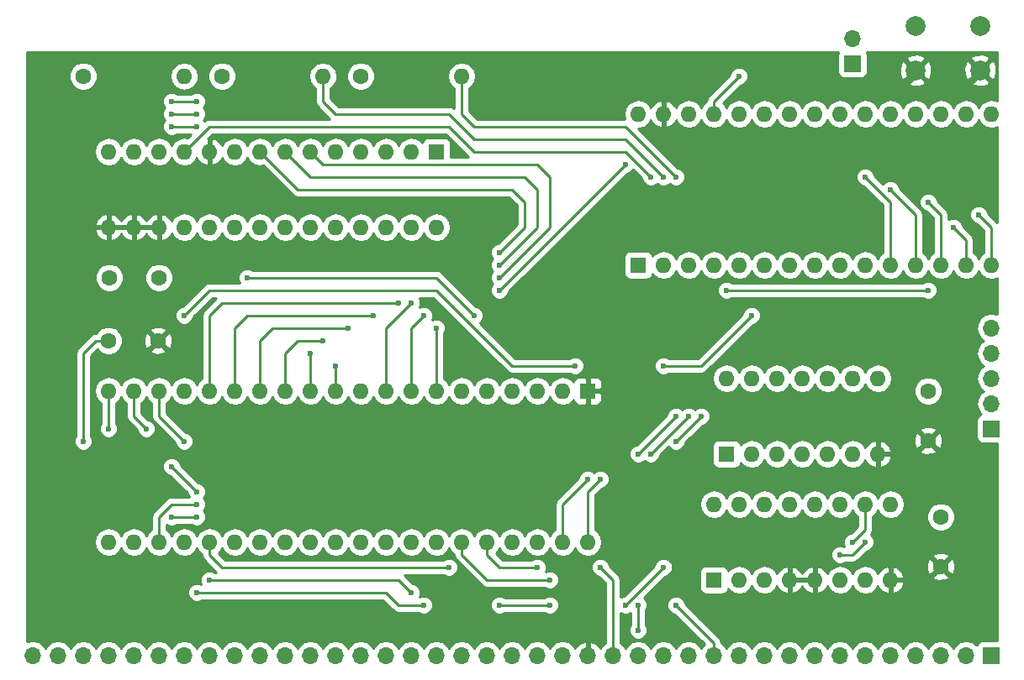
<source format=gbl>
G04 #@! TF.FileFunction,Copper,L2,Bot,Signal*
%FSLAX46Y46*%
G04 Gerber Fmt 4.6, Leading zero omitted, Abs format (unit mm)*
G04 Created by KiCad (PCBNEW 4.0.6) date 05/15/17 22:09:24*
%MOMM*%
%LPD*%
G01*
G04 APERTURE LIST*
%ADD10C,0.100000*%
%ADD11C,1.600000*%
%ADD12R,1.700000X1.700000*%
%ADD13O,1.700000X1.700000*%
%ADD14R,1.600000X1.600000*%
%ADD15O,1.600000X1.600000*%
%ADD16C,2.000000*%
%ADD17C,0.600000*%
%ADD18C,0.250000*%
%ADD19C,0.254000*%
G04 APERTURE END LIST*
D10*
D11*
X190500000Y-106680000D03*
X190500000Y-111680000D03*
X107950000Y-101600000D03*
X112950000Y-101600000D03*
X191770000Y-119380000D03*
X191770000Y-124380000D03*
X113030000Y-95250000D03*
X108030000Y-95250000D03*
D12*
X196850000Y-133350000D03*
D13*
X194310000Y-133350000D03*
X191770000Y-133350000D03*
X189230000Y-133350000D03*
X186690000Y-133350000D03*
X184150000Y-133350000D03*
X181610000Y-133350000D03*
X179070000Y-133350000D03*
X176530000Y-133350000D03*
X173990000Y-133350000D03*
X171450000Y-133350000D03*
X168910000Y-133350000D03*
X166370000Y-133350000D03*
X163830000Y-133350000D03*
X161290000Y-133350000D03*
X158750000Y-133350000D03*
X156210000Y-133350000D03*
X153670000Y-133350000D03*
X151130000Y-133350000D03*
X148590000Y-133350000D03*
X146050000Y-133350000D03*
X143510000Y-133350000D03*
X140970000Y-133350000D03*
X138430000Y-133350000D03*
X135890000Y-133350000D03*
X133350000Y-133350000D03*
X130810000Y-133350000D03*
X128270000Y-133350000D03*
X125730000Y-133350000D03*
X123190000Y-133350000D03*
X120650000Y-133350000D03*
X118110000Y-133350000D03*
X115570000Y-133350000D03*
X113030000Y-133350000D03*
X110490000Y-133350000D03*
X107950000Y-133350000D03*
X105410000Y-133350000D03*
X102870000Y-133350000D03*
X100330000Y-133350000D03*
D14*
X161290000Y-93980000D03*
D15*
X194310000Y-78740000D03*
X163830000Y-93980000D03*
X191770000Y-78740000D03*
X166370000Y-93980000D03*
X189230000Y-78740000D03*
X168910000Y-93980000D03*
X186690000Y-78740000D03*
X171450000Y-93980000D03*
X184150000Y-78740000D03*
X173990000Y-93980000D03*
X181610000Y-78740000D03*
X176530000Y-93980000D03*
X179070000Y-78740000D03*
X179070000Y-93980000D03*
X176530000Y-78740000D03*
X181610000Y-93980000D03*
X173990000Y-78740000D03*
X184150000Y-93980000D03*
X171450000Y-78740000D03*
X186690000Y-93980000D03*
X168910000Y-78740000D03*
X189230000Y-93980000D03*
X166370000Y-78740000D03*
X191770000Y-93980000D03*
X163830000Y-78740000D03*
X194310000Y-93980000D03*
X161290000Y-78740000D03*
X196850000Y-93980000D03*
X196850000Y-78740000D03*
D12*
X196850000Y-110490000D03*
D13*
X196850000Y-107950000D03*
X196850000Y-105410000D03*
X196850000Y-102870000D03*
X196850000Y-100330000D03*
D12*
X182880000Y-73660000D03*
D13*
X182880000Y-71120000D03*
D11*
X133350000Y-74930000D03*
D15*
X143510000Y-74930000D03*
D11*
X119380000Y-74930000D03*
D15*
X129540000Y-74930000D03*
D11*
X105410000Y-74930000D03*
D15*
X115570000Y-74930000D03*
D16*
X189230000Y-74350000D03*
X189230000Y-69850000D03*
X195730000Y-74350000D03*
X195730000Y-69850000D03*
D14*
X170180000Y-113030000D03*
D15*
X185420000Y-105410000D03*
X172720000Y-113030000D03*
X182880000Y-105410000D03*
X175260000Y-113030000D03*
X180340000Y-105410000D03*
X177800000Y-113030000D03*
X177800000Y-105410000D03*
X180340000Y-113030000D03*
X175260000Y-105410000D03*
X182880000Y-113030000D03*
X172720000Y-105410000D03*
X185420000Y-113030000D03*
X170180000Y-105410000D03*
D14*
X156210000Y-106680000D03*
D15*
X107950000Y-121920000D03*
X153670000Y-106680000D03*
X110490000Y-121920000D03*
X151130000Y-106680000D03*
X113030000Y-121920000D03*
X148590000Y-106680000D03*
X115570000Y-121920000D03*
X146050000Y-106680000D03*
X118110000Y-121920000D03*
X143510000Y-106680000D03*
X120650000Y-121920000D03*
X140970000Y-106680000D03*
X123190000Y-121920000D03*
X138430000Y-106680000D03*
X125730000Y-121920000D03*
X135890000Y-106680000D03*
X128270000Y-121920000D03*
X133350000Y-106680000D03*
X130810000Y-121920000D03*
X130810000Y-106680000D03*
X133350000Y-121920000D03*
X128270000Y-106680000D03*
X135890000Y-121920000D03*
X125730000Y-106680000D03*
X138430000Y-121920000D03*
X123190000Y-106680000D03*
X140970000Y-121920000D03*
X120650000Y-106680000D03*
X143510000Y-121920000D03*
X118110000Y-106680000D03*
X146050000Y-121920000D03*
X115570000Y-106680000D03*
X148590000Y-121920000D03*
X113030000Y-106680000D03*
X151130000Y-121920000D03*
X110490000Y-106680000D03*
X153670000Y-121920000D03*
X107950000Y-106680000D03*
X156210000Y-121920000D03*
D14*
X168910000Y-125730000D03*
D15*
X186690000Y-118110000D03*
X171450000Y-125730000D03*
X184150000Y-118110000D03*
X173990000Y-125730000D03*
X181610000Y-118110000D03*
X176530000Y-125730000D03*
X179070000Y-118110000D03*
X179070000Y-125730000D03*
X176530000Y-118110000D03*
X181610000Y-125730000D03*
X173990000Y-118110000D03*
X184150000Y-125730000D03*
X171450000Y-118110000D03*
X186690000Y-125730000D03*
X168910000Y-118110000D03*
D14*
X140970000Y-82550000D03*
D15*
X107950000Y-90170000D03*
X138430000Y-82550000D03*
X110490000Y-90170000D03*
X135890000Y-82550000D03*
X113030000Y-90170000D03*
X133350000Y-82550000D03*
X115570000Y-90170000D03*
X130810000Y-82550000D03*
X118110000Y-90170000D03*
X128270000Y-82550000D03*
X120650000Y-90170000D03*
X125730000Y-82550000D03*
X123190000Y-90170000D03*
X123190000Y-82550000D03*
X125730000Y-90170000D03*
X120650000Y-82550000D03*
X128270000Y-90170000D03*
X118110000Y-82550000D03*
X130810000Y-90170000D03*
X115570000Y-82550000D03*
X133350000Y-90170000D03*
X113030000Y-82550000D03*
X135890000Y-90170000D03*
X110490000Y-82550000D03*
X138430000Y-90170000D03*
X107950000Y-82550000D03*
X140970000Y-90170000D03*
D17*
X160020000Y-128270000D03*
X163830000Y-124460000D03*
X181610000Y-123190000D03*
X184150000Y-121920000D03*
X105410000Y-111760000D03*
X116840000Y-127000000D03*
X139700000Y-128270000D03*
X147320000Y-128270000D03*
X152400000Y-128270000D03*
X107950000Y-110490000D03*
X179070000Y-73660000D03*
X167640000Y-129540000D03*
X115570000Y-99060000D03*
X154940000Y-104140000D03*
X163830000Y-104140000D03*
X172720000Y-99060000D03*
X114300000Y-114300000D03*
X116840000Y-116840000D03*
X114300000Y-119380000D03*
X116840000Y-119380000D03*
X165100000Y-128270000D03*
X161290000Y-130810000D03*
X161290000Y-128270000D03*
X152400000Y-125730000D03*
X157480000Y-124460000D03*
X151130000Y-124460000D03*
X142240000Y-124460000D03*
X138430000Y-127000000D03*
X118110000Y-125730000D03*
X165100000Y-109220000D03*
X161290000Y-113030000D03*
X156210000Y-115570000D03*
X157480000Y-115570000D03*
X162560000Y-113030000D03*
X166370000Y-109220000D03*
X167640000Y-109220000D03*
X165100000Y-111760000D03*
X115570000Y-111760000D03*
X184150000Y-85090000D03*
X165100000Y-85090000D03*
X171450000Y-74930000D03*
X163830000Y-85090000D03*
X186690000Y-86360000D03*
X121920000Y-95250000D03*
X144780000Y-99060000D03*
X147320000Y-96520000D03*
X160020000Y-83820000D03*
X190500000Y-87630000D03*
X162560000Y-85090000D03*
X193040000Y-90170000D03*
X116840000Y-78740000D03*
X114300000Y-78740000D03*
X195580000Y-88900000D03*
X116840000Y-77470000D03*
X114300000Y-77470000D03*
X190500000Y-96520000D03*
X170180000Y-96520000D03*
X116840000Y-80010000D03*
X114300000Y-80010000D03*
X111760000Y-110490000D03*
X182880000Y-121920000D03*
X116840000Y-118110000D03*
X147320000Y-95250000D03*
X140970000Y-100330000D03*
X147320000Y-93980000D03*
X139700000Y-99060000D03*
X147320000Y-92710000D03*
X138430000Y-97790000D03*
X130810000Y-104140000D03*
X128270000Y-102870000D03*
X129540000Y-101600000D03*
X132080000Y-100330000D03*
X134620000Y-99060000D03*
X137160000Y-97790000D03*
D18*
X163830000Y-124460000D02*
X160020000Y-128270000D01*
X182880000Y-123190000D02*
X181610000Y-123190000D01*
X184150000Y-121920000D02*
X182880000Y-123190000D01*
X107950000Y-101600000D02*
X106680000Y-101600000D01*
X106680000Y-101600000D02*
X105410000Y-102870000D01*
X105410000Y-102870000D02*
X105410000Y-111760000D01*
X116840000Y-127000000D02*
X135890000Y-127000000D01*
X135890000Y-127000000D02*
X137160000Y-128270000D01*
X137160000Y-128270000D02*
X139700000Y-128270000D01*
X147320000Y-128270000D02*
X152400000Y-128270000D01*
X107950000Y-106680000D02*
X107950000Y-110490000D01*
X187960000Y-76200000D02*
X194310000Y-76200000D01*
X194310000Y-76200000D02*
X195730000Y-74780000D01*
X195730000Y-74780000D02*
X195730000Y-74350000D01*
X187960000Y-76200000D02*
X189230000Y-74930000D01*
X186690000Y-76200000D02*
X187960000Y-76200000D01*
X181610000Y-76200000D02*
X186690000Y-76200000D01*
X179070000Y-73660000D02*
X181610000Y-76200000D01*
X189230000Y-74930000D02*
X189230000Y-74350000D01*
X170180000Y-129540000D02*
X167640000Y-129540000D01*
X186690000Y-125730000D02*
X186690000Y-128270000D01*
X185420000Y-129540000D02*
X177800000Y-129540000D01*
X186690000Y-128270000D02*
X185420000Y-129540000D01*
X179070000Y-125730000D02*
X179070000Y-128270000D01*
X179070000Y-128270000D02*
X177800000Y-129540000D01*
X177800000Y-129540000D02*
X175260000Y-129540000D01*
X176530000Y-128270000D02*
X176530000Y-125730000D01*
X175260000Y-129540000D02*
X176530000Y-128270000D01*
X170180000Y-129540000D02*
X175260000Y-129540000D01*
X186690000Y-125730000D02*
X189230000Y-125730000D01*
X189230000Y-125730000D02*
X190420000Y-125730000D01*
X190420000Y-125730000D02*
X191770000Y-124380000D01*
X118110000Y-96520000D02*
X115570000Y-99060000D01*
X140970000Y-96520000D02*
X118110000Y-96520000D01*
X148590000Y-104140000D02*
X140970000Y-96520000D01*
X154940000Y-104140000D02*
X148590000Y-104140000D01*
X167640000Y-104140000D02*
X163830000Y-104140000D01*
X172720000Y-99060000D02*
X167640000Y-104140000D01*
X116840000Y-116840000D02*
X114300000Y-114300000D01*
X168910000Y-133350000D02*
X168910000Y-132080000D01*
X116840000Y-119380000D02*
X114300000Y-119380000D01*
X168910000Y-132080000D02*
X165100000Y-128270000D01*
X143510000Y-121920000D02*
X143510000Y-123190000D01*
X161290000Y-128270000D02*
X161290000Y-130810000D01*
X146050000Y-125730000D02*
X152400000Y-125730000D01*
X143510000Y-123190000D02*
X146050000Y-125730000D01*
X146050000Y-121920000D02*
X146050000Y-123190000D01*
X158750000Y-125730000D02*
X158750000Y-133350000D01*
X157480000Y-124460000D02*
X158750000Y-125730000D01*
X147320000Y-124460000D02*
X151130000Y-124460000D01*
X146050000Y-123190000D02*
X147320000Y-124460000D01*
X118110000Y-123190000D02*
X118110000Y-121920000D01*
X119380000Y-124460000D02*
X118110000Y-123190000D01*
X142240000Y-124460000D02*
X119380000Y-124460000D01*
X137160000Y-125730000D02*
X138430000Y-127000000D01*
X118110000Y-125730000D02*
X137160000Y-125730000D01*
X153670000Y-121920000D02*
X153670000Y-118110000D01*
X161290000Y-113030000D02*
X165100000Y-109220000D01*
X153670000Y-118110000D02*
X156210000Y-115570000D01*
X156210000Y-116840000D02*
X156210000Y-121920000D01*
X157480000Y-115570000D02*
X156210000Y-116840000D01*
X166370000Y-109220000D02*
X162560000Y-113030000D01*
X113030000Y-106680000D02*
X113030000Y-109220000D01*
X165100000Y-111760000D02*
X167640000Y-109220000D01*
X113030000Y-109220000D02*
X115570000Y-111760000D01*
X143510000Y-74930000D02*
X143510000Y-78740000D01*
X186690000Y-87630000D02*
X186690000Y-93980000D01*
X184150000Y-85090000D02*
X186690000Y-87630000D01*
X160020000Y-80010000D02*
X165100000Y-85090000D01*
X144780000Y-80010000D02*
X160020000Y-80010000D01*
X143510000Y-78740000D02*
X144780000Y-80010000D01*
X168910000Y-78740000D02*
X168910000Y-77470000D01*
X168910000Y-77470000D02*
X171450000Y-74930000D01*
X189230000Y-93980000D02*
X189230000Y-88900000D01*
X129540000Y-77470000D02*
X129540000Y-74930000D01*
X130810000Y-78740000D02*
X129540000Y-77470000D01*
X142240000Y-78740000D02*
X130810000Y-78740000D01*
X144780000Y-81280000D02*
X142240000Y-78740000D01*
X160020000Y-81280000D02*
X144780000Y-81280000D01*
X161290000Y-82550000D02*
X160020000Y-81280000D01*
X163830000Y-85090000D02*
X161290000Y-82550000D01*
X189230000Y-88900000D02*
X186690000Y-86360000D01*
X121920000Y-95250000D02*
X139700000Y-95250000D01*
X139700000Y-95250000D02*
X140970000Y-95250000D01*
X140970000Y-95250000D02*
X144780000Y-99060000D01*
X147320000Y-96520000D02*
X153670000Y-90170000D01*
X153670000Y-90170000D02*
X160020000Y-83820000D01*
X115570000Y-82550000D02*
X118110000Y-80010000D01*
X191770000Y-88900000D02*
X191770000Y-93980000D01*
X190500000Y-87630000D02*
X191770000Y-88900000D01*
X160020000Y-82550000D02*
X162560000Y-85090000D01*
X152400000Y-82550000D02*
X160020000Y-82550000D01*
X144780000Y-82550000D02*
X152400000Y-82550000D01*
X142240000Y-80010000D02*
X144780000Y-82550000D01*
X118110000Y-80010000D02*
X142240000Y-80010000D01*
X194310000Y-91440000D02*
X194310000Y-93980000D01*
X193040000Y-90170000D02*
X194310000Y-91440000D01*
X114300000Y-78740000D02*
X116840000Y-78740000D01*
X196850000Y-90170000D02*
X196850000Y-93980000D01*
X195580000Y-88900000D02*
X196850000Y-90170000D01*
X114300000Y-77470000D02*
X116840000Y-77470000D01*
X190500000Y-96520000D02*
X170180000Y-96520000D01*
X114300000Y-80010000D02*
X116840000Y-80010000D01*
X110490000Y-109220000D02*
X110490000Y-106680000D01*
X111760000Y-110490000D02*
X110490000Y-109220000D01*
X113030000Y-121920000D02*
X113030000Y-119380000D01*
X184150000Y-120650000D02*
X184150000Y-118110000D01*
X182880000Y-121920000D02*
X184150000Y-120650000D01*
X114300000Y-118110000D02*
X116840000Y-118110000D01*
X113030000Y-119380000D02*
X114300000Y-118110000D01*
X146050000Y-83820000D02*
X151130000Y-83820000D01*
X152400000Y-90170000D02*
X147320000Y-95250000D01*
X152400000Y-85090000D02*
X152400000Y-90170000D01*
X151130000Y-83820000D02*
X152400000Y-85090000D01*
X140970000Y-106680000D02*
X140970000Y-100330000D01*
X129540000Y-83820000D02*
X128270000Y-82550000D01*
X146050000Y-83820000D02*
X129540000Y-83820000D01*
X149860000Y-85090000D02*
X144780000Y-85090000D01*
X151130000Y-86360000D02*
X149860000Y-85090000D01*
X151130000Y-90170000D02*
X151130000Y-86360000D01*
X147320000Y-93980000D02*
X151130000Y-90170000D01*
X138430000Y-106680000D02*
X138430000Y-100330000D01*
X138430000Y-100330000D02*
X139700000Y-99060000D01*
X125730000Y-82550000D02*
X128270000Y-85090000D01*
X143510000Y-85090000D02*
X144780000Y-85090000D01*
X128270000Y-85090000D02*
X143510000Y-85090000D01*
X148590000Y-86360000D02*
X143510000Y-86360000D01*
X149860000Y-87630000D02*
X148590000Y-86360000D01*
X149860000Y-90170000D02*
X149860000Y-87630000D01*
X147320000Y-92710000D02*
X149860000Y-90170000D01*
X135890000Y-106680000D02*
X135890000Y-100330000D01*
X135890000Y-100330000D02*
X138430000Y-97790000D01*
X127000000Y-86360000D02*
X123190000Y-82550000D01*
X143510000Y-86360000D02*
X127000000Y-86360000D01*
X130810000Y-104140000D02*
X130810000Y-106680000D01*
X128270000Y-102870000D02*
X128270000Y-106680000D01*
X129540000Y-101600000D02*
X127000000Y-101600000D01*
X127000000Y-101600000D02*
X125730000Y-102870000D01*
X125730000Y-102870000D02*
X125730000Y-106680000D01*
X132080000Y-100330000D02*
X125730000Y-100330000D01*
X125730000Y-100330000D02*
X124460000Y-100330000D01*
X124460000Y-100330000D02*
X123190000Y-101600000D01*
X123190000Y-101600000D02*
X123190000Y-106680000D01*
X134620000Y-99060000D02*
X123190000Y-99060000D01*
X123190000Y-99060000D02*
X121920000Y-99060000D01*
X121920000Y-99060000D02*
X120650000Y-100330000D01*
X120650000Y-100330000D02*
X120650000Y-106680000D01*
X137160000Y-97790000D02*
X120650000Y-97790000D01*
X120650000Y-97790000D02*
X119380000Y-97790000D01*
X119380000Y-97790000D02*
X118110000Y-99060000D01*
X118110000Y-99060000D02*
X118110000Y-106680000D01*
D19*
G36*
X181433569Y-72558110D02*
X181382560Y-72810000D01*
X181382560Y-74510000D01*
X181426838Y-74745317D01*
X181565910Y-74961441D01*
X181778110Y-75106431D01*
X182030000Y-75157440D01*
X183730000Y-75157440D01*
X183965317Y-75113162D01*
X184181441Y-74974090D01*
X184326431Y-74761890D01*
X184377440Y-74510000D01*
X184377440Y-74085461D01*
X187584092Y-74085461D01*
X187608144Y-74735460D01*
X187810613Y-75224264D01*
X188077468Y-75322927D01*
X189050395Y-74350000D01*
X189409605Y-74350000D01*
X190382532Y-75322927D01*
X190649387Y-75224264D01*
X190875908Y-74614539D01*
X190856331Y-74085461D01*
X194084092Y-74085461D01*
X194108144Y-74735460D01*
X194310613Y-75224264D01*
X194577468Y-75322927D01*
X195550395Y-74350000D01*
X195909605Y-74350000D01*
X196882532Y-75322927D01*
X197149387Y-75224264D01*
X197375908Y-74614539D01*
X197351856Y-73964540D01*
X197149387Y-73475736D01*
X196882532Y-73377073D01*
X195909605Y-74350000D01*
X195550395Y-74350000D01*
X194577468Y-73377073D01*
X194310613Y-73475736D01*
X194084092Y-74085461D01*
X190856331Y-74085461D01*
X190851856Y-73964540D01*
X190649387Y-73475736D01*
X190382532Y-73377073D01*
X189409605Y-74350000D01*
X189050395Y-74350000D01*
X188077468Y-73377073D01*
X187810613Y-73475736D01*
X187584092Y-74085461D01*
X184377440Y-74085461D01*
X184377440Y-73197468D01*
X188257073Y-73197468D01*
X189230000Y-74170395D01*
X190202927Y-73197468D01*
X194757073Y-73197468D01*
X195730000Y-74170395D01*
X196702927Y-73197468D01*
X196604264Y-72930613D01*
X195994539Y-72704092D01*
X195344540Y-72728144D01*
X194855736Y-72930613D01*
X194757073Y-73197468D01*
X190202927Y-73197468D01*
X190104264Y-72930613D01*
X189494539Y-72704092D01*
X188844540Y-72728144D01*
X188355736Y-72930613D01*
X188257073Y-73197468D01*
X184377440Y-73197468D01*
X184377440Y-72810000D01*
X184333162Y-72574683D01*
X184296044Y-72517000D01*
X197435000Y-72517000D01*
X197435000Y-77410074D01*
X197399151Y-77386120D01*
X196850000Y-77276887D01*
X196300849Y-77386120D01*
X195835302Y-77697189D01*
X195580000Y-78079275D01*
X195324698Y-77697189D01*
X194859151Y-77386120D01*
X194310000Y-77276887D01*
X193760849Y-77386120D01*
X193295302Y-77697189D01*
X193040000Y-78079275D01*
X192784698Y-77697189D01*
X192319151Y-77386120D01*
X191770000Y-77276887D01*
X191220849Y-77386120D01*
X190755302Y-77697189D01*
X190500000Y-78079275D01*
X190244698Y-77697189D01*
X189779151Y-77386120D01*
X189230000Y-77276887D01*
X188680849Y-77386120D01*
X188215302Y-77697189D01*
X187960000Y-78079275D01*
X187704698Y-77697189D01*
X187239151Y-77386120D01*
X186690000Y-77276887D01*
X186140849Y-77386120D01*
X185675302Y-77697189D01*
X185420000Y-78079275D01*
X185164698Y-77697189D01*
X184699151Y-77386120D01*
X184150000Y-77276887D01*
X183600849Y-77386120D01*
X183135302Y-77697189D01*
X182880000Y-78079275D01*
X182624698Y-77697189D01*
X182159151Y-77386120D01*
X181610000Y-77276887D01*
X181060849Y-77386120D01*
X180595302Y-77697189D01*
X180340000Y-78079275D01*
X180084698Y-77697189D01*
X179619151Y-77386120D01*
X179070000Y-77276887D01*
X178520849Y-77386120D01*
X178055302Y-77697189D01*
X177800000Y-78079275D01*
X177544698Y-77697189D01*
X177079151Y-77386120D01*
X176530000Y-77276887D01*
X175980849Y-77386120D01*
X175515302Y-77697189D01*
X175260000Y-78079275D01*
X175004698Y-77697189D01*
X174539151Y-77386120D01*
X173990000Y-77276887D01*
X173440849Y-77386120D01*
X172975302Y-77697189D01*
X172720000Y-78079275D01*
X172464698Y-77697189D01*
X171999151Y-77386120D01*
X171450000Y-77276887D01*
X170900849Y-77386120D01*
X170435302Y-77697189D01*
X170180000Y-78079275D01*
X169924698Y-77697189D01*
X169824538Y-77630264D01*
X171589680Y-75865122D01*
X171635167Y-75865162D01*
X171978943Y-75723117D01*
X172199913Y-75502532D01*
X188257073Y-75502532D01*
X188355736Y-75769387D01*
X188965461Y-75995908D01*
X189615460Y-75971856D01*
X190104264Y-75769387D01*
X190202927Y-75502532D01*
X194757073Y-75502532D01*
X194855736Y-75769387D01*
X195465461Y-75995908D01*
X196115460Y-75971856D01*
X196604264Y-75769387D01*
X196702927Y-75502532D01*
X195730000Y-74529605D01*
X194757073Y-75502532D01*
X190202927Y-75502532D01*
X189230000Y-74529605D01*
X188257073Y-75502532D01*
X172199913Y-75502532D01*
X172242192Y-75460327D01*
X172384838Y-75116799D01*
X172385162Y-74744833D01*
X172243117Y-74401057D01*
X171980327Y-74137808D01*
X171636799Y-73995162D01*
X171264833Y-73994838D01*
X170921057Y-74136883D01*
X170657808Y-74399673D01*
X170515162Y-74743201D01*
X170515121Y-74790077D01*
X168372599Y-76932599D01*
X168207852Y-77179161D01*
X168150000Y-77470000D01*
X168150000Y-77527005D01*
X167895302Y-77697189D01*
X167640000Y-78079275D01*
X167384698Y-77697189D01*
X166919151Y-77386120D01*
X166370000Y-77276887D01*
X165820849Y-77386120D01*
X165355302Y-77697189D01*
X165085014Y-78101703D01*
X164982389Y-77884866D01*
X164567423Y-77508959D01*
X164179039Y-77348096D01*
X163957000Y-77470085D01*
X163957000Y-78613000D01*
X163977000Y-78613000D01*
X163977000Y-78867000D01*
X163957000Y-78867000D01*
X163957000Y-80009915D01*
X164179039Y-80131904D01*
X164567423Y-79971041D01*
X164982389Y-79595134D01*
X165085014Y-79378297D01*
X165355302Y-79782811D01*
X165820849Y-80093880D01*
X166370000Y-80203113D01*
X166919151Y-80093880D01*
X167384698Y-79782811D01*
X167640000Y-79400725D01*
X167895302Y-79782811D01*
X168360849Y-80093880D01*
X168910000Y-80203113D01*
X169459151Y-80093880D01*
X169924698Y-79782811D01*
X170180000Y-79400725D01*
X170435302Y-79782811D01*
X170900849Y-80093880D01*
X171450000Y-80203113D01*
X171999151Y-80093880D01*
X172464698Y-79782811D01*
X172720000Y-79400725D01*
X172975302Y-79782811D01*
X173440849Y-80093880D01*
X173990000Y-80203113D01*
X174539151Y-80093880D01*
X175004698Y-79782811D01*
X175260000Y-79400725D01*
X175515302Y-79782811D01*
X175980849Y-80093880D01*
X176530000Y-80203113D01*
X177079151Y-80093880D01*
X177544698Y-79782811D01*
X177800000Y-79400725D01*
X178055302Y-79782811D01*
X178520849Y-80093880D01*
X179070000Y-80203113D01*
X179619151Y-80093880D01*
X180084698Y-79782811D01*
X180340000Y-79400725D01*
X180595302Y-79782811D01*
X181060849Y-80093880D01*
X181610000Y-80203113D01*
X182159151Y-80093880D01*
X182624698Y-79782811D01*
X182880000Y-79400725D01*
X183135302Y-79782811D01*
X183600849Y-80093880D01*
X184150000Y-80203113D01*
X184699151Y-80093880D01*
X185164698Y-79782811D01*
X185420000Y-79400725D01*
X185675302Y-79782811D01*
X186140849Y-80093880D01*
X186690000Y-80203113D01*
X187239151Y-80093880D01*
X187704698Y-79782811D01*
X187960000Y-79400725D01*
X188215302Y-79782811D01*
X188680849Y-80093880D01*
X189230000Y-80203113D01*
X189779151Y-80093880D01*
X190244698Y-79782811D01*
X190500000Y-79400725D01*
X190755302Y-79782811D01*
X191220849Y-80093880D01*
X191770000Y-80203113D01*
X192319151Y-80093880D01*
X192784698Y-79782811D01*
X193040000Y-79400725D01*
X193295302Y-79782811D01*
X193760849Y-80093880D01*
X194310000Y-80203113D01*
X194859151Y-80093880D01*
X195324698Y-79782811D01*
X195580000Y-79400725D01*
X195835302Y-79782811D01*
X196300849Y-80093880D01*
X196850000Y-80203113D01*
X197399151Y-80093880D01*
X197435000Y-80069926D01*
X197435000Y-89703836D01*
X197387401Y-89632599D01*
X196515122Y-88760320D01*
X196515162Y-88714833D01*
X196373117Y-88371057D01*
X196110327Y-88107808D01*
X195766799Y-87965162D01*
X195394833Y-87964838D01*
X195051057Y-88106883D01*
X194787808Y-88369673D01*
X194645162Y-88713201D01*
X194644838Y-89085167D01*
X194786883Y-89428943D01*
X195049673Y-89692192D01*
X195393201Y-89834838D01*
X195440077Y-89834879D01*
X196090000Y-90484802D01*
X196090000Y-92767005D01*
X195835302Y-92937189D01*
X195580000Y-93319275D01*
X195324698Y-92937189D01*
X195070000Y-92767005D01*
X195070000Y-91440000D01*
X195012148Y-91149161D01*
X195012148Y-91149160D01*
X194847401Y-90902599D01*
X193975122Y-90030320D01*
X193975162Y-89984833D01*
X193833117Y-89641057D01*
X193570327Y-89377808D01*
X193226799Y-89235162D01*
X192854833Y-89234838D01*
X192530000Y-89369056D01*
X192530000Y-88900000D01*
X192472148Y-88609161D01*
X192472148Y-88609160D01*
X192307401Y-88362599D01*
X191435122Y-87490320D01*
X191435162Y-87444833D01*
X191293117Y-87101057D01*
X191030327Y-86837808D01*
X190686799Y-86695162D01*
X190314833Y-86694838D01*
X189971057Y-86836883D01*
X189707808Y-87099673D01*
X189565162Y-87443201D01*
X189564838Y-87815167D01*
X189706883Y-88158943D01*
X189969673Y-88422192D01*
X190313201Y-88564838D01*
X190360077Y-88564879D01*
X191010000Y-89214802D01*
X191010000Y-92767005D01*
X190755302Y-92937189D01*
X190500000Y-93319275D01*
X190244698Y-92937189D01*
X189990000Y-92767005D01*
X189990000Y-88900000D01*
X189932148Y-88609161D01*
X189932148Y-88609160D01*
X189767401Y-88362599D01*
X187625122Y-86220320D01*
X187625162Y-86174833D01*
X187483117Y-85831057D01*
X187220327Y-85567808D01*
X186876799Y-85425162D01*
X186504833Y-85424838D01*
X186161057Y-85566883D01*
X185931171Y-85796369D01*
X185085122Y-84950320D01*
X185085162Y-84904833D01*
X184943117Y-84561057D01*
X184680327Y-84297808D01*
X184336799Y-84155162D01*
X183964833Y-84154838D01*
X183621057Y-84296883D01*
X183357808Y-84559673D01*
X183215162Y-84903201D01*
X183214838Y-85275167D01*
X183356883Y-85618943D01*
X183619673Y-85882192D01*
X183963201Y-86024838D01*
X184010077Y-86024879D01*
X185930000Y-87944802D01*
X185930000Y-92767005D01*
X185675302Y-92937189D01*
X185420000Y-93319275D01*
X185164698Y-92937189D01*
X184699151Y-92626120D01*
X184150000Y-92516887D01*
X183600849Y-92626120D01*
X183135302Y-92937189D01*
X182880000Y-93319275D01*
X182624698Y-92937189D01*
X182159151Y-92626120D01*
X181610000Y-92516887D01*
X181060849Y-92626120D01*
X180595302Y-92937189D01*
X180340000Y-93319275D01*
X180084698Y-92937189D01*
X179619151Y-92626120D01*
X179070000Y-92516887D01*
X178520849Y-92626120D01*
X178055302Y-92937189D01*
X177800000Y-93319275D01*
X177544698Y-92937189D01*
X177079151Y-92626120D01*
X176530000Y-92516887D01*
X175980849Y-92626120D01*
X175515302Y-92937189D01*
X175260000Y-93319275D01*
X175004698Y-92937189D01*
X174539151Y-92626120D01*
X173990000Y-92516887D01*
X173440849Y-92626120D01*
X172975302Y-92937189D01*
X172720000Y-93319275D01*
X172464698Y-92937189D01*
X171999151Y-92626120D01*
X171450000Y-92516887D01*
X170900849Y-92626120D01*
X170435302Y-92937189D01*
X170180000Y-93319275D01*
X169924698Y-92937189D01*
X169459151Y-92626120D01*
X168910000Y-92516887D01*
X168360849Y-92626120D01*
X167895302Y-92937189D01*
X167640000Y-93319275D01*
X167384698Y-92937189D01*
X166919151Y-92626120D01*
X166370000Y-92516887D01*
X165820849Y-92626120D01*
X165355302Y-92937189D01*
X165100000Y-93319275D01*
X164844698Y-92937189D01*
X164379151Y-92626120D01*
X163830000Y-92516887D01*
X163280849Y-92626120D01*
X162815302Y-92937189D01*
X162718899Y-93081465D01*
X162693162Y-92944683D01*
X162554090Y-92728559D01*
X162341890Y-92583569D01*
X162090000Y-92532560D01*
X160490000Y-92532560D01*
X160254683Y-92576838D01*
X160038559Y-92715910D01*
X159893569Y-92928110D01*
X159842560Y-93180000D01*
X159842560Y-94780000D01*
X159886838Y-95015317D01*
X160025910Y-95231441D01*
X160238110Y-95376431D01*
X160490000Y-95427440D01*
X162090000Y-95427440D01*
X162325317Y-95383162D01*
X162541441Y-95244090D01*
X162686431Y-95031890D01*
X162717815Y-94876911D01*
X162815302Y-95022811D01*
X163280849Y-95333880D01*
X163830000Y-95443113D01*
X164379151Y-95333880D01*
X164844698Y-95022811D01*
X165100000Y-94640725D01*
X165355302Y-95022811D01*
X165820849Y-95333880D01*
X166370000Y-95443113D01*
X166919151Y-95333880D01*
X167384698Y-95022811D01*
X167640000Y-94640725D01*
X167895302Y-95022811D01*
X168360849Y-95333880D01*
X168910000Y-95443113D01*
X169459151Y-95333880D01*
X169924698Y-95022811D01*
X170180000Y-94640725D01*
X170435302Y-95022811D01*
X170900849Y-95333880D01*
X171450000Y-95443113D01*
X171999151Y-95333880D01*
X172464698Y-95022811D01*
X172720000Y-94640725D01*
X172975302Y-95022811D01*
X173440849Y-95333880D01*
X173990000Y-95443113D01*
X174539151Y-95333880D01*
X175004698Y-95022811D01*
X175260000Y-94640725D01*
X175515302Y-95022811D01*
X175980849Y-95333880D01*
X176530000Y-95443113D01*
X177079151Y-95333880D01*
X177544698Y-95022811D01*
X177800000Y-94640725D01*
X178055302Y-95022811D01*
X178520849Y-95333880D01*
X179070000Y-95443113D01*
X179619151Y-95333880D01*
X180084698Y-95022811D01*
X180340000Y-94640725D01*
X180595302Y-95022811D01*
X181060849Y-95333880D01*
X181610000Y-95443113D01*
X182159151Y-95333880D01*
X182624698Y-95022811D01*
X182880000Y-94640725D01*
X183135302Y-95022811D01*
X183600849Y-95333880D01*
X184150000Y-95443113D01*
X184699151Y-95333880D01*
X185164698Y-95022811D01*
X185420000Y-94640725D01*
X185675302Y-95022811D01*
X186140849Y-95333880D01*
X186690000Y-95443113D01*
X187239151Y-95333880D01*
X187704698Y-95022811D01*
X187960000Y-94640725D01*
X188215302Y-95022811D01*
X188680849Y-95333880D01*
X189230000Y-95443113D01*
X189779151Y-95333880D01*
X190244698Y-95022811D01*
X190500000Y-94640725D01*
X190755302Y-95022811D01*
X191220849Y-95333880D01*
X191770000Y-95443113D01*
X192319151Y-95333880D01*
X192784698Y-95022811D01*
X193040000Y-94640725D01*
X193295302Y-95022811D01*
X193760849Y-95333880D01*
X194310000Y-95443113D01*
X194859151Y-95333880D01*
X195324698Y-95022811D01*
X195580000Y-94640725D01*
X195835302Y-95022811D01*
X196300849Y-95333880D01*
X196850000Y-95443113D01*
X197399151Y-95333880D01*
X197435000Y-95309926D01*
X197435000Y-98955577D01*
X196879093Y-98845000D01*
X196820907Y-98845000D01*
X196252622Y-98958039D01*
X195770853Y-99279946D01*
X195448946Y-99761715D01*
X195335907Y-100330000D01*
X195448946Y-100898285D01*
X195770853Y-101380054D01*
X196100026Y-101600000D01*
X195770853Y-101819946D01*
X195448946Y-102301715D01*
X195335907Y-102870000D01*
X195448946Y-103438285D01*
X195770853Y-103920054D01*
X196100026Y-104140000D01*
X195770853Y-104359946D01*
X195448946Y-104841715D01*
X195335907Y-105410000D01*
X195448946Y-105978285D01*
X195770853Y-106460054D01*
X196100026Y-106680000D01*
X195770853Y-106899946D01*
X195448946Y-107381715D01*
X195335907Y-107950000D01*
X195448946Y-108518285D01*
X195770853Y-109000054D01*
X195812452Y-109027850D01*
X195764683Y-109036838D01*
X195548559Y-109175910D01*
X195403569Y-109388110D01*
X195352560Y-109640000D01*
X195352560Y-111340000D01*
X195396838Y-111575317D01*
X195535910Y-111791441D01*
X195748110Y-111936431D01*
X196000000Y-111987440D01*
X197435000Y-111987440D01*
X197435000Y-131852560D01*
X196000000Y-131852560D01*
X195764683Y-131896838D01*
X195548559Y-132035910D01*
X195403569Y-132248110D01*
X195389914Y-132315541D01*
X195360054Y-132270853D01*
X194878285Y-131948946D01*
X194310000Y-131835907D01*
X193741715Y-131948946D01*
X193259946Y-132270853D01*
X193040000Y-132600026D01*
X192820054Y-132270853D01*
X192338285Y-131948946D01*
X191770000Y-131835907D01*
X191201715Y-131948946D01*
X190719946Y-132270853D01*
X190500000Y-132600026D01*
X190280054Y-132270853D01*
X189798285Y-131948946D01*
X189230000Y-131835907D01*
X188661715Y-131948946D01*
X188179946Y-132270853D01*
X187960000Y-132600026D01*
X187740054Y-132270853D01*
X187258285Y-131948946D01*
X186690000Y-131835907D01*
X186121715Y-131948946D01*
X185639946Y-132270853D01*
X185420000Y-132600026D01*
X185200054Y-132270853D01*
X184718285Y-131948946D01*
X184150000Y-131835907D01*
X183581715Y-131948946D01*
X183099946Y-132270853D01*
X182880000Y-132600026D01*
X182660054Y-132270853D01*
X182178285Y-131948946D01*
X181610000Y-131835907D01*
X181041715Y-131948946D01*
X180559946Y-132270853D01*
X180340000Y-132600026D01*
X180120054Y-132270853D01*
X179638285Y-131948946D01*
X179070000Y-131835907D01*
X178501715Y-131948946D01*
X178019946Y-132270853D01*
X177800000Y-132600026D01*
X177580054Y-132270853D01*
X177098285Y-131948946D01*
X176530000Y-131835907D01*
X175961715Y-131948946D01*
X175479946Y-132270853D01*
X175260000Y-132600026D01*
X175040054Y-132270853D01*
X174558285Y-131948946D01*
X173990000Y-131835907D01*
X173421715Y-131948946D01*
X172939946Y-132270853D01*
X172720000Y-132600026D01*
X172500054Y-132270853D01*
X172018285Y-131948946D01*
X171450000Y-131835907D01*
X170881715Y-131948946D01*
X170399946Y-132270853D01*
X170180000Y-132600026D01*
X169960054Y-132270853D01*
X169669322Y-132076593D01*
X169612148Y-131789161D01*
X169447401Y-131542599D01*
X166035122Y-128130320D01*
X166035162Y-128084833D01*
X165893117Y-127741057D01*
X165630327Y-127477808D01*
X165286799Y-127335162D01*
X164914833Y-127334838D01*
X164571057Y-127476883D01*
X164307808Y-127739673D01*
X164165162Y-128083201D01*
X164164838Y-128455167D01*
X164306883Y-128798943D01*
X164569673Y-129062192D01*
X164913201Y-129204838D01*
X164960077Y-129204879D01*
X167959519Y-132204321D01*
X167859946Y-132270853D01*
X167640000Y-132600026D01*
X167420054Y-132270853D01*
X166938285Y-131948946D01*
X166370000Y-131835907D01*
X165801715Y-131948946D01*
X165319946Y-132270853D01*
X165100000Y-132600026D01*
X164880054Y-132270853D01*
X164398285Y-131948946D01*
X163830000Y-131835907D01*
X163261715Y-131948946D01*
X162779946Y-132270853D01*
X162560000Y-132600026D01*
X162340054Y-132270853D01*
X161858285Y-131948946D01*
X161290000Y-131835907D01*
X160721715Y-131948946D01*
X160239946Y-132270853D01*
X160020000Y-132600026D01*
X159800054Y-132270853D01*
X159510000Y-132077046D01*
X159510000Y-129070633D01*
X159833201Y-129204838D01*
X160205167Y-129205162D01*
X160530000Y-129070944D01*
X160530000Y-130247537D01*
X160497808Y-130279673D01*
X160355162Y-130623201D01*
X160354838Y-130995167D01*
X160496883Y-131338943D01*
X160759673Y-131602192D01*
X161103201Y-131744838D01*
X161475167Y-131745162D01*
X161818943Y-131603117D01*
X162082192Y-131340327D01*
X162224838Y-130996799D01*
X162225162Y-130624833D01*
X162083117Y-130281057D01*
X162050000Y-130247882D01*
X162050000Y-128832463D01*
X162082192Y-128800327D01*
X162224838Y-128456799D01*
X162225162Y-128084833D01*
X162083117Y-127741057D01*
X161853631Y-127511171D01*
X163969680Y-125395122D01*
X164015167Y-125395162D01*
X164358943Y-125253117D01*
X164622192Y-124990327D01*
X164647242Y-124930000D01*
X167462560Y-124930000D01*
X167462560Y-126530000D01*
X167506838Y-126765317D01*
X167645910Y-126981441D01*
X167858110Y-127126431D01*
X168110000Y-127177440D01*
X169710000Y-127177440D01*
X169945317Y-127133162D01*
X170161441Y-126994090D01*
X170306431Y-126781890D01*
X170337815Y-126626911D01*
X170435302Y-126772811D01*
X170900849Y-127083880D01*
X171450000Y-127193113D01*
X171999151Y-127083880D01*
X172464698Y-126772811D01*
X172720000Y-126390725D01*
X172975302Y-126772811D01*
X173440849Y-127083880D01*
X173990000Y-127193113D01*
X174539151Y-127083880D01*
X175004698Y-126772811D01*
X175274986Y-126368297D01*
X175377611Y-126585134D01*
X175792577Y-126961041D01*
X176180961Y-127121904D01*
X176403000Y-126999915D01*
X176403000Y-125857000D01*
X176657000Y-125857000D01*
X176657000Y-126999915D01*
X176879039Y-127121904D01*
X177267423Y-126961041D01*
X177682389Y-126585134D01*
X177800000Y-126336633D01*
X177917611Y-126585134D01*
X178332577Y-126961041D01*
X178720961Y-127121904D01*
X178943000Y-126999915D01*
X178943000Y-125857000D01*
X176657000Y-125857000D01*
X176403000Y-125857000D01*
X176383000Y-125857000D01*
X176383000Y-125603000D01*
X176403000Y-125603000D01*
X176403000Y-124460085D01*
X176657000Y-124460085D01*
X176657000Y-125603000D01*
X178943000Y-125603000D01*
X178943000Y-124460085D01*
X179197000Y-124460085D01*
X179197000Y-125603000D01*
X179217000Y-125603000D01*
X179217000Y-125857000D01*
X179197000Y-125857000D01*
X179197000Y-126999915D01*
X179419039Y-127121904D01*
X179807423Y-126961041D01*
X180222389Y-126585134D01*
X180325014Y-126368297D01*
X180595302Y-126772811D01*
X181060849Y-127083880D01*
X181610000Y-127193113D01*
X182159151Y-127083880D01*
X182624698Y-126772811D01*
X182880000Y-126390725D01*
X183135302Y-126772811D01*
X183600849Y-127083880D01*
X184150000Y-127193113D01*
X184699151Y-127083880D01*
X185164698Y-126772811D01*
X185434986Y-126368297D01*
X185537611Y-126585134D01*
X185952577Y-126961041D01*
X186340961Y-127121904D01*
X186563000Y-126999915D01*
X186563000Y-125857000D01*
X186817000Y-125857000D01*
X186817000Y-126999915D01*
X187039039Y-127121904D01*
X187427423Y-126961041D01*
X187842389Y-126585134D01*
X188081914Y-126079041D01*
X187960629Y-125857000D01*
X186817000Y-125857000D01*
X186563000Y-125857000D01*
X186543000Y-125857000D01*
X186543000Y-125603000D01*
X186563000Y-125603000D01*
X186563000Y-124460085D01*
X186817000Y-124460085D01*
X186817000Y-125603000D01*
X187960629Y-125603000D01*
X188078207Y-125387745D01*
X190941861Y-125387745D01*
X191015995Y-125633864D01*
X191553223Y-125826965D01*
X192123454Y-125799778D01*
X192524005Y-125633864D01*
X192598139Y-125387745D01*
X191770000Y-124559605D01*
X190941861Y-125387745D01*
X188078207Y-125387745D01*
X188081914Y-125380959D01*
X187842389Y-124874866D01*
X187427423Y-124498959D01*
X187039039Y-124338096D01*
X186817000Y-124460085D01*
X186563000Y-124460085D01*
X186340961Y-124338096D01*
X185952577Y-124498959D01*
X185537611Y-124874866D01*
X185434986Y-125091703D01*
X185164698Y-124687189D01*
X184699151Y-124376120D01*
X184150000Y-124266887D01*
X183600849Y-124376120D01*
X183135302Y-124687189D01*
X182880000Y-125069275D01*
X182624698Y-124687189D01*
X182159151Y-124376120D01*
X181610000Y-124266887D01*
X181060849Y-124376120D01*
X180595302Y-124687189D01*
X180325014Y-125091703D01*
X180222389Y-124874866D01*
X179807423Y-124498959D01*
X179419039Y-124338096D01*
X179197000Y-124460085D01*
X178943000Y-124460085D01*
X178720961Y-124338096D01*
X178332577Y-124498959D01*
X177917611Y-124874866D01*
X177800000Y-125123367D01*
X177682389Y-124874866D01*
X177267423Y-124498959D01*
X176879039Y-124338096D01*
X176657000Y-124460085D01*
X176403000Y-124460085D01*
X176180961Y-124338096D01*
X175792577Y-124498959D01*
X175377611Y-124874866D01*
X175274986Y-125091703D01*
X175004698Y-124687189D01*
X174539151Y-124376120D01*
X173990000Y-124266887D01*
X173440849Y-124376120D01*
X172975302Y-124687189D01*
X172720000Y-125069275D01*
X172464698Y-124687189D01*
X171999151Y-124376120D01*
X171450000Y-124266887D01*
X170900849Y-124376120D01*
X170435302Y-124687189D01*
X170338899Y-124831465D01*
X170313162Y-124694683D01*
X170174090Y-124478559D01*
X169961890Y-124333569D01*
X169710000Y-124282560D01*
X168110000Y-124282560D01*
X167874683Y-124326838D01*
X167658559Y-124465910D01*
X167513569Y-124678110D01*
X167462560Y-124930000D01*
X164647242Y-124930000D01*
X164764838Y-124646799D01*
X164765162Y-124274833D01*
X164719046Y-124163223D01*
X190323035Y-124163223D01*
X190350222Y-124733454D01*
X190516136Y-125134005D01*
X190762255Y-125208139D01*
X191590395Y-124380000D01*
X191949605Y-124380000D01*
X192777745Y-125208139D01*
X193023864Y-125134005D01*
X193216965Y-124596777D01*
X193189778Y-124026546D01*
X193023864Y-123625995D01*
X192777745Y-123551861D01*
X191949605Y-124380000D01*
X191590395Y-124380000D01*
X190762255Y-123551861D01*
X190516136Y-123625995D01*
X190323035Y-124163223D01*
X164719046Y-124163223D01*
X164623117Y-123931057D01*
X164360327Y-123667808D01*
X164016799Y-123525162D01*
X163644833Y-123524838D01*
X163301057Y-123666883D01*
X163037808Y-123929673D01*
X162895162Y-124273201D01*
X162895121Y-124320077D01*
X159880320Y-127334878D01*
X159834833Y-127334838D01*
X159510000Y-127469056D01*
X159510000Y-125730000D01*
X159452148Y-125439161D01*
X159452148Y-125439160D01*
X159287401Y-125192599D01*
X158415122Y-124320320D01*
X158415162Y-124274833D01*
X158273117Y-123931057D01*
X158010327Y-123667808D01*
X157666799Y-123525162D01*
X157294833Y-123524838D01*
X156951057Y-123666883D01*
X156687808Y-123929673D01*
X156545162Y-124273201D01*
X156544838Y-124645167D01*
X156686883Y-124988943D01*
X156949673Y-125252192D01*
X157293201Y-125394838D01*
X157340077Y-125394879D01*
X157990000Y-126044802D01*
X157990000Y-132077046D01*
X157699946Y-132270853D01*
X157472298Y-132611553D01*
X157405183Y-132468642D01*
X156976924Y-132078355D01*
X156566890Y-131908524D01*
X156337000Y-132029845D01*
X156337000Y-133223000D01*
X156357000Y-133223000D01*
X156357000Y-133477000D01*
X156337000Y-133477000D01*
X156337000Y-133497000D01*
X156083000Y-133497000D01*
X156083000Y-133477000D01*
X156063000Y-133477000D01*
X156063000Y-133223000D01*
X156083000Y-133223000D01*
X156083000Y-132029845D01*
X155853110Y-131908524D01*
X155443076Y-132078355D01*
X155014817Y-132468642D01*
X154947702Y-132611553D01*
X154720054Y-132270853D01*
X154238285Y-131948946D01*
X153670000Y-131835907D01*
X153101715Y-131948946D01*
X152619946Y-132270853D01*
X152400000Y-132600026D01*
X152180054Y-132270853D01*
X151698285Y-131948946D01*
X151130000Y-131835907D01*
X150561715Y-131948946D01*
X150079946Y-132270853D01*
X149860000Y-132600026D01*
X149640054Y-132270853D01*
X149158285Y-131948946D01*
X148590000Y-131835907D01*
X148021715Y-131948946D01*
X147539946Y-132270853D01*
X147320000Y-132600026D01*
X147100054Y-132270853D01*
X146618285Y-131948946D01*
X146050000Y-131835907D01*
X145481715Y-131948946D01*
X144999946Y-132270853D01*
X144780000Y-132600026D01*
X144560054Y-132270853D01*
X144078285Y-131948946D01*
X143510000Y-131835907D01*
X142941715Y-131948946D01*
X142459946Y-132270853D01*
X142240000Y-132600026D01*
X142020054Y-132270853D01*
X141538285Y-131948946D01*
X140970000Y-131835907D01*
X140401715Y-131948946D01*
X139919946Y-132270853D01*
X139700000Y-132600026D01*
X139480054Y-132270853D01*
X138998285Y-131948946D01*
X138430000Y-131835907D01*
X137861715Y-131948946D01*
X137379946Y-132270853D01*
X137160000Y-132600026D01*
X136940054Y-132270853D01*
X136458285Y-131948946D01*
X135890000Y-131835907D01*
X135321715Y-131948946D01*
X134839946Y-132270853D01*
X134620000Y-132600026D01*
X134400054Y-132270853D01*
X133918285Y-131948946D01*
X133350000Y-131835907D01*
X132781715Y-131948946D01*
X132299946Y-132270853D01*
X132080000Y-132600026D01*
X131860054Y-132270853D01*
X131378285Y-131948946D01*
X130810000Y-131835907D01*
X130241715Y-131948946D01*
X129759946Y-132270853D01*
X129540000Y-132600026D01*
X129320054Y-132270853D01*
X128838285Y-131948946D01*
X128270000Y-131835907D01*
X127701715Y-131948946D01*
X127219946Y-132270853D01*
X127000000Y-132600026D01*
X126780054Y-132270853D01*
X126298285Y-131948946D01*
X125730000Y-131835907D01*
X125161715Y-131948946D01*
X124679946Y-132270853D01*
X124460000Y-132600026D01*
X124240054Y-132270853D01*
X123758285Y-131948946D01*
X123190000Y-131835907D01*
X122621715Y-131948946D01*
X122139946Y-132270853D01*
X121920000Y-132600026D01*
X121700054Y-132270853D01*
X121218285Y-131948946D01*
X120650000Y-131835907D01*
X120081715Y-131948946D01*
X119599946Y-132270853D01*
X119380000Y-132600026D01*
X119160054Y-132270853D01*
X118678285Y-131948946D01*
X118110000Y-131835907D01*
X117541715Y-131948946D01*
X117059946Y-132270853D01*
X116840000Y-132600026D01*
X116620054Y-132270853D01*
X116138285Y-131948946D01*
X115570000Y-131835907D01*
X115001715Y-131948946D01*
X114519946Y-132270853D01*
X114300000Y-132600026D01*
X114080054Y-132270853D01*
X113598285Y-131948946D01*
X113030000Y-131835907D01*
X112461715Y-131948946D01*
X111979946Y-132270853D01*
X111760000Y-132600026D01*
X111540054Y-132270853D01*
X111058285Y-131948946D01*
X110490000Y-131835907D01*
X109921715Y-131948946D01*
X109439946Y-132270853D01*
X109220000Y-132600026D01*
X109000054Y-132270853D01*
X108518285Y-131948946D01*
X107950000Y-131835907D01*
X107381715Y-131948946D01*
X106899946Y-132270853D01*
X106680000Y-132600026D01*
X106460054Y-132270853D01*
X105978285Y-131948946D01*
X105410000Y-131835907D01*
X104841715Y-131948946D01*
X104359946Y-132270853D01*
X104140000Y-132600026D01*
X103920054Y-132270853D01*
X103438285Y-131948946D01*
X102870000Y-131835907D01*
X102301715Y-131948946D01*
X101819946Y-132270853D01*
X101600000Y-132600026D01*
X101380054Y-132270853D01*
X100898285Y-131948946D01*
X100330000Y-131835907D01*
X99761715Y-131948946D01*
X99745000Y-131960115D01*
X99745000Y-121891887D01*
X106515000Y-121891887D01*
X106515000Y-121948113D01*
X106624233Y-122497264D01*
X106935302Y-122962811D01*
X107400849Y-123273880D01*
X107950000Y-123383113D01*
X108499151Y-123273880D01*
X108964698Y-122962811D01*
X109220000Y-122580725D01*
X109475302Y-122962811D01*
X109940849Y-123273880D01*
X110490000Y-123383113D01*
X111039151Y-123273880D01*
X111504698Y-122962811D01*
X111760000Y-122580725D01*
X112015302Y-122962811D01*
X112480849Y-123273880D01*
X113030000Y-123383113D01*
X113579151Y-123273880D01*
X114044698Y-122962811D01*
X114300000Y-122580725D01*
X114555302Y-122962811D01*
X115020849Y-123273880D01*
X115570000Y-123383113D01*
X116119151Y-123273880D01*
X116584698Y-122962811D01*
X116840000Y-122580725D01*
X117095302Y-122962811D01*
X117350000Y-123132995D01*
X117350000Y-123190000D01*
X117407852Y-123480839D01*
X117572599Y-123727401D01*
X118815198Y-124970000D01*
X118672463Y-124970000D01*
X118640327Y-124937808D01*
X118296799Y-124795162D01*
X117924833Y-124794838D01*
X117581057Y-124936883D01*
X117317808Y-125199673D01*
X117175162Y-125543201D01*
X117174838Y-125915167D01*
X117280310Y-126170430D01*
X117026799Y-126065162D01*
X116654833Y-126064838D01*
X116311057Y-126206883D01*
X116047808Y-126469673D01*
X115905162Y-126813201D01*
X115904838Y-127185167D01*
X116046883Y-127528943D01*
X116309673Y-127792192D01*
X116653201Y-127934838D01*
X117025167Y-127935162D01*
X117368943Y-127793117D01*
X117402118Y-127760000D01*
X135575198Y-127760000D01*
X136622599Y-128807401D01*
X136869160Y-128972148D01*
X137160000Y-129030000D01*
X139137537Y-129030000D01*
X139169673Y-129062192D01*
X139513201Y-129204838D01*
X139885167Y-129205162D01*
X140228943Y-129063117D01*
X140492192Y-128800327D01*
X140634838Y-128456799D01*
X140634839Y-128455167D01*
X146384838Y-128455167D01*
X146526883Y-128798943D01*
X146789673Y-129062192D01*
X147133201Y-129204838D01*
X147505167Y-129205162D01*
X147848943Y-129063117D01*
X147882118Y-129030000D01*
X151837537Y-129030000D01*
X151869673Y-129062192D01*
X152213201Y-129204838D01*
X152585167Y-129205162D01*
X152928943Y-129063117D01*
X153192192Y-128800327D01*
X153334838Y-128456799D01*
X153335162Y-128084833D01*
X153193117Y-127741057D01*
X152930327Y-127477808D01*
X152586799Y-127335162D01*
X152214833Y-127334838D01*
X151871057Y-127476883D01*
X151837882Y-127510000D01*
X147882463Y-127510000D01*
X147850327Y-127477808D01*
X147506799Y-127335162D01*
X147134833Y-127334838D01*
X146791057Y-127476883D01*
X146527808Y-127739673D01*
X146385162Y-128083201D01*
X146384838Y-128455167D01*
X140634839Y-128455167D01*
X140635162Y-128084833D01*
X140493117Y-127741057D01*
X140230327Y-127477808D01*
X139886799Y-127335162D01*
X139514833Y-127334838D01*
X139259570Y-127440310D01*
X139364838Y-127186799D01*
X139365162Y-126814833D01*
X139223117Y-126471057D01*
X138960327Y-126207808D01*
X138616799Y-126065162D01*
X138569923Y-126065121D01*
X137724802Y-125220000D01*
X141677537Y-125220000D01*
X141709673Y-125252192D01*
X142053201Y-125394838D01*
X142425167Y-125395162D01*
X142768943Y-125253117D01*
X143032192Y-124990327D01*
X143174838Y-124646799D01*
X143175162Y-124274833D01*
X143033117Y-123931057D01*
X142770327Y-123667808D01*
X142426799Y-123525162D01*
X142054833Y-123524838D01*
X141711057Y-123666883D01*
X141677882Y-123700000D01*
X119694802Y-123700000D01*
X119024538Y-123029736D01*
X119124698Y-122962811D01*
X119380000Y-122580725D01*
X119635302Y-122962811D01*
X120100849Y-123273880D01*
X120650000Y-123383113D01*
X121199151Y-123273880D01*
X121664698Y-122962811D01*
X121920000Y-122580725D01*
X122175302Y-122962811D01*
X122640849Y-123273880D01*
X123190000Y-123383113D01*
X123739151Y-123273880D01*
X124204698Y-122962811D01*
X124460000Y-122580725D01*
X124715302Y-122962811D01*
X125180849Y-123273880D01*
X125730000Y-123383113D01*
X126279151Y-123273880D01*
X126744698Y-122962811D01*
X127000000Y-122580725D01*
X127255302Y-122962811D01*
X127720849Y-123273880D01*
X128270000Y-123383113D01*
X128819151Y-123273880D01*
X129284698Y-122962811D01*
X129540000Y-122580725D01*
X129795302Y-122962811D01*
X130260849Y-123273880D01*
X130810000Y-123383113D01*
X131359151Y-123273880D01*
X131824698Y-122962811D01*
X132080000Y-122580725D01*
X132335302Y-122962811D01*
X132800849Y-123273880D01*
X133350000Y-123383113D01*
X133899151Y-123273880D01*
X134364698Y-122962811D01*
X134620000Y-122580725D01*
X134875302Y-122962811D01*
X135340849Y-123273880D01*
X135890000Y-123383113D01*
X136439151Y-123273880D01*
X136904698Y-122962811D01*
X137160000Y-122580725D01*
X137415302Y-122962811D01*
X137880849Y-123273880D01*
X138430000Y-123383113D01*
X138979151Y-123273880D01*
X139444698Y-122962811D01*
X139700000Y-122580725D01*
X139955302Y-122962811D01*
X140420849Y-123273880D01*
X140970000Y-123383113D01*
X141519151Y-123273880D01*
X141984698Y-122962811D01*
X142240000Y-122580725D01*
X142495302Y-122962811D01*
X142750000Y-123132995D01*
X142750000Y-123190000D01*
X142807852Y-123480839D01*
X142972599Y-123727401D01*
X145512599Y-126267401D01*
X145759160Y-126432148D01*
X145807414Y-126441746D01*
X146050000Y-126490000D01*
X151837537Y-126490000D01*
X151869673Y-126522192D01*
X152213201Y-126664838D01*
X152585167Y-126665162D01*
X152928943Y-126523117D01*
X153192192Y-126260327D01*
X153334838Y-125916799D01*
X153335162Y-125544833D01*
X153193117Y-125201057D01*
X152930327Y-124937808D01*
X152586799Y-124795162D01*
X152214833Y-124794838D01*
X151959570Y-124900310D01*
X152064838Y-124646799D01*
X152065162Y-124274833D01*
X151923117Y-123931057D01*
X151660327Y-123667808D01*
X151316799Y-123525162D01*
X150944833Y-123524838D01*
X150601057Y-123666883D01*
X150567882Y-123700000D01*
X147634802Y-123700000D01*
X146964538Y-123029736D01*
X147064698Y-122962811D01*
X147320000Y-122580725D01*
X147575302Y-122962811D01*
X148040849Y-123273880D01*
X148590000Y-123383113D01*
X149139151Y-123273880D01*
X149604698Y-122962811D01*
X149860000Y-122580725D01*
X150115302Y-122962811D01*
X150580849Y-123273880D01*
X151130000Y-123383113D01*
X151679151Y-123273880D01*
X152144698Y-122962811D01*
X152400000Y-122580725D01*
X152655302Y-122962811D01*
X153120849Y-123273880D01*
X153670000Y-123383113D01*
X154219151Y-123273880D01*
X154684698Y-122962811D01*
X154940000Y-122580725D01*
X155195302Y-122962811D01*
X155660849Y-123273880D01*
X156210000Y-123383113D01*
X156759151Y-123273880D01*
X157224698Y-122962811D01*
X157535767Y-122497264D01*
X157645000Y-121948113D01*
X157645000Y-121891887D01*
X157535767Y-121342736D01*
X157224698Y-120877189D01*
X156970000Y-120707005D01*
X156970000Y-118081887D01*
X167475000Y-118081887D01*
X167475000Y-118138113D01*
X167584233Y-118687264D01*
X167895302Y-119152811D01*
X168360849Y-119463880D01*
X168910000Y-119573113D01*
X169459151Y-119463880D01*
X169924698Y-119152811D01*
X170180000Y-118770725D01*
X170435302Y-119152811D01*
X170900849Y-119463880D01*
X171450000Y-119573113D01*
X171999151Y-119463880D01*
X172464698Y-119152811D01*
X172720000Y-118770725D01*
X172975302Y-119152811D01*
X173440849Y-119463880D01*
X173990000Y-119573113D01*
X174539151Y-119463880D01*
X175004698Y-119152811D01*
X175260000Y-118770725D01*
X175515302Y-119152811D01*
X175980849Y-119463880D01*
X176530000Y-119573113D01*
X177079151Y-119463880D01*
X177544698Y-119152811D01*
X177800000Y-118770725D01*
X178055302Y-119152811D01*
X178520849Y-119463880D01*
X179070000Y-119573113D01*
X179619151Y-119463880D01*
X180084698Y-119152811D01*
X180340000Y-118770725D01*
X180595302Y-119152811D01*
X181060849Y-119463880D01*
X181610000Y-119573113D01*
X182159151Y-119463880D01*
X182624698Y-119152811D01*
X182880000Y-118770725D01*
X183135302Y-119152811D01*
X183390000Y-119322995D01*
X183390000Y-120335198D01*
X182740320Y-120984878D01*
X182694833Y-120984838D01*
X182351057Y-121126883D01*
X182087808Y-121389673D01*
X181945162Y-121733201D01*
X181944838Y-122105167D01*
X182050310Y-122360430D01*
X181796799Y-122255162D01*
X181424833Y-122254838D01*
X181081057Y-122396883D01*
X180817808Y-122659673D01*
X180675162Y-123003201D01*
X180674838Y-123375167D01*
X180816883Y-123718943D01*
X181079673Y-123982192D01*
X181423201Y-124124838D01*
X181795167Y-124125162D01*
X182138943Y-123983117D01*
X182172118Y-123950000D01*
X182880000Y-123950000D01*
X183170839Y-123892148D01*
X183417401Y-123727401D01*
X183772547Y-123372255D01*
X190941861Y-123372255D01*
X191770000Y-124200395D01*
X192598139Y-123372255D01*
X192524005Y-123126136D01*
X191986777Y-122933035D01*
X191416546Y-122960222D01*
X191015995Y-123126136D01*
X190941861Y-123372255D01*
X183772547Y-123372255D01*
X184289680Y-122855122D01*
X184335167Y-122855162D01*
X184678943Y-122713117D01*
X184942192Y-122450327D01*
X185084838Y-122106799D01*
X185085162Y-121734833D01*
X184943117Y-121391057D01*
X184708418Y-121155948D01*
X184852148Y-120940840D01*
X184910000Y-120650000D01*
X184910000Y-119664187D01*
X190334752Y-119664187D01*
X190552757Y-120191800D01*
X190956077Y-120595824D01*
X191483309Y-120814750D01*
X192054187Y-120815248D01*
X192581800Y-120597243D01*
X192985824Y-120193923D01*
X193204750Y-119666691D01*
X193205248Y-119095813D01*
X192987243Y-118568200D01*
X192583923Y-118164176D01*
X192056691Y-117945250D01*
X191485813Y-117944752D01*
X190958200Y-118162757D01*
X190554176Y-118566077D01*
X190335250Y-119093309D01*
X190334752Y-119664187D01*
X184910000Y-119664187D01*
X184910000Y-119322995D01*
X185164698Y-119152811D01*
X185420000Y-118770725D01*
X185675302Y-119152811D01*
X186140849Y-119463880D01*
X186690000Y-119573113D01*
X187239151Y-119463880D01*
X187704698Y-119152811D01*
X188015767Y-118687264D01*
X188125000Y-118138113D01*
X188125000Y-118081887D01*
X188015767Y-117532736D01*
X187704698Y-117067189D01*
X187239151Y-116756120D01*
X186690000Y-116646887D01*
X186140849Y-116756120D01*
X185675302Y-117067189D01*
X185420000Y-117449275D01*
X185164698Y-117067189D01*
X184699151Y-116756120D01*
X184150000Y-116646887D01*
X183600849Y-116756120D01*
X183135302Y-117067189D01*
X182880000Y-117449275D01*
X182624698Y-117067189D01*
X182159151Y-116756120D01*
X181610000Y-116646887D01*
X181060849Y-116756120D01*
X180595302Y-117067189D01*
X180340000Y-117449275D01*
X180084698Y-117067189D01*
X179619151Y-116756120D01*
X179070000Y-116646887D01*
X178520849Y-116756120D01*
X178055302Y-117067189D01*
X177800000Y-117449275D01*
X177544698Y-117067189D01*
X177079151Y-116756120D01*
X176530000Y-116646887D01*
X175980849Y-116756120D01*
X175515302Y-117067189D01*
X175260000Y-117449275D01*
X175004698Y-117067189D01*
X174539151Y-116756120D01*
X173990000Y-116646887D01*
X173440849Y-116756120D01*
X172975302Y-117067189D01*
X172720000Y-117449275D01*
X172464698Y-117067189D01*
X171999151Y-116756120D01*
X171450000Y-116646887D01*
X170900849Y-116756120D01*
X170435302Y-117067189D01*
X170180000Y-117449275D01*
X169924698Y-117067189D01*
X169459151Y-116756120D01*
X168910000Y-116646887D01*
X168360849Y-116756120D01*
X167895302Y-117067189D01*
X167584233Y-117532736D01*
X167475000Y-118081887D01*
X156970000Y-118081887D01*
X156970000Y-117154802D01*
X157619680Y-116505122D01*
X157665167Y-116505162D01*
X158008943Y-116363117D01*
X158272192Y-116100327D01*
X158414838Y-115756799D01*
X158415162Y-115384833D01*
X158273117Y-115041057D01*
X158010327Y-114777808D01*
X157666799Y-114635162D01*
X157294833Y-114634838D01*
X156951057Y-114776883D01*
X156845046Y-114882710D01*
X156740327Y-114777808D01*
X156396799Y-114635162D01*
X156024833Y-114634838D01*
X155681057Y-114776883D01*
X155417808Y-115039673D01*
X155275162Y-115383201D01*
X155275121Y-115430077D01*
X153132599Y-117572599D01*
X152967852Y-117819161D01*
X152910000Y-118110000D01*
X152910000Y-120707005D01*
X152655302Y-120877189D01*
X152400000Y-121259275D01*
X152144698Y-120877189D01*
X151679151Y-120566120D01*
X151130000Y-120456887D01*
X150580849Y-120566120D01*
X150115302Y-120877189D01*
X149860000Y-121259275D01*
X149604698Y-120877189D01*
X149139151Y-120566120D01*
X148590000Y-120456887D01*
X148040849Y-120566120D01*
X147575302Y-120877189D01*
X147320000Y-121259275D01*
X147064698Y-120877189D01*
X146599151Y-120566120D01*
X146050000Y-120456887D01*
X145500849Y-120566120D01*
X145035302Y-120877189D01*
X144780000Y-121259275D01*
X144524698Y-120877189D01*
X144059151Y-120566120D01*
X143510000Y-120456887D01*
X142960849Y-120566120D01*
X142495302Y-120877189D01*
X142240000Y-121259275D01*
X141984698Y-120877189D01*
X141519151Y-120566120D01*
X140970000Y-120456887D01*
X140420849Y-120566120D01*
X139955302Y-120877189D01*
X139700000Y-121259275D01*
X139444698Y-120877189D01*
X138979151Y-120566120D01*
X138430000Y-120456887D01*
X137880849Y-120566120D01*
X137415302Y-120877189D01*
X137160000Y-121259275D01*
X136904698Y-120877189D01*
X136439151Y-120566120D01*
X135890000Y-120456887D01*
X135340849Y-120566120D01*
X134875302Y-120877189D01*
X134620000Y-121259275D01*
X134364698Y-120877189D01*
X133899151Y-120566120D01*
X133350000Y-120456887D01*
X132800849Y-120566120D01*
X132335302Y-120877189D01*
X132080000Y-121259275D01*
X131824698Y-120877189D01*
X131359151Y-120566120D01*
X130810000Y-120456887D01*
X130260849Y-120566120D01*
X129795302Y-120877189D01*
X129540000Y-121259275D01*
X129284698Y-120877189D01*
X128819151Y-120566120D01*
X128270000Y-120456887D01*
X127720849Y-120566120D01*
X127255302Y-120877189D01*
X127000000Y-121259275D01*
X126744698Y-120877189D01*
X126279151Y-120566120D01*
X125730000Y-120456887D01*
X125180849Y-120566120D01*
X124715302Y-120877189D01*
X124460000Y-121259275D01*
X124204698Y-120877189D01*
X123739151Y-120566120D01*
X123190000Y-120456887D01*
X122640849Y-120566120D01*
X122175302Y-120877189D01*
X121920000Y-121259275D01*
X121664698Y-120877189D01*
X121199151Y-120566120D01*
X120650000Y-120456887D01*
X120100849Y-120566120D01*
X119635302Y-120877189D01*
X119380000Y-121259275D01*
X119124698Y-120877189D01*
X118659151Y-120566120D01*
X118110000Y-120456887D01*
X117560849Y-120566120D01*
X117095302Y-120877189D01*
X116840000Y-121259275D01*
X116584698Y-120877189D01*
X116119151Y-120566120D01*
X115570000Y-120456887D01*
X115020849Y-120566120D01*
X114555302Y-120877189D01*
X114300000Y-121259275D01*
X114044698Y-120877189D01*
X113790000Y-120707005D01*
X113790000Y-120180633D01*
X114113201Y-120314838D01*
X114485167Y-120315162D01*
X114828943Y-120173117D01*
X114862118Y-120140000D01*
X116277537Y-120140000D01*
X116309673Y-120172192D01*
X116653201Y-120314838D01*
X117025167Y-120315162D01*
X117368943Y-120173117D01*
X117632192Y-119910327D01*
X117774838Y-119566799D01*
X117775162Y-119194833D01*
X117633117Y-118851057D01*
X117527290Y-118745046D01*
X117632192Y-118640327D01*
X117774838Y-118296799D01*
X117775162Y-117924833D01*
X117633117Y-117581057D01*
X117527290Y-117475046D01*
X117632192Y-117370327D01*
X117774838Y-117026799D01*
X117775162Y-116654833D01*
X117633117Y-116311057D01*
X117370327Y-116047808D01*
X117026799Y-115905162D01*
X116979923Y-115905121D01*
X115235122Y-114160320D01*
X115235162Y-114114833D01*
X115093117Y-113771057D01*
X114830327Y-113507808D01*
X114486799Y-113365162D01*
X114114833Y-113364838D01*
X113771057Y-113506883D01*
X113507808Y-113769673D01*
X113365162Y-114113201D01*
X113364838Y-114485167D01*
X113506883Y-114828943D01*
X113769673Y-115092192D01*
X114113201Y-115234838D01*
X114160077Y-115234879D01*
X115904878Y-116979680D01*
X115904838Y-117025167D01*
X116039056Y-117350000D01*
X114300000Y-117350000D01*
X114009160Y-117407852D01*
X113762599Y-117572599D01*
X112492599Y-118842599D01*
X112327852Y-119089161D01*
X112270000Y-119380000D01*
X112270000Y-120707005D01*
X112015302Y-120877189D01*
X111760000Y-121259275D01*
X111504698Y-120877189D01*
X111039151Y-120566120D01*
X110490000Y-120456887D01*
X109940849Y-120566120D01*
X109475302Y-120877189D01*
X109220000Y-121259275D01*
X108964698Y-120877189D01*
X108499151Y-120566120D01*
X107950000Y-120456887D01*
X107400849Y-120566120D01*
X106935302Y-120877189D01*
X106624233Y-121342736D01*
X106515000Y-121891887D01*
X99745000Y-121891887D01*
X99745000Y-113215167D01*
X160354838Y-113215167D01*
X160496883Y-113558943D01*
X160759673Y-113822192D01*
X161103201Y-113964838D01*
X161475167Y-113965162D01*
X161818943Y-113823117D01*
X161924954Y-113717290D01*
X162029673Y-113822192D01*
X162373201Y-113964838D01*
X162745167Y-113965162D01*
X163088943Y-113823117D01*
X163352192Y-113560327D01*
X163494838Y-113216799D01*
X163494879Y-113169923D01*
X164341341Y-112323461D01*
X164569673Y-112552192D01*
X164913201Y-112694838D01*
X165285167Y-112695162D01*
X165628943Y-112553117D01*
X165892192Y-112290327D01*
X165917242Y-112230000D01*
X168732560Y-112230000D01*
X168732560Y-113830000D01*
X168776838Y-114065317D01*
X168915910Y-114281441D01*
X169128110Y-114426431D01*
X169380000Y-114477440D01*
X170980000Y-114477440D01*
X171215317Y-114433162D01*
X171431441Y-114294090D01*
X171576431Y-114081890D01*
X171607815Y-113926911D01*
X171705302Y-114072811D01*
X172170849Y-114383880D01*
X172720000Y-114493113D01*
X173269151Y-114383880D01*
X173734698Y-114072811D01*
X173990000Y-113690725D01*
X174245302Y-114072811D01*
X174710849Y-114383880D01*
X175260000Y-114493113D01*
X175809151Y-114383880D01*
X176274698Y-114072811D01*
X176530000Y-113690725D01*
X176785302Y-114072811D01*
X177250849Y-114383880D01*
X177800000Y-114493113D01*
X178349151Y-114383880D01*
X178814698Y-114072811D01*
X179070000Y-113690725D01*
X179325302Y-114072811D01*
X179790849Y-114383880D01*
X180340000Y-114493113D01*
X180889151Y-114383880D01*
X181354698Y-114072811D01*
X181610000Y-113690725D01*
X181865302Y-114072811D01*
X182330849Y-114383880D01*
X182880000Y-114493113D01*
X183429151Y-114383880D01*
X183894698Y-114072811D01*
X184164986Y-113668297D01*
X184267611Y-113885134D01*
X184682577Y-114261041D01*
X185070961Y-114421904D01*
X185293000Y-114299915D01*
X185293000Y-113157000D01*
X185547000Y-113157000D01*
X185547000Y-114299915D01*
X185769039Y-114421904D01*
X186157423Y-114261041D01*
X186572389Y-113885134D01*
X186811914Y-113379041D01*
X186690629Y-113157000D01*
X185547000Y-113157000D01*
X185293000Y-113157000D01*
X185273000Y-113157000D01*
X185273000Y-112903000D01*
X185293000Y-112903000D01*
X185293000Y-111760085D01*
X185547000Y-111760085D01*
X185547000Y-112903000D01*
X186690629Y-112903000D01*
X186808207Y-112687745D01*
X189671861Y-112687745D01*
X189745995Y-112933864D01*
X190283223Y-113126965D01*
X190853454Y-113099778D01*
X191254005Y-112933864D01*
X191328139Y-112687745D01*
X190500000Y-111859605D01*
X189671861Y-112687745D01*
X186808207Y-112687745D01*
X186811914Y-112680959D01*
X186572389Y-112174866D01*
X186157423Y-111798959D01*
X185769039Y-111638096D01*
X185547000Y-111760085D01*
X185293000Y-111760085D01*
X185070961Y-111638096D01*
X184682577Y-111798959D01*
X184267611Y-112174866D01*
X184164986Y-112391703D01*
X183894698Y-111987189D01*
X183429151Y-111676120D01*
X182880000Y-111566887D01*
X182330849Y-111676120D01*
X181865302Y-111987189D01*
X181610000Y-112369275D01*
X181354698Y-111987189D01*
X180889151Y-111676120D01*
X180340000Y-111566887D01*
X179790849Y-111676120D01*
X179325302Y-111987189D01*
X179070000Y-112369275D01*
X178814698Y-111987189D01*
X178349151Y-111676120D01*
X177800000Y-111566887D01*
X177250849Y-111676120D01*
X176785302Y-111987189D01*
X176530000Y-112369275D01*
X176274698Y-111987189D01*
X175809151Y-111676120D01*
X175260000Y-111566887D01*
X174710849Y-111676120D01*
X174245302Y-111987189D01*
X173990000Y-112369275D01*
X173734698Y-111987189D01*
X173269151Y-111676120D01*
X172720000Y-111566887D01*
X172170849Y-111676120D01*
X171705302Y-111987189D01*
X171608899Y-112131465D01*
X171583162Y-111994683D01*
X171444090Y-111778559D01*
X171231890Y-111633569D01*
X170980000Y-111582560D01*
X169380000Y-111582560D01*
X169144683Y-111626838D01*
X168928559Y-111765910D01*
X168783569Y-111978110D01*
X168732560Y-112230000D01*
X165917242Y-112230000D01*
X166034838Y-111946799D01*
X166034879Y-111899923D01*
X166471579Y-111463223D01*
X189053035Y-111463223D01*
X189080222Y-112033454D01*
X189246136Y-112434005D01*
X189492255Y-112508139D01*
X190320395Y-111680000D01*
X190679605Y-111680000D01*
X191507745Y-112508139D01*
X191753864Y-112434005D01*
X191946965Y-111896777D01*
X191919778Y-111326546D01*
X191753864Y-110925995D01*
X191507745Y-110851861D01*
X190679605Y-111680000D01*
X190320395Y-111680000D01*
X189492255Y-110851861D01*
X189246136Y-110925995D01*
X189053035Y-111463223D01*
X166471579Y-111463223D01*
X167262547Y-110672255D01*
X189671861Y-110672255D01*
X190500000Y-111500395D01*
X191328139Y-110672255D01*
X191254005Y-110426136D01*
X190716777Y-110233035D01*
X190146546Y-110260222D01*
X189745995Y-110426136D01*
X189671861Y-110672255D01*
X167262547Y-110672255D01*
X167779680Y-110155122D01*
X167825167Y-110155162D01*
X168168943Y-110013117D01*
X168432192Y-109750327D01*
X168574838Y-109406799D01*
X168575162Y-109034833D01*
X168433117Y-108691057D01*
X168170327Y-108427808D01*
X167826799Y-108285162D01*
X167454833Y-108284838D01*
X167111057Y-108426883D01*
X167005046Y-108532710D01*
X166900327Y-108427808D01*
X166556799Y-108285162D01*
X166184833Y-108284838D01*
X165841057Y-108426883D01*
X165735046Y-108532710D01*
X165630327Y-108427808D01*
X165286799Y-108285162D01*
X164914833Y-108284838D01*
X164571057Y-108426883D01*
X164307808Y-108689673D01*
X164165162Y-109033201D01*
X164165121Y-109080077D01*
X161150320Y-112094878D01*
X161104833Y-112094838D01*
X160761057Y-112236883D01*
X160497808Y-112499673D01*
X160355162Y-112843201D01*
X160354838Y-113215167D01*
X99745000Y-113215167D01*
X99745000Y-111945167D01*
X104474838Y-111945167D01*
X104616883Y-112288943D01*
X104879673Y-112552192D01*
X105223201Y-112694838D01*
X105595167Y-112695162D01*
X105938943Y-112553117D01*
X106202192Y-112290327D01*
X106344838Y-111946799D01*
X106345162Y-111574833D01*
X106203117Y-111231057D01*
X106170000Y-111197882D01*
X106170000Y-106651887D01*
X106515000Y-106651887D01*
X106515000Y-106708113D01*
X106624233Y-107257264D01*
X106935302Y-107722811D01*
X107190000Y-107892995D01*
X107190000Y-109927537D01*
X107157808Y-109959673D01*
X107015162Y-110303201D01*
X107014838Y-110675167D01*
X107156883Y-111018943D01*
X107419673Y-111282192D01*
X107763201Y-111424838D01*
X108135167Y-111425162D01*
X108478943Y-111283117D01*
X108742192Y-111020327D01*
X108884838Y-110676799D01*
X108885162Y-110304833D01*
X108743117Y-109961057D01*
X108710000Y-109927882D01*
X108710000Y-107892995D01*
X108964698Y-107722811D01*
X109220000Y-107340725D01*
X109475302Y-107722811D01*
X109730000Y-107892995D01*
X109730000Y-109220000D01*
X109787852Y-109510839D01*
X109952599Y-109757401D01*
X110824878Y-110629680D01*
X110824838Y-110675167D01*
X110966883Y-111018943D01*
X111229673Y-111282192D01*
X111573201Y-111424838D01*
X111945167Y-111425162D01*
X112288943Y-111283117D01*
X112552192Y-111020327D01*
X112694838Y-110676799D01*
X112695162Y-110304833D01*
X112553117Y-109961057D01*
X112290327Y-109697808D01*
X111946799Y-109555162D01*
X111899923Y-109555121D01*
X111250000Y-108905198D01*
X111250000Y-107892995D01*
X111504698Y-107722811D01*
X111760000Y-107340725D01*
X112015302Y-107722811D01*
X112270000Y-107892995D01*
X112270000Y-109220000D01*
X112327852Y-109510839D01*
X112492599Y-109757401D01*
X114634878Y-111899680D01*
X114634838Y-111945167D01*
X114776883Y-112288943D01*
X115039673Y-112552192D01*
X115383201Y-112694838D01*
X115755167Y-112695162D01*
X116098943Y-112553117D01*
X116362192Y-112290327D01*
X116504838Y-111946799D01*
X116505162Y-111574833D01*
X116363117Y-111231057D01*
X116100327Y-110967808D01*
X115756799Y-110825162D01*
X115709923Y-110825121D01*
X113790000Y-108905198D01*
X113790000Y-107892995D01*
X114044698Y-107722811D01*
X114300000Y-107340725D01*
X114555302Y-107722811D01*
X115020849Y-108033880D01*
X115570000Y-108143113D01*
X116119151Y-108033880D01*
X116584698Y-107722811D01*
X116840000Y-107340725D01*
X117095302Y-107722811D01*
X117560849Y-108033880D01*
X118110000Y-108143113D01*
X118659151Y-108033880D01*
X119124698Y-107722811D01*
X119380000Y-107340725D01*
X119635302Y-107722811D01*
X120100849Y-108033880D01*
X120650000Y-108143113D01*
X121199151Y-108033880D01*
X121664698Y-107722811D01*
X121920000Y-107340725D01*
X122175302Y-107722811D01*
X122640849Y-108033880D01*
X123190000Y-108143113D01*
X123739151Y-108033880D01*
X124204698Y-107722811D01*
X124460000Y-107340725D01*
X124715302Y-107722811D01*
X125180849Y-108033880D01*
X125730000Y-108143113D01*
X126279151Y-108033880D01*
X126744698Y-107722811D01*
X127000000Y-107340725D01*
X127255302Y-107722811D01*
X127720849Y-108033880D01*
X128270000Y-108143113D01*
X128819151Y-108033880D01*
X129284698Y-107722811D01*
X129540000Y-107340725D01*
X129795302Y-107722811D01*
X130260849Y-108033880D01*
X130810000Y-108143113D01*
X131359151Y-108033880D01*
X131824698Y-107722811D01*
X132080000Y-107340725D01*
X132335302Y-107722811D01*
X132800849Y-108033880D01*
X133350000Y-108143113D01*
X133899151Y-108033880D01*
X134364698Y-107722811D01*
X134620000Y-107340725D01*
X134875302Y-107722811D01*
X135340849Y-108033880D01*
X135890000Y-108143113D01*
X136439151Y-108033880D01*
X136904698Y-107722811D01*
X137160000Y-107340725D01*
X137415302Y-107722811D01*
X137880849Y-108033880D01*
X138430000Y-108143113D01*
X138979151Y-108033880D01*
X139444698Y-107722811D01*
X139700000Y-107340725D01*
X139955302Y-107722811D01*
X140420849Y-108033880D01*
X140970000Y-108143113D01*
X141519151Y-108033880D01*
X141984698Y-107722811D01*
X142240000Y-107340725D01*
X142495302Y-107722811D01*
X142960849Y-108033880D01*
X143510000Y-108143113D01*
X144059151Y-108033880D01*
X144524698Y-107722811D01*
X144780000Y-107340725D01*
X145035302Y-107722811D01*
X145500849Y-108033880D01*
X146050000Y-108143113D01*
X146599151Y-108033880D01*
X147064698Y-107722811D01*
X147320000Y-107340725D01*
X147575302Y-107722811D01*
X148040849Y-108033880D01*
X148590000Y-108143113D01*
X149139151Y-108033880D01*
X149604698Y-107722811D01*
X149860000Y-107340725D01*
X150115302Y-107722811D01*
X150580849Y-108033880D01*
X151130000Y-108143113D01*
X151679151Y-108033880D01*
X152144698Y-107722811D01*
X152400000Y-107340725D01*
X152655302Y-107722811D01*
X153120849Y-108033880D01*
X153670000Y-108143113D01*
X154219151Y-108033880D01*
X154684698Y-107722811D01*
X154775000Y-107587665D01*
X154775000Y-107606309D01*
X154871673Y-107839698D01*
X155050301Y-108018327D01*
X155283690Y-108115000D01*
X155924250Y-108115000D01*
X156083000Y-107956250D01*
X156083000Y-106807000D01*
X156337000Y-106807000D01*
X156337000Y-107956250D01*
X156495750Y-108115000D01*
X157136310Y-108115000D01*
X157369699Y-108018327D01*
X157548327Y-107839698D01*
X157645000Y-107606309D01*
X157645000Y-106965750D01*
X157643437Y-106964187D01*
X189064752Y-106964187D01*
X189282757Y-107491800D01*
X189686077Y-107895824D01*
X190213309Y-108114750D01*
X190784187Y-108115248D01*
X191311800Y-107897243D01*
X191715824Y-107493923D01*
X191934750Y-106966691D01*
X191935248Y-106395813D01*
X191717243Y-105868200D01*
X191313923Y-105464176D01*
X190786691Y-105245250D01*
X190215813Y-105244752D01*
X189688200Y-105462757D01*
X189284176Y-105866077D01*
X189065250Y-106393309D01*
X189064752Y-106964187D01*
X157643437Y-106964187D01*
X157486250Y-106807000D01*
X156337000Y-106807000D01*
X156083000Y-106807000D01*
X156063000Y-106807000D01*
X156063000Y-106553000D01*
X156083000Y-106553000D01*
X156083000Y-105403750D01*
X156337000Y-105403750D01*
X156337000Y-106553000D01*
X157486250Y-106553000D01*
X157645000Y-106394250D01*
X157645000Y-105753691D01*
X157548327Y-105520302D01*
X157409913Y-105381887D01*
X168745000Y-105381887D01*
X168745000Y-105438113D01*
X168854233Y-105987264D01*
X169165302Y-106452811D01*
X169630849Y-106763880D01*
X170180000Y-106873113D01*
X170729151Y-106763880D01*
X171194698Y-106452811D01*
X171450000Y-106070725D01*
X171705302Y-106452811D01*
X172170849Y-106763880D01*
X172720000Y-106873113D01*
X173269151Y-106763880D01*
X173734698Y-106452811D01*
X173990000Y-106070725D01*
X174245302Y-106452811D01*
X174710849Y-106763880D01*
X175260000Y-106873113D01*
X175809151Y-106763880D01*
X176274698Y-106452811D01*
X176530000Y-106070725D01*
X176785302Y-106452811D01*
X177250849Y-106763880D01*
X177800000Y-106873113D01*
X178349151Y-106763880D01*
X178814698Y-106452811D01*
X179070000Y-106070725D01*
X179325302Y-106452811D01*
X179790849Y-106763880D01*
X180340000Y-106873113D01*
X180889151Y-106763880D01*
X181354698Y-106452811D01*
X181610000Y-106070725D01*
X181865302Y-106452811D01*
X182330849Y-106763880D01*
X182880000Y-106873113D01*
X183429151Y-106763880D01*
X183894698Y-106452811D01*
X184150000Y-106070725D01*
X184405302Y-106452811D01*
X184870849Y-106763880D01*
X185420000Y-106873113D01*
X185969151Y-106763880D01*
X186434698Y-106452811D01*
X186745767Y-105987264D01*
X186855000Y-105438113D01*
X186855000Y-105381887D01*
X186745767Y-104832736D01*
X186434698Y-104367189D01*
X185969151Y-104056120D01*
X185420000Y-103946887D01*
X184870849Y-104056120D01*
X184405302Y-104367189D01*
X184150000Y-104749275D01*
X183894698Y-104367189D01*
X183429151Y-104056120D01*
X182880000Y-103946887D01*
X182330849Y-104056120D01*
X181865302Y-104367189D01*
X181610000Y-104749275D01*
X181354698Y-104367189D01*
X180889151Y-104056120D01*
X180340000Y-103946887D01*
X179790849Y-104056120D01*
X179325302Y-104367189D01*
X179070000Y-104749275D01*
X178814698Y-104367189D01*
X178349151Y-104056120D01*
X177800000Y-103946887D01*
X177250849Y-104056120D01*
X176785302Y-104367189D01*
X176530000Y-104749275D01*
X176274698Y-104367189D01*
X175809151Y-104056120D01*
X175260000Y-103946887D01*
X174710849Y-104056120D01*
X174245302Y-104367189D01*
X173990000Y-104749275D01*
X173734698Y-104367189D01*
X173269151Y-104056120D01*
X172720000Y-103946887D01*
X172170849Y-104056120D01*
X171705302Y-104367189D01*
X171450000Y-104749275D01*
X171194698Y-104367189D01*
X170729151Y-104056120D01*
X170180000Y-103946887D01*
X169630849Y-104056120D01*
X169165302Y-104367189D01*
X168854233Y-104832736D01*
X168745000Y-105381887D01*
X157409913Y-105381887D01*
X157369699Y-105341673D01*
X157136310Y-105245000D01*
X156495750Y-105245000D01*
X156337000Y-105403750D01*
X156083000Y-105403750D01*
X155924250Y-105245000D01*
X155283690Y-105245000D01*
X155050301Y-105341673D01*
X154871673Y-105520302D01*
X154775000Y-105753691D01*
X154775000Y-105772335D01*
X154684698Y-105637189D01*
X154219151Y-105326120D01*
X153670000Y-105216887D01*
X153120849Y-105326120D01*
X152655302Y-105637189D01*
X152400000Y-106019275D01*
X152144698Y-105637189D01*
X151679151Y-105326120D01*
X151130000Y-105216887D01*
X150580849Y-105326120D01*
X150115302Y-105637189D01*
X149860000Y-106019275D01*
X149604698Y-105637189D01*
X149139151Y-105326120D01*
X148590000Y-105216887D01*
X148040849Y-105326120D01*
X147575302Y-105637189D01*
X147320000Y-106019275D01*
X147064698Y-105637189D01*
X146599151Y-105326120D01*
X146050000Y-105216887D01*
X145500849Y-105326120D01*
X145035302Y-105637189D01*
X144780000Y-106019275D01*
X144524698Y-105637189D01*
X144059151Y-105326120D01*
X143510000Y-105216887D01*
X142960849Y-105326120D01*
X142495302Y-105637189D01*
X142240000Y-106019275D01*
X141984698Y-105637189D01*
X141730000Y-105467005D01*
X141730000Y-100892463D01*
X141762192Y-100860327D01*
X141904838Y-100516799D01*
X141905162Y-100144833D01*
X141763117Y-99801057D01*
X141500327Y-99537808D01*
X141156799Y-99395162D01*
X140784833Y-99394838D01*
X140529570Y-99500310D01*
X140634838Y-99246799D01*
X140635162Y-98874833D01*
X140493117Y-98531057D01*
X140230327Y-98267808D01*
X139886799Y-98125162D01*
X139514833Y-98124838D01*
X139259570Y-98230310D01*
X139364838Y-97976799D01*
X139365162Y-97604833D01*
X139230944Y-97280000D01*
X140655198Y-97280000D01*
X148052599Y-104677401D01*
X148299160Y-104842148D01*
X148590000Y-104900000D01*
X154377537Y-104900000D01*
X154409673Y-104932192D01*
X154753201Y-105074838D01*
X155125167Y-105075162D01*
X155468943Y-104933117D01*
X155732192Y-104670327D01*
X155874838Y-104326799D01*
X155874839Y-104325167D01*
X162894838Y-104325167D01*
X163036883Y-104668943D01*
X163299673Y-104932192D01*
X163643201Y-105074838D01*
X164015167Y-105075162D01*
X164358943Y-104933117D01*
X164392118Y-104900000D01*
X167640000Y-104900000D01*
X167930839Y-104842148D01*
X168177401Y-104677401D01*
X172859680Y-99995122D01*
X172905167Y-99995162D01*
X173248943Y-99853117D01*
X173512192Y-99590327D01*
X173654838Y-99246799D01*
X173655162Y-98874833D01*
X173513117Y-98531057D01*
X173250327Y-98267808D01*
X172906799Y-98125162D01*
X172534833Y-98124838D01*
X172191057Y-98266883D01*
X171927808Y-98529673D01*
X171785162Y-98873201D01*
X171785121Y-98920077D01*
X167325198Y-103380000D01*
X164392463Y-103380000D01*
X164360327Y-103347808D01*
X164016799Y-103205162D01*
X163644833Y-103204838D01*
X163301057Y-103346883D01*
X163037808Y-103609673D01*
X162895162Y-103953201D01*
X162894838Y-104325167D01*
X155874839Y-104325167D01*
X155875162Y-103954833D01*
X155733117Y-103611057D01*
X155470327Y-103347808D01*
X155126799Y-103205162D01*
X154754833Y-103204838D01*
X154411057Y-103346883D01*
X154377882Y-103380000D01*
X148904802Y-103380000D01*
X145343461Y-99818659D01*
X145572192Y-99590327D01*
X145714838Y-99246799D01*
X145715162Y-98874833D01*
X145573117Y-98531057D01*
X145310327Y-98267808D01*
X144966799Y-98125162D01*
X144919923Y-98125121D01*
X141507401Y-94712599D01*
X141260839Y-94547852D01*
X140970000Y-94490000D01*
X122482463Y-94490000D01*
X122450327Y-94457808D01*
X122106799Y-94315162D01*
X121734833Y-94314838D01*
X121391057Y-94456883D01*
X121127808Y-94719673D01*
X120985162Y-95063201D01*
X120984838Y-95435167D01*
X121119056Y-95760000D01*
X118110000Y-95760000D01*
X117867414Y-95808254D01*
X117819160Y-95817852D01*
X117572599Y-95982599D01*
X115430320Y-98124878D01*
X115384833Y-98124838D01*
X115041057Y-98266883D01*
X114777808Y-98529673D01*
X114635162Y-98873201D01*
X114634838Y-99245167D01*
X114776883Y-99588943D01*
X115039673Y-99852192D01*
X115383201Y-99994838D01*
X115755167Y-99995162D01*
X116098943Y-99853117D01*
X116362192Y-99590327D01*
X116504838Y-99246799D01*
X116504879Y-99199923D01*
X118424802Y-97280000D01*
X118815198Y-97280000D01*
X117572599Y-98522599D01*
X117407852Y-98769161D01*
X117350000Y-99060000D01*
X117350000Y-105467005D01*
X117095302Y-105637189D01*
X116840000Y-106019275D01*
X116584698Y-105637189D01*
X116119151Y-105326120D01*
X115570000Y-105216887D01*
X115020849Y-105326120D01*
X114555302Y-105637189D01*
X114300000Y-106019275D01*
X114044698Y-105637189D01*
X113579151Y-105326120D01*
X113030000Y-105216887D01*
X112480849Y-105326120D01*
X112015302Y-105637189D01*
X111760000Y-106019275D01*
X111504698Y-105637189D01*
X111039151Y-105326120D01*
X110490000Y-105216887D01*
X109940849Y-105326120D01*
X109475302Y-105637189D01*
X109220000Y-106019275D01*
X108964698Y-105637189D01*
X108499151Y-105326120D01*
X107950000Y-105216887D01*
X107400849Y-105326120D01*
X106935302Y-105637189D01*
X106624233Y-106102736D01*
X106515000Y-106651887D01*
X106170000Y-106651887D01*
X106170000Y-103184802D01*
X106837788Y-102517014D01*
X107136077Y-102815824D01*
X107663309Y-103034750D01*
X108234187Y-103035248D01*
X108761800Y-102817243D01*
X108971663Y-102607745D01*
X112121861Y-102607745D01*
X112195995Y-102853864D01*
X112733223Y-103046965D01*
X113303454Y-103019778D01*
X113704005Y-102853864D01*
X113778139Y-102607745D01*
X112950000Y-101779605D01*
X112121861Y-102607745D01*
X108971663Y-102607745D01*
X109165824Y-102413923D01*
X109384750Y-101886691D01*
X109385189Y-101383223D01*
X111503035Y-101383223D01*
X111530222Y-101953454D01*
X111696136Y-102354005D01*
X111942255Y-102428139D01*
X112770395Y-101600000D01*
X113129605Y-101600000D01*
X113957745Y-102428139D01*
X114203864Y-102354005D01*
X114396965Y-101816777D01*
X114369778Y-101246546D01*
X114203864Y-100845995D01*
X113957745Y-100771861D01*
X113129605Y-101600000D01*
X112770395Y-101600000D01*
X111942255Y-100771861D01*
X111696136Y-100845995D01*
X111503035Y-101383223D01*
X109385189Y-101383223D01*
X109385248Y-101315813D01*
X109167243Y-100788200D01*
X108971640Y-100592255D01*
X112121861Y-100592255D01*
X112950000Y-101420395D01*
X113778139Y-100592255D01*
X113704005Y-100346136D01*
X113166777Y-100153035D01*
X112596546Y-100180222D01*
X112195995Y-100346136D01*
X112121861Y-100592255D01*
X108971640Y-100592255D01*
X108763923Y-100384176D01*
X108236691Y-100165250D01*
X107665813Y-100164752D01*
X107138200Y-100382757D01*
X106734176Y-100786077D01*
X106711785Y-100840000D01*
X106680000Y-100840000D01*
X106389160Y-100897852D01*
X106142599Y-101062599D01*
X104872599Y-102332599D01*
X104707852Y-102579161D01*
X104650000Y-102870000D01*
X104650000Y-111197537D01*
X104617808Y-111229673D01*
X104475162Y-111573201D01*
X104474838Y-111945167D01*
X99745000Y-111945167D01*
X99745000Y-95534187D01*
X106594752Y-95534187D01*
X106812757Y-96061800D01*
X107216077Y-96465824D01*
X107743309Y-96684750D01*
X108314187Y-96685248D01*
X108841800Y-96467243D01*
X109245824Y-96063923D01*
X109464750Y-95536691D01*
X109464752Y-95534187D01*
X111594752Y-95534187D01*
X111812757Y-96061800D01*
X112216077Y-96465824D01*
X112743309Y-96684750D01*
X113314187Y-96685248D01*
X113841800Y-96467243D01*
X114245824Y-96063923D01*
X114464750Y-95536691D01*
X114465248Y-94965813D01*
X114247243Y-94438200D01*
X113843923Y-94034176D01*
X113316691Y-93815250D01*
X112745813Y-93814752D01*
X112218200Y-94032757D01*
X111814176Y-94436077D01*
X111595250Y-94963309D01*
X111594752Y-95534187D01*
X109464752Y-95534187D01*
X109465248Y-94965813D01*
X109247243Y-94438200D01*
X108843923Y-94034176D01*
X108316691Y-93815250D01*
X107745813Y-93814752D01*
X107218200Y-94032757D01*
X106814176Y-94436077D01*
X106595250Y-94963309D01*
X106594752Y-95534187D01*
X99745000Y-95534187D01*
X99745000Y-90519041D01*
X106558086Y-90519041D01*
X106797611Y-91025134D01*
X107212577Y-91401041D01*
X107600961Y-91561904D01*
X107823000Y-91439915D01*
X107823000Y-90297000D01*
X108077000Y-90297000D01*
X108077000Y-91439915D01*
X108299039Y-91561904D01*
X108687423Y-91401041D01*
X109102389Y-91025134D01*
X109220000Y-90776633D01*
X109337611Y-91025134D01*
X109752577Y-91401041D01*
X110140961Y-91561904D01*
X110363000Y-91439915D01*
X110363000Y-90297000D01*
X110617000Y-90297000D01*
X110617000Y-91439915D01*
X110839039Y-91561904D01*
X111227423Y-91401041D01*
X111642389Y-91025134D01*
X111760000Y-90776633D01*
X111877611Y-91025134D01*
X112292577Y-91401041D01*
X112680961Y-91561904D01*
X112903000Y-91439915D01*
X112903000Y-90297000D01*
X110617000Y-90297000D01*
X110363000Y-90297000D01*
X108077000Y-90297000D01*
X107823000Y-90297000D01*
X106679371Y-90297000D01*
X106558086Y-90519041D01*
X99745000Y-90519041D01*
X99745000Y-89820959D01*
X106558086Y-89820959D01*
X106679371Y-90043000D01*
X107823000Y-90043000D01*
X107823000Y-88900085D01*
X108077000Y-88900085D01*
X108077000Y-90043000D01*
X110363000Y-90043000D01*
X110363000Y-88900085D01*
X110617000Y-88900085D01*
X110617000Y-90043000D01*
X112903000Y-90043000D01*
X112903000Y-88900085D01*
X113157000Y-88900085D01*
X113157000Y-90043000D01*
X113177000Y-90043000D01*
X113177000Y-90297000D01*
X113157000Y-90297000D01*
X113157000Y-91439915D01*
X113379039Y-91561904D01*
X113767423Y-91401041D01*
X114182389Y-91025134D01*
X114285014Y-90808297D01*
X114555302Y-91212811D01*
X115020849Y-91523880D01*
X115570000Y-91633113D01*
X116119151Y-91523880D01*
X116584698Y-91212811D01*
X116840000Y-90830725D01*
X117095302Y-91212811D01*
X117560849Y-91523880D01*
X118110000Y-91633113D01*
X118659151Y-91523880D01*
X119124698Y-91212811D01*
X119380000Y-90830725D01*
X119635302Y-91212811D01*
X120100849Y-91523880D01*
X120650000Y-91633113D01*
X121199151Y-91523880D01*
X121664698Y-91212811D01*
X121920000Y-90830725D01*
X122175302Y-91212811D01*
X122640849Y-91523880D01*
X123190000Y-91633113D01*
X123739151Y-91523880D01*
X124204698Y-91212811D01*
X124460000Y-90830725D01*
X124715302Y-91212811D01*
X125180849Y-91523880D01*
X125730000Y-91633113D01*
X126279151Y-91523880D01*
X126744698Y-91212811D01*
X127000000Y-90830725D01*
X127255302Y-91212811D01*
X127720849Y-91523880D01*
X128270000Y-91633113D01*
X128819151Y-91523880D01*
X129284698Y-91212811D01*
X129540000Y-90830725D01*
X129795302Y-91212811D01*
X130260849Y-91523880D01*
X130810000Y-91633113D01*
X131359151Y-91523880D01*
X131824698Y-91212811D01*
X132080000Y-90830725D01*
X132335302Y-91212811D01*
X132800849Y-91523880D01*
X133350000Y-91633113D01*
X133899151Y-91523880D01*
X134364698Y-91212811D01*
X134620000Y-90830725D01*
X134875302Y-91212811D01*
X135340849Y-91523880D01*
X135890000Y-91633113D01*
X136439151Y-91523880D01*
X136904698Y-91212811D01*
X137160000Y-90830725D01*
X137415302Y-91212811D01*
X137880849Y-91523880D01*
X138430000Y-91633113D01*
X138979151Y-91523880D01*
X139444698Y-91212811D01*
X139700000Y-90830725D01*
X139955302Y-91212811D01*
X140420849Y-91523880D01*
X140970000Y-91633113D01*
X141519151Y-91523880D01*
X141984698Y-91212811D01*
X142295767Y-90747264D01*
X142405000Y-90198113D01*
X142405000Y-90141887D01*
X142295767Y-89592736D01*
X141984698Y-89127189D01*
X141519151Y-88816120D01*
X140970000Y-88706887D01*
X140420849Y-88816120D01*
X139955302Y-89127189D01*
X139700000Y-89509275D01*
X139444698Y-89127189D01*
X138979151Y-88816120D01*
X138430000Y-88706887D01*
X137880849Y-88816120D01*
X137415302Y-89127189D01*
X137160000Y-89509275D01*
X136904698Y-89127189D01*
X136439151Y-88816120D01*
X135890000Y-88706887D01*
X135340849Y-88816120D01*
X134875302Y-89127189D01*
X134620000Y-89509275D01*
X134364698Y-89127189D01*
X133899151Y-88816120D01*
X133350000Y-88706887D01*
X132800849Y-88816120D01*
X132335302Y-89127189D01*
X132080000Y-89509275D01*
X131824698Y-89127189D01*
X131359151Y-88816120D01*
X130810000Y-88706887D01*
X130260849Y-88816120D01*
X129795302Y-89127189D01*
X129540000Y-89509275D01*
X129284698Y-89127189D01*
X128819151Y-88816120D01*
X128270000Y-88706887D01*
X127720849Y-88816120D01*
X127255302Y-89127189D01*
X127000000Y-89509275D01*
X126744698Y-89127189D01*
X126279151Y-88816120D01*
X125730000Y-88706887D01*
X125180849Y-88816120D01*
X124715302Y-89127189D01*
X124460000Y-89509275D01*
X124204698Y-89127189D01*
X123739151Y-88816120D01*
X123190000Y-88706887D01*
X122640849Y-88816120D01*
X122175302Y-89127189D01*
X121920000Y-89509275D01*
X121664698Y-89127189D01*
X121199151Y-88816120D01*
X120650000Y-88706887D01*
X120100849Y-88816120D01*
X119635302Y-89127189D01*
X119380000Y-89509275D01*
X119124698Y-89127189D01*
X118659151Y-88816120D01*
X118110000Y-88706887D01*
X117560849Y-88816120D01*
X117095302Y-89127189D01*
X116840000Y-89509275D01*
X116584698Y-89127189D01*
X116119151Y-88816120D01*
X115570000Y-88706887D01*
X115020849Y-88816120D01*
X114555302Y-89127189D01*
X114285014Y-89531703D01*
X114182389Y-89314866D01*
X113767423Y-88938959D01*
X113379039Y-88778096D01*
X113157000Y-88900085D01*
X112903000Y-88900085D01*
X112680961Y-88778096D01*
X112292577Y-88938959D01*
X111877611Y-89314866D01*
X111760000Y-89563367D01*
X111642389Y-89314866D01*
X111227423Y-88938959D01*
X110839039Y-88778096D01*
X110617000Y-88900085D01*
X110363000Y-88900085D01*
X110140961Y-88778096D01*
X109752577Y-88938959D01*
X109337611Y-89314866D01*
X109220000Y-89563367D01*
X109102389Y-89314866D01*
X108687423Y-88938959D01*
X108299039Y-88778096D01*
X108077000Y-88900085D01*
X107823000Y-88900085D01*
X107600961Y-88778096D01*
X107212577Y-88938959D01*
X106797611Y-89314866D01*
X106558086Y-89820959D01*
X99745000Y-89820959D01*
X99745000Y-82521887D01*
X106515000Y-82521887D01*
X106515000Y-82578113D01*
X106624233Y-83127264D01*
X106935302Y-83592811D01*
X107400849Y-83903880D01*
X107950000Y-84013113D01*
X108499151Y-83903880D01*
X108964698Y-83592811D01*
X109220000Y-83210725D01*
X109475302Y-83592811D01*
X109940849Y-83903880D01*
X110490000Y-84013113D01*
X111039151Y-83903880D01*
X111504698Y-83592811D01*
X111760000Y-83210725D01*
X112015302Y-83592811D01*
X112480849Y-83903880D01*
X113030000Y-84013113D01*
X113579151Y-83903880D01*
X114044698Y-83592811D01*
X114300000Y-83210725D01*
X114555302Y-83592811D01*
X115020849Y-83903880D01*
X115570000Y-84013113D01*
X116119151Y-83903880D01*
X116584698Y-83592811D01*
X116854986Y-83188297D01*
X116957611Y-83405134D01*
X117372577Y-83781041D01*
X117760961Y-83941904D01*
X117983000Y-83819915D01*
X117983000Y-82677000D01*
X117963000Y-82677000D01*
X117963000Y-82423000D01*
X117983000Y-82423000D01*
X117983000Y-81280085D01*
X117938929Y-81255873D01*
X118424802Y-80770000D01*
X141925198Y-80770000D01*
X144215198Y-83060000D01*
X142417440Y-83060000D01*
X142417440Y-81750000D01*
X142373162Y-81514683D01*
X142234090Y-81298559D01*
X142021890Y-81153569D01*
X141770000Y-81102560D01*
X140170000Y-81102560D01*
X139934683Y-81146838D01*
X139718559Y-81285910D01*
X139573569Y-81498110D01*
X139542185Y-81653089D01*
X139444698Y-81507189D01*
X138979151Y-81196120D01*
X138430000Y-81086887D01*
X137880849Y-81196120D01*
X137415302Y-81507189D01*
X137160000Y-81889275D01*
X136904698Y-81507189D01*
X136439151Y-81196120D01*
X135890000Y-81086887D01*
X135340849Y-81196120D01*
X134875302Y-81507189D01*
X134620000Y-81889275D01*
X134364698Y-81507189D01*
X133899151Y-81196120D01*
X133350000Y-81086887D01*
X132800849Y-81196120D01*
X132335302Y-81507189D01*
X132080000Y-81889275D01*
X131824698Y-81507189D01*
X131359151Y-81196120D01*
X130810000Y-81086887D01*
X130260849Y-81196120D01*
X129795302Y-81507189D01*
X129540000Y-81889275D01*
X129284698Y-81507189D01*
X128819151Y-81196120D01*
X128270000Y-81086887D01*
X127720849Y-81196120D01*
X127255302Y-81507189D01*
X127000000Y-81889275D01*
X126744698Y-81507189D01*
X126279151Y-81196120D01*
X125730000Y-81086887D01*
X125180849Y-81196120D01*
X124715302Y-81507189D01*
X124460000Y-81889275D01*
X124204698Y-81507189D01*
X123739151Y-81196120D01*
X123190000Y-81086887D01*
X122640849Y-81196120D01*
X122175302Y-81507189D01*
X121920000Y-81889275D01*
X121664698Y-81507189D01*
X121199151Y-81196120D01*
X120650000Y-81086887D01*
X120100849Y-81196120D01*
X119635302Y-81507189D01*
X119365014Y-81911703D01*
X119262389Y-81694866D01*
X118847423Y-81318959D01*
X118459039Y-81158096D01*
X118237000Y-81280085D01*
X118237000Y-82423000D01*
X118257000Y-82423000D01*
X118257000Y-82677000D01*
X118237000Y-82677000D01*
X118237000Y-83819915D01*
X118459039Y-83941904D01*
X118847423Y-83781041D01*
X119262389Y-83405134D01*
X119365014Y-83188297D01*
X119635302Y-83592811D01*
X120100849Y-83903880D01*
X120650000Y-84013113D01*
X121199151Y-83903880D01*
X121664698Y-83592811D01*
X121920000Y-83210725D01*
X122175302Y-83592811D01*
X122640849Y-83903880D01*
X123190000Y-84013113D01*
X123513886Y-83948688D01*
X126462599Y-86897401D01*
X126709161Y-87062148D01*
X127000000Y-87120000D01*
X148275198Y-87120000D01*
X149100000Y-87944802D01*
X149100000Y-89855198D01*
X147180320Y-91774878D01*
X147134833Y-91774838D01*
X146791057Y-91916883D01*
X146527808Y-92179673D01*
X146385162Y-92523201D01*
X146384838Y-92895167D01*
X146526883Y-93238943D01*
X146632710Y-93344954D01*
X146527808Y-93449673D01*
X146385162Y-93793201D01*
X146384838Y-94165167D01*
X146526883Y-94508943D01*
X146632710Y-94614954D01*
X146527808Y-94719673D01*
X146385162Y-95063201D01*
X146384838Y-95435167D01*
X146526883Y-95778943D01*
X146632710Y-95884954D01*
X146527808Y-95989673D01*
X146385162Y-96333201D01*
X146384838Y-96705167D01*
X146526883Y-97048943D01*
X146789673Y-97312192D01*
X147133201Y-97454838D01*
X147505167Y-97455162D01*
X147848943Y-97313117D01*
X148112192Y-97050327D01*
X148254838Y-96706799D01*
X148254839Y-96705167D01*
X169244838Y-96705167D01*
X169386883Y-97048943D01*
X169649673Y-97312192D01*
X169993201Y-97454838D01*
X170365167Y-97455162D01*
X170708943Y-97313117D01*
X170742118Y-97280000D01*
X189937537Y-97280000D01*
X189969673Y-97312192D01*
X190313201Y-97454838D01*
X190685167Y-97455162D01*
X191028943Y-97313117D01*
X191292192Y-97050327D01*
X191434838Y-96706799D01*
X191435162Y-96334833D01*
X191293117Y-95991057D01*
X191030327Y-95727808D01*
X190686799Y-95585162D01*
X190314833Y-95584838D01*
X189971057Y-95726883D01*
X189937882Y-95760000D01*
X170742463Y-95760000D01*
X170710327Y-95727808D01*
X170366799Y-95585162D01*
X169994833Y-95584838D01*
X169651057Y-95726883D01*
X169387808Y-95989673D01*
X169245162Y-96333201D01*
X169244838Y-96705167D01*
X148254839Y-96705167D01*
X148254879Y-96659923D01*
X160159680Y-84755122D01*
X160205167Y-84755162D01*
X160548943Y-84613117D01*
X160778829Y-84383631D01*
X161624878Y-85229680D01*
X161624838Y-85275167D01*
X161766883Y-85618943D01*
X162029673Y-85882192D01*
X162373201Y-86024838D01*
X162745167Y-86025162D01*
X163088943Y-85883117D01*
X163194954Y-85777290D01*
X163299673Y-85882192D01*
X163643201Y-86024838D01*
X164015167Y-86025162D01*
X164358943Y-85883117D01*
X164464954Y-85777290D01*
X164569673Y-85882192D01*
X164913201Y-86024838D01*
X165285167Y-86025162D01*
X165628943Y-85883117D01*
X165892192Y-85620327D01*
X166034838Y-85276799D01*
X166035162Y-84904833D01*
X165893117Y-84561057D01*
X165630327Y-84297808D01*
X165286799Y-84155162D01*
X165239923Y-84155121D01*
X161287397Y-80202595D01*
X161290000Y-80203113D01*
X161839151Y-80093880D01*
X162304698Y-79782811D01*
X162574986Y-79378297D01*
X162677611Y-79595134D01*
X163092577Y-79971041D01*
X163480961Y-80131904D01*
X163703000Y-80009915D01*
X163703000Y-78867000D01*
X163683000Y-78867000D01*
X163683000Y-78613000D01*
X163703000Y-78613000D01*
X163703000Y-77470085D01*
X163480961Y-77348096D01*
X163092577Y-77508959D01*
X162677611Y-77884866D01*
X162574986Y-78101703D01*
X162304698Y-77697189D01*
X161839151Y-77386120D01*
X161290000Y-77276887D01*
X160740849Y-77386120D01*
X160275302Y-77697189D01*
X159964233Y-78162736D01*
X159855000Y-78711887D01*
X159855000Y-78768113D01*
X159950853Y-79250000D01*
X145094802Y-79250000D01*
X144270000Y-78425198D01*
X144270000Y-76133667D01*
X144552811Y-75944698D01*
X144863880Y-75479151D01*
X144973113Y-74930000D01*
X144863880Y-74380849D01*
X144552811Y-73915302D01*
X144087264Y-73604233D01*
X143538113Y-73495000D01*
X143481887Y-73495000D01*
X142932736Y-73604233D01*
X142467189Y-73915302D01*
X142156120Y-74380849D01*
X142046887Y-74930000D01*
X142156120Y-75479151D01*
X142467189Y-75944698D01*
X142750000Y-76133667D01*
X142750000Y-78184290D01*
X142530839Y-78037852D01*
X142240000Y-77980000D01*
X131124802Y-77980000D01*
X130300000Y-77155198D01*
X130300000Y-76133667D01*
X130582811Y-75944698D01*
X130893880Y-75479151D01*
X130946584Y-75214187D01*
X131914752Y-75214187D01*
X132132757Y-75741800D01*
X132536077Y-76145824D01*
X133063309Y-76364750D01*
X133634187Y-76365248D01*
X134161800Y-76147243D01*
X134565824Y-75743923D01*
X134784750Y-75216691D01*
X134785248Y-74645813D01*
X134567243Y-74118200D01*
X134163923Y-73714176D01*
X133636691Y-73495250D01*
X133065813Y-73494752D01*
X132538200Y-73712757D01*
X132134176Y-74116077D01*
X131915250Y-74643309D01*
X131914752Y-75214187D01*
X130946584Y-75214187D01*
X131003113Y-74930000D01*
X130893880Y-74380849D01*
X130582811Y-73915302D01*
X130117264Y-73604233D01*
X129568113Y-73495000D01*
X129511887Y-73495000D01*
X128962736Y-73604233D01*
X128497189Y-73915302D01*
X128186120Y-74380849D01*
X128076887Y-74930000D01*
X128186120Y-75479151D01*
X128497189Y-75944698D01*
X128780000Y-76133667D01*
X128780000Y-77470000D01*
X128837852Y-77760839D01*
X129002599Y-78007401D01*
X130245198Y-79250000D01*
X118110000Y-79250000D01*
X117867414Y-79298254D01*
X117819160Y-79307852D01*
X117603837Y-79451726D01*
X117527290Y-79375046D01*
X117632192Y-79270327D01*
X117774838Y-78926799D01*
X117775162Y-78554833D01*
X117633117Y-78211057D01*
X117527290Y-78105046D01*
X117632192Y-78000327D01*
X117774838Y-77656799D01*
X117775162Y-77284833D01*
X117633117Y-76941057D01*
X117370327Y-76677808D01*
X117026799Y-76535162D01*
X116654833Y-76534838D01*
X116311057Y-76676883D01*
X116277882Y-76710000D01*
X114862463Y-76710000D01*
X114830327Y-76677808D01*
X114486799Y-76535162D01*
X114114833Y-76534838D01*
X113771057Y-76676883D01*
X113507808Y-76939673D01*
X113365162Y-77283201D01*
X113364838Y-77655167D01*
X113506883Y-77998943D01*
X113612710Y-78104954D01*
X113507808Y-78209673D01*
X113365162Y-78553201D01*
X113364838Y-78925167D01*
X113506883Y-79268943D01*
X113612710Y-79374954D01*
X113507808Y-79479673D01*
X113365162Y-79823201D01*
X113364838Y-80195167D01*
X113506883Y-80538943D01*
X113769673Y-80802192D01*
X114113201Y-80944838D01*
X114485167Y-80945162D01*
X114828943Y-80803117D01*
X114862118Y-80770000D01*
X116275198Y-80770000D01*
X115893886Y-81151312D01*
X115570000Y-81086887D01*
X115020849Y-81196120D01*
X114555302Y-81507189D01*
X114300000Y-81889275D01*
X114044698Y-81507189D01*
X113579151Y-81196120D01*
X113030000Y-81086887D01*
X112480849Y-81196120D01*
X112015302Y-81507189D01*
X111760000Y-81889275D01*
X111504698Y-81507189D01*
X111039151Y-81196120D01*
X110490000Y-81086887D01*
X109940849Y-81196120D01*
X109475302Y-81507189D01*
X109220000Y-81889275D01*
X108964698Y-81507189D01*
X108499151Y-81196120D01*
X107950000Y-81086887D01*
X107400849Y-81196120D01*
X106935302Y-81507189D01*
X106624233Y-81972736D01*
X106515000Y-82521887D01*
X99745000Y-82521887D01*
X99745000Y-75214187D01*
X103974752Y-75214187D01*
X104192757Y-75741800D01*
X104596077Y-76145824D01*
X105123309Y-76364750D01*
X105694187Y-76365248D01*
X106221800Y-76147243D01*
X106625824Y-75743923D01*
X106844750Y-75216691D01*
X106845000Y-74930000D01*
X114106887Y-74930000D01*
X114216120Y-75479151D01*
X114527189Y-75944698D01*
X114992736Y-76255767D01*
X115541887Y-76365000D01*
X115598113Y-76365000D01*
X116147264Y-76255767D01*
X116612811Y-75944698D01*
X116923880Y-75479151D01*
X116976584Y-75214187D01*
X117944752Y-75214187D01*
X118162757Y-75741800D01*
X118566077Y-76145824D01*
X119093309Y-76364750D01*
X119664187Y-76365248D01*
X120191800Y-76147243D01*
X120595824Y-75743923D01*
X120814750Y-75216691D01*
X120815248Y-74645813D01*
X120597243Y-74118200D01*
X120193923Y-73714176D01*
X119666691Y-73495250D01*
X119095813Y-73494752D01*
X118568200Y-73712757D01*
X118164176Y-74116077D01*
X117945250Y-74643309D01*
X117944752Y-75214187D01*
X116976584Y-75214187D01*
X117033113Y-74930000D01*
X116923880Y-74380849D01*
X116612811Y-73915302D01*
X116147264Y-73604233D01*
X115598113Y-73495000D01*
X115541887Y-73495000D01*
X114992736Y-73604233D01*
X114527189Y-73915302D01*
X114216120Y-74380849D01*
X114106887Y-74930000D01*
X106845000Y-74930000D01*
X106845248Y-74645813D01*
X106627243Y-74118200D01*
X106223923Y-73714176D01*
X105696691Y-73495250D01*
X105125813Y-73494752D01*
X104598200Y-73712757D01*
X104194176Y-74116077D01*
X103975250Y-74643309D01*
X103974752Y-75214187D01*
X99745000Y-75214187D01*
X99745000Y-72517000D01*
X181461658Y-72517000D01*
X181433569Y-72558110D01*
X181433569Y-72558110D01*
G37*
X181433569Y-72558110D02*
X181382560Y-72810000D01*
X181382560Y-74510000D01*
X181426838Y-74745317D01*
X181565910Y-74961441D01*
X181778110Y-75106431D01*
X182030000Y-75157440D01*
X183730000Y-75157440D01*
X183965317Y-75113162D01*
X184181441Y-74974090D01*
X184326431Y-74761890D01*
X184377440Y-74510000D01*
X184377440Y-74085461D01*
X187584092Y-74085461D01*
X187608144Y-74735460D01*
X187810613Y-75224264D01*
X188077468Y-75322927D01*
X189050395Y-74350000D01*
X189409605Y-74350000D01*
X190382532Y-75322927D01*
X190649387Y-75224264D01*
X190875908Y-74614539D01*
X190856331Y-74085461D01*
X194084092Y-74085461D01*
X194108144Y-74735460D01*
X194310613Y-75224264D01*
X194577468Y-75322927D01*
X195550395Y-74350000D01*
X195909605Y-74350000D01*
X196882532Y-75322927D01*
X197149387Y-75224264D01*
X197375908Y-74614539D01*
X197351856Y-73964540D01*
X197149387Y-73475736D01*
X196882532Y-73377073D01*
X195909605Y-74350000D01*
X195550395Y-74350000D01*
X194577468Y-73377073D01*
X194310613Y-73475736D01*
X194084092Y-74085461D01*
X190856331Y-74085461D01*
X190851856Y-73964540D01*
X190649387Y-73475736D01*
X190382532Y-73377073D01*
X189409605Y-74350000D01*
X189050395Y-74350000D01*
X188077468Y-73377073D01*
X187810613Y-73475736D01*
X187584092Y-74085461D01*
X184377440Y-74085461D01*
X184377440Y-73197468D01*
X188257073Y-73197468D01*
X189230000Y-74170395D01*
X190202927Y-73197468D01*
X194757073Y-73197468D01*
X195730000Y-74170395D01*
X196702927Y-73197468D01*
X196604264Y-72930613D01*
X195994539Y-72704092D01*
X195344540Y-72728144D01*
X194855736Y-72930613D01*
X194757073Y-73197468D01*
X190202927Y-73197468D01*
X190104264Y-72930613D01*
X189494539Y-72704092D01*
X188844540Y-72728144D01*
X188355736Y-72930613D01*
X188257073Y-73197468D01*
X184377440Y-73197468D01*
X184377440Y-72810000D01*
X184333162Y-72574683D01*
X184296044Y-72517000D01*
X197435000Y-72517000D01*
X197435000Y-77410074D01*
X197399151Y-77386120D01*
X196850000Y-77276887D01*
X196300849Y-77386120D01*
X195835302Y-77697189D01*
X195580000Y-78079275D01*
X195324698Y-77697189D01*
X194859151Y-77386120D01*
X194310000Y-77276887D01*
X193760849Y-77386120D01*
X193295302Y-77697189D01*
X193040000Y-78079275D01*
X192784698Y-77697189D01*
X192319151Y-77386120D01*
X191770000Y-77276887D01*
X191220849Y-77386120D01*
X190755302Y-77697189D01*
X190500000Y-78079275D01*
X190244698Y-77697189D01*
X189779151Y-77386120D01*
X189230000Y-77276887D01*
X188680849Y-77386120D01*
X188215302Y-77697189D01*
X187960000Y-78079275D01*
X187704698Y-77697189D01*
X187239151Y-77386120D01*
X186690000Y-77276887D01*
X186140849Y-77386120D01*
X185675302Y-77697189D01*
X185420000Y-78079275D01*
X185164698Y-77697189D01*
X184699151Y-77386120D01*
X184150000Y-77276887D01*
X183600849Y-77386120D01*
X183135302Y-77697189D01*
X182880000Y-78079275D01*
X182624698Y-77697189D01*
X182159151Y-77386120D01*
X181610000Y-77276887D01*
X181060849Y-77386120D01*
X180595302Y-77697189D01*
X180340000Y-78079275D01*
X180084698Y-77697189D01*
X179619151Y-77386120D01*
X179070000Y-77276887D01*
X178520849Y-77386120D01*
X178055302Y-77697189D01*
X177800000Y-78079275D01*
X177544698Y-77697189D01*
X177079151Y-77386120D01*
X176530000Y-77276887D01*
X175980849Y-77386120D01*
X175515302Y-77697189D01*
X175260000Y-78079275D01*
X175004698Y-77697189D01*
X174539151Y-77386120D01*
X173990000Y-77276887D01*
X173440849Y-77386120D01*
X172975302Y-77697189D01*
X172720000Y-78079275D01*
X172464698Y-77697189D01*
X171999151Y-77386120D01*
X171450000Y-77276887D01*
X170900849Y-77386120D01*
X170435302Y-77697189D01*
X170180000Y-78079275D01*
X169924698Y-77697189D01*
X169824538Y-77630264D01*
X171589680Y-75865122D01*
X171635167Y-75865162D01*
X171978943Y-75723117D01*
X172199913Y-75502532D01*
X188257073Y-75502532D01*
X188355736Y-75769387D01*
X188965461Y-75995908D01*
X189615460Y-75971856D01*
X190104264Y-75769387D01*
X190202927Y-75502532D01*
X194757073Y-75502532D01*
X194855736Y-75769387D01*
X195465461Y-75995908D01*
X196115460Y-75971856D01*
X196604264Y-75769387D01*
X196702927Y-75502532D01*
X195730000Y-74529605D01*
X194757073Y-75502532D01*
X190202927Y-75502532D01*
X189230000Y-74529605D01*
X188257073Y-75502532D01*
X172199913Y-75502532D01*
X172242192Y-75460327D01*
X172384838Y-75116799D01*
X172385162Y-74744833D01*
X172243117Y-74401057D01*
X171980327Y-74137808D01*
X171636799Y-73995162D01*
X171264833Y-73994838D01*
X170921057Y-74136883D01*
X170657808Y-74399673D01*
X170515162Y-74743201D01*
X170515121Y-74790077D01*
X168372599Y-76932599D01*
X168207852Y-77179161D01*
X168150000Y-77470000D01*
X168150000Y-77527005D01*
X167895302Y-77697189D01*
X167640000Y-78079275D01*
X167384698Y-77697189D01*
X166919151Y-77386120D01*
X166370000Y-77276887D01*
X165820849Y-77386120D01*
X165355302Y-77697189D01*
X165085014Y-78101703D01*
X164982389Y-77884866D01*
X164567423Y-77508959D01*
X164179039Y-77348096D01*
X163957000Y-77470085D01*
X163957000Y-78613000D01*
X163977000Y-78613000D01*
X163977000Y-78867000D01*
X163957000Y-78867000D01*
X163957000Y-80009915D01*
X164179039Y-80131904D01*
X164567423Y-79971041D01*
X164982389Y-79595134D01*
X165085014Y-79378297D01*
X165355302Y-79782811D01*
X165820849Y-80093880D01*
X166370000Y-80203113D01*
X166919151Y-80093880D01*
X167384698Y-79782811D01*
X167640000Y-79400725D01*
X167895302Y-79782811D01*
X168360849Y-80093880D01*
X168910000Y-80203113D01*
X169459151Y-80093880D01*
X169924698Y-79782811D01*
X170180000Y-79400725D01*
X170435302Y-79782811D01*
X170900849Y-80093880D01*
X171450000Y-80203113D01*
X171999151Y-80093880D01*
X172464698Y-79782811D01*
X172720000Y-79400725D01*
X172975302Y-79782811D01*
X173440849Y-80093880D01*
X173990000Y-80203113D01*
X174539151Y-80093880D01*
X175004698Y-79782811D01*
X175260000Y-79400725D01*
X175515302Y-79782811D01*
X175980849Y-80093880D01*
X176530000Y-80203113D01*
X177079151Y-80093880D01*
X177544698Y-79782811D01*
X177800000Y-79400725D01*
X178055302Y-79782811D01*
X178520849Y-80093880D01*
X179070000Y-80203113D01*
X179619151Y-80093880D01*
X180084698Y-79782811D01*
X180340000Y-79400725D01*
X180595302Y-79782811D01*
X181060849Y-80093880D01*
X181610000Y-80203113D01*
X182159151Y-80093880D01*
X182624698Y-79782811D01*
X182880000Y-79400725D01*
X183135302Y-79782811D01*
X183600849Y-80093880D01*
X184150000Y-80203113D01*
X184699151Y-80093880D01*
X185164698Y-79782811D01*
X185420000Y-79400725D01*
X185675302Y-79782811D01*
X186140849Y-80093880D01*
X186690000Y-80203113D01*
X187239151Y-80093880D01*
X187704698Y-79782811D01*
X187960000Y-79400725D01*
X188215302Y-79782811D01*
X188680849Y-80093880D01*
X189230000Y-80203113D01*
X189779151Y-80093880D01*
X190244698Y-79782811D01*
X190500000Y-79400725D01*
X190755302Y-79782811D01*
X191220849Y-80093880D01*
X191770000Y-80203113D01*
X192319151Y-80093880D01*
X192784698Y-79782811D01*
X193040000Y-79400725D01*
X193295302Y-79782811D01*
X193760849Y-80093880D01*
X194310000Y-80203113D01*
X194859151Y-80093880D01*
X195324698Y-79782811D01*
X195580000Y-79400725D01*
X195835302Y-79782811D01*
X196300849Y-80093880D01*
X196850000Y-80203113D01*
X197399151Y-80093880D01*
X197435000Y-80069926D01*
X197435000Y-89703836D01*
X197387401Y-89632599D01*
X196515122Y-88760320D01*
X196515162Y-88714833D01*
X196373117Y-88371057D01*
X196110327Y-88107808D01*
X195766799Y-87965162D01*
X195394833Y-87964838D01*
X195051057Y-88106883D01*
X194787808Y-88369673D01*
X194645162Y-88713201D01*
X194644838Y-89085167D01*
X194786883Y-89428943D01*
X195049673Y-89692192D01*
X195393201Y-89834838D01*
X195440077Y-89834879D01*
X196090000Y-90484802D01*
X196090000Y-92767005D01*
X195835302Y-92937189D01*
X195580000Y-93319275D01*
X195324698Y-92937189D01*
X195070000Y-92767005D01*
X195070000Y-91440000D01*
X195012148Y-91149161D01*
X195012148Y-91149160D01*
X194847401Y-90902599D01*
X193975122Y-90030320D01*
X193975162Y-89984833D01*
X193833117Y-89641057D01*
X193570327Y-89377808D01*
X193226799Y-89235162D01*
X192854833Y-89234838D01*
X192530000Y-89369056D01*
X192530000Y-88900000D01*
X192472148Y-88609161D01*
X192472148Y-88609160D01*
X192307401Y-88362599D01*
X191435122Y-87490320D01*
X191435162Y-87444833D01*
X191293117Y-87101057D01*
X191030327Y-86837808D01*
X190686799Y-86695162D01*
X190314833Y-86694838D01*
X189971057Y-86836883D01*
X189707808Y-87099673D01*
X189565162Y-87443201D01*
X189564838Y-87815167D01*
X189706883Y-88158943D01*
X189969673Y-88422192D01*
X190313201Y-88564838D01*
X190360077Y-88564879D01*
X191010000Y-89214802D01*
X191010000Y-92767005D01*
X190755302Y-92937189D01*
X190500000Y-93319275D01*
X190244698Y-92937189D01*
X189990000Y-92767005D01*
X189990000Y-88900000D01*
X189932148Y-88609161D01*
X189932148Y-88609160D01*
X189767401Y-88362599D01*
X187625122Y-86220320D01*
X187625162Y-86174833D01*
X187483117Y-85831057D01*
X187220327Y-85567808D01*
X186876799Y-85425162D01*
X186504833Y-85424838D01*
X186161057Y-85566883D01*
X185931171Y-85796369D01*
X185085122Y-84950320D01*
X185085162Y-84904833D01*
X184943117Y-84561057D01*
X184680327Y-84297808D01*
X184336799Y-84155162D01*
X183964833Y-84154838D01*
X183621057Y-84296883D01*
X183357808Y-84559673D01*
X183215162Y-84903201D01*
X183214838Y-85275167D01*
X183356883Y-85618943D01*
X183619673Y-85882192D01*
X183963201Y-86024838D01*
X184010077Y-86024879D01*
X185930000Y-87944802D01*
X185930000Y-92767005D01*
X185675302Y-92937189D01*
X185420000Y-93319275D01*
X185164698Y-92937189D01*
X184699151Y-92626120D01*
X184150000Y-92516887D01*
X183600849Y-92626120D01*
X183135302Y-92937189D01*
X182880000Y-93319275D01*
X182624698Y-92937189D01*
X182159151Y-92626120D01*
X181610000Y-92516887D01*
X181060849Y-92626120D01*
X180595302Y-92937189D01*
X180340000Y-93319275D01*
X180084698Y-92937189D01*
X179619151Y-92626120D01*
X179070000Y-92516887D01*
X178520849Y-92626120D01*
X178055302Y-92937189D01*
X177800000Y-93319275D01*
X177544698Y-92937189D01*
X177079151Y-92626120D01*
X176530000Y-92516887D01*
X175980849Y-92626120D01*
X175515302Y-92937189D01*
X175260000Y-93319275D01*
X175004698Y-92937189D01*
X174539151Y-92626120D01*
X173990000Y-92516887D01*
X173440849Y-92626120D01*
X172975302Y-92937189D01*
X172720000Y-93319275D01*
X172464698Y-92937189D01*
X171999151Y-92626120D01*
X171450000Y-92516887D01*
X170900849Y-92626120D01*
X170435302Y-92937189D01*
X170180000Y-93319275D01*
X169924698Y-92937189D01*
X169459151Y-92626120D01*
X168910000Y-92516887D01*
X168360849Y-92626120D01*
X167895302Y-92937189D01*
X167640000Y-93319275D01*
X167384698Y-92937189D01*
X166919151Y-92626120D01*
X166370000Y-92516887D01*
X165820849Y-92626120D01*
X165355302Y-92937189D01*
X165100000Y-93319275D01*
X164844698Y-92937189D01*
X164379151Y-92626120D01*
X163830000Y-92516887D01*
X163280849Y-92626120D01*
X162815302Y-92937189D01*
X162718899Y-93081465D01*
X162693162Y-92944683D01*
X162554090Y-92728559D01*
X162341890Y-92583569D01*
X162090000Y-92532560D01*
X160490000Y-92532560D01*
X160254683Y-92576838D01*
X160038559Y-92715910D01*
X159893569Y-92928110D01*
X159842560Y-93180000D01*
X159842560Y-94780000D01*
X159886838Y-95015317D01*
X160025910Y-95231441D01*
X160238110Y-95376431D01*
X160490000Y-95427440D01*
X162090000Y-95427440D01*
X162325317Y-95383162D01*
X162541441Y-95244090D01*
X162686431Y-95031890D01*
X162717815Y-94876911D01*
X162815302Y-95022811D01*
X163280849Y-95333880D01*
X163830000Y-95443113D01*
X164379151Y-95333880D01*
X164844698Y-95022811D01*
X165100000Y-94640725D01*
X165355302Y-95022811D01*
X165820849Y-95333880D01*
X166370000Y-95443113D01*
X166919151Y-95333880D01*
X167384698Y-95022811D01*
X167640000Y-94640725D01*
X167895302Y-95022811D01*
X168360849Y-95333880D01*
X168910000Y-95443113D01*
X169459151Y-95333880D01*
X169924698Y-95022811D01*
X170180000Y-94640725D01*
X170435302Y-95022811D01*
X170900849Y-95333880D01*
X171450000Y-95443113D01*
X171999151Y-95333880D01*
X172464698Y-95022811D01*
X172720000Y-94640725D01*
X172975302Y-95022811D01*
X173440849Y-95333880D01*
X173990000Y-95443113D01*
X174539151Y-95333880D01*
X175004698Y-95022811D01*
X175260000Y-94640725D01*
X175515302Y-95022811D01*
X175980849Y-95333880D01*
X176530000Y-95443113D01*
X177079151Y-95333880D01*
X177544698Y-95022811D01*
X177800000Y-94640725D01*
X178055302Y-95022811D01*
X178520849Y-95333880D01*
X179070000Y-95443113D01*
X179619151Y-95333880D01*
X180084698Y-95022811D01*
X180340000Y-94640725D01*
X180595302Y-95022811D01*
X181060849Y-95333880D01*
X181610000Y-95443113D01*
X182159151Y-95333880D01*
X182624698Y-95022811D01*
X182880000Y-94640725D01*
X183135302Y-95022811D01*
X183600849Y-95333880D01*
X184150000Y-95443113D01*
X184699151Y-95333880D01*
X185164698Y-95022811D01*
X185420000Y-94640725D01*
X185675302Y-95022811D01*
X186140849Y-95333880D01*
X186690000Y-95443113D01*
X187239151Y-95333880D01*
X187704698Y-95022811D01*
X187960000Y-94640725D01*
X188215302Y-95022811D01*
X188680849Y-95333880D01*
X189230000Y-95443113D01*
X189779151Y-95333880D01*
X190244698Y-95022811D01*
X190500000Y-94640725D01*
X190755302Y-95022811D01*
X191220849Y-95333880D01*
X191770000Y-95443113D01*
X192319151Y-95333880D01*
X192784698Y-95022811D01*
X193040000Y-94640725D01*
X193295302Y-95022811D01*
X193760849Y-95333880D01*
X194310000Y-95443113D01*
X194859151Y-95333880D01*
X195324698Y-95022811D01*
X195580000Y-94640725D01*
X195835302Y-95022811D01*
X196300849Y-95333880D01*
X196850000Y-95443113D01*
X197399151Y-95333880D01*
X197435000Y-95309926D01*
X197435000Y-98955577D01*
X196879093Y-98845000D01*
X196820907Y-98845000D01*
X196252622Y-98958039D01*
X195770853Y-99279946D01*
X195448946Y-99761715D01*
X195335907Y-100330000D01*
X195448946Y-100898285D01*
X195770853Y-101380054D01*
X196100026Y-101600000D01*
X195770853Y-101819946D01*
X195448946Y-102301715D01*
X195335907Y-102870000D01*
X195448946Y-103438285D01*
X195770853Y-103920054D01*
X196100026Y-104140000D01*
X195770853Y-104359946D01*
X195448946Y-104841715D01*
X195335907Y-105410000D01*
X195448946Y-105978285D01*
X195770853Y-106460054D01*
X196100026Y-106680000D01*
X195770853Y-106899946D01*
X195448946Y-107381715D01*
X195335907Y-107950000D01*
X195448946Y-108518285D01*
X195770853Y-109000054D01*
X195812452Y-109027850D01*
X195764683Y-109036838D01*
X195548559Y-109175910D01*
X195403569Y-109388110D01*
X195352560Y-109640000D01*
X195352560Y-111340000D01*
X195396838Y-111575317D01*
X195535910Y-111791441D01*
X195748110Y-111936431D01*
X196000000Y-111987440D01*
X197435000Y-111987440D01*
X197435000Y-131852560D01*
X196000000Y-131852560D01*
X195764683Y-131896838D01*
X195548559Y-132035910D01*
X195403569Y-132248110D01*
X195389914Y-132315541D01*
X195360054Y-132270853D01*
X194878285Y-131948946D01*
X194310000Y-131835907D01*
X193741715Y-131948946D01*
X193259946Y-132270853D01*
X193040000Y-132600026D01*
X192820054Y-132270853D01*
X192338285Y-131948946D01*
X191770000Y-131835907D01*
X191201715Y-131948946D01*
X190719946Y-132270853D01*
X190500000Y-132600026D01*
X190280054Y-132270853D01*
X189798285Y-131948946D01*
X189230000Y-131835907D01*
X188661715Y-131948946D01*
X188179946Y-132270853D01*
X187960000Y-132600026D01*
X187740054Y-132270853D01*
X187258285Y-131948946D01*
X186690000Y-131835907D01*
X186121715Y-131948946D01*
X185639946Y-132270853D01*
X185420000Y-132600026D01*
X185200054Y-132270853D01*
X184718285Y-131948946D01*
X184150000Y-131835907D01*
X183581715Y-131948946D01*
X183099946Y-132270853D01*
X182880000Y-132600026D01*
X182660054Y-132270853D01*
X182178285Y-131948946D01*
X181610000Y-131835907D01*
X181041715Y-131948946D01*
X180559946Y-132270853D01*
X180340000Y-132600026D01*
X180120054Y-132270853D01*
X179638285Y-131948946D01*
X179070000Y-131835907D01*
X178501715Y-131948946D01*
X178019946Y-132270853D01*
X177800000Y-132600026D01*
X177580054Y-132270853D01*
X177098285Y-131948946D01*
X176530000Y-131835907D01*
X175961715Y-131948946D01*
X175479946Y-132270853D01*
X175260000Y-132600026D01*
X175040054Y-132270853D01*
X174558285Y-131948946D01*
X173990000Y-131835907D01*
X173421715Y-131948946D01*
X172939946Y-132270853D01*
X172720000Y-132600026D01*
X172500054Y-132270853D01*
X172018285Y-131948946D01*
X171450000Y-131835907D01*
X170881715Y-131948946D01*
X170399946Y-132270853D01*
X170180000Y-132600026D01*
X169960054Y-132270853D01*
X169669322Y-132076593D01*
X169612148Y-131789161D01*
X169447401Y-131542599D01*
X166035122Y-128130320D01*
X166035162Y-128084833D01*
X165893117Y-127741057D01*
X165630327Y-127477808D01*
X165286799Y-127335162D01*
X164914833Y-127334838D01*
X164571057Y-127476883D01*
X164307808Y-127739673D01*
X164165162Y-128083201D01*
X164164838Y-128455167D01*
X164306883Y-128798943D01*
X164569673Y-129062192D01*
X164913201Y-129204838D01*
X164960077Y-129204879D01*
X167959519Y-132204321D01*
X167859946Y-132270853D01*
X167640000Y-132600026D01*
X167420054Y-132270853D01*
X166938285Y-131948946D01*
X166370000Y-131835907D01*
X165801715Y-131948946D01*
X165319946Y-132270853D01*
X165100000Y-132600026D01*
X164880054Y-132270853D01*
X164398285Y-131948946D01*
X163830000Y-131835907D01*
X163261715Y-131948946D01*
X162779946Y-132270853D01*
X162560000Y-132600026D01*
X162340054Y-132270853D01*
X161858285Y-131948946D01*
X161290000Y-131835907D01*
X160721715Y-131948946D01*
X160239946Y-132270853D01*
X160020000Y-132600026D01*
X159800054Y-132270853D01*
X159510000Y-132077046D01*
X159510000Y-129070633D01*
X159833201Y-129204838D01*
X160205167Y-129205162D01*
X160530000Y-129070944D01*
X160530000Y-130247537D01*
X160497808Y-130279673D01*
X160355162Y-130623201D01*
X160354838Y-130995167D01*
X160496883Y-131338943D01*
X160759673Y-131602192D01*
X161103201Y-131744838D01*
X161475167Y-131745162D01*
X161818943Y-131603117D01*
X162082192Y-131340327D01*
X162224838Y-130996799D01*
X162225162Y-130624833D01*
X162083117Y-130281057D01*
X162050000Y-130247882D01*
X162050000Y-128832463D01*
X162082192Y-128800327D01*
X162224838Y-128456799D01*
X162225162Y-128084833D01*
X162083117Y-127741057D01*
X161853631Y-127511171D01*
X163969680Y-125395122D01*
X164015167Y-125395162D01*
X164358943Y-125253117D01*
X164622192Y-124990327D01*
X164647242Y-124930000D01*
X167462560Y-124930000D01*
X167462560Y-126530000D01*
X167506838Y-126765317D01*
X167645910Y-126981441D01*
X167858110Y-127126431D01*
X168110000Y-127177440D01*
X169710000Y-127177440D01*
X169945317Y-127133162D01*
X170161441Y-126994090D01*
X170306431Y-126781890D01*
X170337815Y-126626911D01*
X170435302Y-126772811D01*
X170900849Y-127083880D01*
X171450000Y-127193113D01*
X171999151Y-127083880D01*
X172464698Y-126772811D01*
X172720000Y-126390725D01*
X172975302Y-126772811D01*
X173440849Y-127083880D01*
X173990000Y-127193113D01*
X174539151Y-127083880D01*
X175004698Y-126772811D01*
X175274986Y-126368297D01*
X175377611Y-126585134D01*
X175792577Y-126961041D01*
X176180961Y-127121904D01*
X176403000Y-126999915D01*
X176403000Y-125857000D01*
X176657000Y-125857000D01*
X176657000Y-126999915D01*
X176879039Y-127121904D01*
X177267423Y-126961041D01*
X177682389Y-126585134D01*
X177800000Y-126336633D01*
X177917611Y-126585134D01*
X178332577Y-126961041D01*
X178720961Y-127121904D01*
X178943000Y-126999915D01*
X178943000Y-125857000D01*
X176657000Y-125857000D01*
X176403000Y-125857000D01*
X176383000Y-125857000D01*
X176383000Y-125603000D01*
X176403000Y-125603000D01*
X176403000Y-124460085D01*
X176657000Y-124460085D01*
X176657000Y-125603000D01*
X178943000Y-125603000D01*
X178943000Y-124460085D01*
X179197000Y-124460085D01*
X179197000Y-125603000D01*
X179217000Y-125603000D01*
X179217000Y-125857000D01*
X179197000Y-125857000D01*
X179197000Y-126999915D01*
X179419039Y-127121904D01*
X179807423Y-126961041D01*
X180222389Y-126585134D01*
X180325014Y-126368297D01*
X180595302Y-126772811D01*
X181060849Y-127083880D01*
X181610000Y-127193113D01*
X182159151Y-127083880D01*
X182624698Y-126772811D01*
X182880000Y-126390725D01*
X183135302Y-126772811D01*
X183600849Y-127083880D01*
X184150000Y-127193113D01*
X184699151Y-127083880D01*
X185164698Y-126772811D01*
X185434986Y-126368297D01*
X185537611Y-126585134D01*
X185952577Y-126961041D01*
X186340961Y-127121904D01*
X186563000Y-126999915D01*
X186563000Y-125857000D01*
X186817000Y-125857000D01*
X186817000Y-126999915D01*
X187039039Y-127121904D01*
X187427423Y-126961041D01*
X187842389Y-126585134D01*
X188081914Y-126079041D01*
X187960629Y-125857000D01*
X186817000Y-125857000D01*
X186563000Y-125857000D01*
X186543000Y-125857000D01*
X186543000Y-125603000D01*
X186563000Y-125603000D01*
X186563000Y-124460085D01*
X186817000Y-124460085D01*
X186817000Y-125603000D01*
X187960629Y-125603000D01*
X188078207Y-125387745D01*
X190941861Y-125387745D01*
X191015995Y-125633864D01*
X191553223Y-125826965D01*
X192123454Y-125799778D01*
X192524005Y-125633864D01*
X192598139Y-125387745D01*
X191770000Y-124559605D01*
X190941861Y-125387745D01*
X188078207Y-125387745D01*
X188081914Y-125380959D01*
X187842389Y-124874866D01*
X187427423Y-124498959D01*
X187039039Y-124338096D01*
X186817000Y-124460085D01*
X186563000Y-124460085D01*
X186340961Y-124338096D01*
X185952577Y-124498959D01*
X185537611Y-124874866D01*
X185434986Y-125091703D01*
X185164698Y-124687189D01*
X184699151Y-124376120D01*
X184150000Y-124266887D01*
X183600849Y-124376120D01*
X183135302Y-124687189D01*
X182880000Y-125069275D01*
X182624698Y-124687189D01*
X182159151Y-124376120D01*
X181610000Y-124266887D01*
X181060849Y-124376120D01*
X180595302Y-124687189D01*
X180325014Y-125091703D01*
X180222389Y-124874866D01*
X179807423Y-124498959D01*
X179419039Y-124338096D01*
X179197000Y-124460085D01*
X178943000Y-124460085D01*
X178720961Y-124338096D01*
X178332577Y-124498959D01*
X177917611Y-124874866D01*
X177800000Y-125123367D01*
X177682389Y-124874866D01*
X177267423Y-124498959D01*
X176879039Y-124338096D01*
X176657000Y-124460085D01*
X176403000Y-124460085D01*
X176180961Y-124338096D01*
X175792577Y-124498959D01*
X175377611Y-124874866D01*
X175274986Y-125091703D01*
X175004698Y-124687189D01*
X174539151Y-124376120D01*
X173990000Y-124266887D01*
X173440849Y-124376120D01*
X172975302Y-124687189D01*
X172720000Y-125069275D01*
X172464698Y-124687189D01*
X171999151Y-124376120D01*
X171450000Y-124266887D01*
X170900849Y-124376120D01*
X170435302Y-124687189D01*
X170338899Y-124831465D01*
X170313162Y-124694683D01*
X170174090Y-124478559D01*
X169961890Y-124333569D01*
X169710000Y-124282560D01*
X168110000Y-124282560D01*
X167874683Y-124326838D01*
X167658559Y-124465910D01*
X167513569Y-124678110D01*
X167462560Y-124930000D01*
X164647242Y-124930000D01*
X164764838Y-124646799D01*
X164765162Y-124274833D01*
X164719046Y-124163223D01*
X190323035Y-124163223D01*
X190350222Y-124733454D01*
X190516136Y-125134005D01*
X190762255Y-125208139D01*
X191590395Y-124380000D01*
X191949605Y-124380000D01*
X192777745Y-125208139D01*
X193023864Y-125134005D01*
X193216965Y-124596777D01*
X193189778Y-124026546D01*
X193023864Y-123625995D01*
X192777745Y-123551861D01*
X191949605Y-124380000D01*
X191590395Y-124380000D01*
X190762255Y-123551861D01*
X190516136Y-123625995D01*
X190323035Y-124163223D01*
X164719046Y-124163223D01*
X164623117Y-123931057D01*
X164360327Y-123667808D01*
X164016799Y-123525162D01*
X163644833Y-123524838D01*
X163301057Y-123666883D01*
X163037808Y-123929673D01*
X162895162Y-124273201D01*
X162895121Y-124320077D01*
X159880320Y-127334878D01*
X159834833Y-127334838D01*
X159510000Y-127469056D01*
X159510000Y-125730000D01*
X159452148Y-125439161D01*
X159452148Y-125439160D01*
X159287401Y-125192599D01*
X158415122Y-124320320D01*
X158415162Y-124274833D01*
X158273117Y-123931057D01*
X158010327Y-123667808D01*
X157666799Y-123525162D01*
X157294833Y-123524838D01*
X156951057Y-123666883D01*
X156687808Y-123929673D01*
X156545162Y-124273201D01*
X156544838Y-124645167D01*
X156686883Y-124988943D01*
X156949673Y-125252192D01*
X157293201Y-125394838D01*
X157340077Y-125394879D01*
X157990000Y-126044802D01*
X157990000Y-132077046D01*
X157699946Y-132270853D01*
X157472298Y-132611553D01*
X157405183Y-132468642D01*
X156976924Y-132078355D01*
X156566890Y-131908524D01*
X156337000Y-132029845D01*
X156337000Y-133223000D01*
X156357000Y-133223000D01*
X156357000Y-133477000D01*
X156337000Y-133477000D01*
X156337000Y-133497000D01*
X156083000Y-133497000D01*
X156083000Y-133477000D01*
X156063000Y-133477000D01*
X156063000Y-133223000D01*
X156083000Y-133223000D01*
X156083000Y-132029845D01*
X155853110Y-131908524D01*
X155443076Y-132078355D01*
X155014817Y-132468642D01*
X154947702Y-132611553D01*
X154720054Y-132270853D01*
X154238285Y-131948946D01*
X153670000Y-131835907D01*
X153101715Y-131948946D01*
X152619946Y-132270853D01*
X152400000Y-132600026D01*
X152180054Y-132270853D01*
X151698285Y-131948946D01*
X151130000Y-131835907D01*
X150561715Y-131948946D01*
X150079946Y-132270853D01*
X149860000Y-132600026D01*
X149640054Y-132270853D01*
X149158285Y-131948946D01*
X148590000Y-131835907D01*
X148021715Y-131948946D01*
X147539946Y-132270853D01*
X147320000Y-132600026D01*
X147100054Y-132270853D01*
X146618285Y-131948946D01*
X146050000Y-131835907D01*
X145481715Y-131948946D01*
X144999946Y-132270853D01*
X144780000Y-132600026D01*
X144560054Y-132270853D01*
X144078285Y-131948946D01*
X143510000Y-131835907D01*
X142941715Y-131948946D01*
X142459946Y-132270853D01*
X142240000Y-132600026D01*
X142020054Y-132270853D01*
X141538285Y-131948946D01*
X140970000Y-131835907D01*
X140401715Y-131948946D01*
X139919946Y-132270853D01*
X139700000Y-132600026D01*
X139480054Y-132270853D01*
X138998285Y-131948946D01*
X138430000Y-131835907D01*
X137861715Y-131948946D01*
X137379946Y-132270853D01*
X137160000Y-132600026D01*
X136940054Y-132270853D01*
X136458285Y-131948946D01*
X135890000Y-131835907D01*
X135321715Y-131948946D01*
X134839946Y-132270853D01*
X134620000Y-132600026D01*
X134400054Y-132270853D01*
X133918285Y-131948946D01*
X133350000Y-131835907D01*
X132781715Y-131948946D01*
X132299946Y-132270853D01*
X132080000Y-132600026D01*
X131860054Y-132270853D01*
X131378285Y-131948946D01*
X130810000Y-131835907D01*
X130241715Y-131948946D01*
X129759946Y-132270853D01*
X129540000Y-132600026D01*
X129320054Y-132270853D01*
X128838285Y-131948946D01*
X128270000Y-131835907D01*
X127701715Y-131948946D01*
X127219946Y-132270853D01*
X127000000Y-132600026D01*
X126780054Y-132270853D01*
X126298285Y-131948946D01*
X125730000Y-131835907D01*
X125161715Y-131948946D01*
X124679946Y-132270853D01*
X124460000Y-132600026D01*
X124240054Y-132270853D01*
X123758285Y-131948946D01*
X123190000Y-131835907D01*
X122621715Y-131948946D01*
X122139946Y-132270853D01*
X121920000Y-132600026D01*
X121700054Y-132270853D01*
X121218285Y-131948946D01*
X120650000Y-131835907D01*
X120081715Y-131948946D01*
X119599946Y-132270853D01*
X119380000Y-132600026D01*
X119160054Y-132270853D01*
X118678285Y-131948946D01*
X118110000Y-131835907D01*
X117541715Y-131948946D01*
X117059946Y-132270853D01*
X116840000Y-132600026D01*
X116620054Y-132270853D01*
X116138285Y-131948946D01*
X115570000Y-131835907D01*
X115001715Y-131948946D01*
X114519946Y-132270853D01*
X114300000Y-132600026D01*
X114080054Y-132270853D01*
X113598285Y-131948946D01*
X113030000Y-131835907D01*
X112461715Y-131948946D01*
X111979946Y-132270853D01*
X111760000Y-132600026D01*
X111540054Y-132270853D01*
X111058285Y-131948946D01*
X110490000Y-131835907D01*
X109921715Y-131948946D01*
X109439946Y-132270853D01*
X109220000Y-132600026D01*
X109000054Y-132270853D01*
X108518285Y-131948946D01*
X107950000Y-131835907D01*
X107381715Y-131948946D01*
X106899946Y-132270853D01*
X106680000Y-132600026D01*
X106460054Y-132270853D01*
X105978285Y-131948946D01*
X105410000Y-131835907D01*
X104841715Y-131948946D01*
X104359946Y-132270853D01*
X104140000Y-132600026D01*
X103920054Y-132270853D01*
X103438285Y-131948946D01*
X102870000Y-131835907D01*
X102301715Y-131948946D01*
X101819946Y-132270853D01*
X101600000Y-132600026D01*
X101380054Y-132270853D01*
X100898285Y-131948946D01*
X100330000Y-131835907D01*
X99761715Y-131948946D01*
X99745000Y-131960115D01*
X99745000Y-121891887D01*
X106515000Y-121891887D01*
X106515000Y-121948113D01*
X106624233Y-122497264D01*
X106935302Y-122962811D01*
X107400849Y-123273880D01*
X107950000Y-123383113D01*
X108499151Y-123273880D01*
X108964698Y-122962811D01*
X109220000Y-122580725D01*
X109475302Y-122962811D01*
X109940849Y-123273880D01*
X110490000Y-123383113D01*
X111039151Y-123273880D01*
X111504698Y-122962811D01*
X111760000Y-122580725D01*
X112015302Y-122962811D01*
X112480849Y-123273880D01*
X113030000Y-123383113D01*
X113579151Y-123273880D01*
X114044698Y-122962811D01*
X114300000Y-122580725D01*
X114555302Y-122962811D01*
X115020849Y-123273880D01*
X115570000Y-123383113D01*
X116119151Y-123273880D01*
X116584698Y-122962811D01*
X116840000Y-122580725D01*
X117095302Y-122962811D01*
X117350000Y-123132995D01*
X117350000Y-123190000D01*
X117407852Y-123480839D01*
X117572599Y-123727401D01*
X118815198Y-124970000D01*
X118672463Y-124970000D01*
X118640327Y-124937808D01*
X118296799Y-124795162D01*
X117924833Y-124794838D01*
X117581057Y-124936883D01*
X117317808Y-125199673D01*
X117175162Y-125543201D01*
X117174838Y-125915167D01*
X117280310Y-126170430D01*
X117026799Y-126065162D01*
X116654833Y-126064838D01*
X116311057Y-126206883D01*
X116047808Y-126469673D01*
X115905162Y-126813201D01*
X115904838Y-127185167D01*
X116046883Y-127528943D01*
X116309673Y-127792192D01*
X116653201Y-127934838D01*
X117025167Y-127935162D01*
X117368943Y-127793117D01*
X117402118Y-127760000D01*
X135575198Y-127760000D01*
X136622599Y-128807401D01*
X136869160Y-128972148D01*
X137160000Y-129030000D01*
X139137537Y-129030000D01*
X139169673Y-129062192D01*
X139513201Y-129204838D01*
X139885167Y-129205162D01*
X140228943Y-129063117D01*
X140492192Y-128800327D01*
X140634838Y-128456799D01*
X140634839Y-128455167D01*
X146384838Y-128455167D01*
X146526883Y-128798943D01*
X146789673Y-129062192D01*
X147133201Y-129204838D01*
X147505167Y-129205162D01*
X147848943Y-129063117D01*
X147882118Y-129030000D01*
X151837537Y-129030000D01*
X151869673Y-129062192D01*
X152213201Y-129204838D01*
X152585167Y-129205162D01*
X152928943Y-129063117D01*
X153192192Y-128800327D01*
X153334838Y-128456799D01*
X153335162Y-128084833D01*
X153193117Y-127741057D01*
X152930327Y-127477808D01*
X152586799Y-127335162D01*
X152214833Y-127334838D01*
X151871057Y-127476883D01*
X151837882Y-127510000D01*
X147882463Y-127510000D01*
X147850327Y-127477808D01*
X147506799Y-127335162D01*
X147134833Y-127334838D01*
X146791057Y-127476883D01*
X146527808Y-127739673D01*
X146385162Y-128083201D01*
X146384838Y-128455167D01*
X140634839Y-128455167D01*
X140635162Y-128084833D01*
X140493117Y-127741057D01*
X140230327Y-127477808D01*
X139886799Y-127335162D01*
X139514833Y-127334838D01*
X139259570Y-127440310D01*
X139364838Y-127186799D01*
X139365162Y-126814833D01*
X139223117Y-126471057D01*
X138960327Y-126207808D01*
X138616799Y-126065162D01*
X138569923Y-126065121D01*
X137724802Y-125220000D01*
X141677537Y-125220000D01*
X141709673Y-125252192D01*
X142053201Y-125394838D01*
X142425167Y-125395162D01*
X142768943Y-125253117D01*
X143032192Y-124990327D01*
X143174838Y-124646799D01*
X143175162Y-124274833D01*
X143033117Y-123931057D01*
X142770327Y-123667808D01*
X142426799Y-123525162D01*
X142054833Y-123524838D01*
X141711057Y-123666883D01*
X141677882Y-123700000D01*
X119694802Y-123700000D01*
X119024538Y-123029736D01*
X119124698Y-122962811D01*
X119380000Y-122580725D01*
X119635302Y-122962811D01*
X120100849Y-123273880D01*
X120650000Y-123383113D01*
X121199151Y-123273880D01*
X121664698Y-122962811D01*
X121920000Y-122580725D01*
X122175302Y-122962811D01*
X122640849Y-123273880D01*
X123190000Y-123383113D01*
X123739151Y-123273880D01*
X124204698Y-122962811D01*
X124460000Y-122580725D01*
X124715302Y-122962811D01*
X125180849Y-123273880D01*
X125730000Y-123383113D01*
X126279151Y-123273880D01*
X126744698Y-122962811D01*
X127000000Y-122580725D01*
X127255302Y-122962811D01*
X127720849Y-123273880D01*
X128270000Y-123383113D01*
X128819151Y-123273880D01*
X129284698Y-122962811D01*
X129540000Y-122580725D01*
X129795302Y-122962811D01*
X130260849Y-123273880D01*
X130810000Y-123383113D01*
X131359151Y-123273880D01*
X131824698Y-122962811D01*
X132080000Y-122580725D01*
X132335302Y-122962811D01*
X132800849Y-123273880D01*
X133350000Y-123383113D01*
X133899151Y-123273880D01*
X134364698Y-122962811D01*
X134620000Y-122580725D01*
X134875302Y-122962811D01*
X135340849Y-123273880D01*
X135890000Y-123383113D01*
X136439151Y-123273880D01*
X136904698Y-122962811D01*
X137160000Y-122580725D01*
X137415302Y-122962811D01*
X137880849Y-123273880D01*
X138430000Y-123383113D01*
X138979151Y-123273880D01*
X139444698Y-122962811D01*
X139700000Y-122580725D01*
X139955302Y-122962811D01*
X140420849Y-123273880D01*
X140970000Y-123383113D01*
X141519151Y-123273880D01*
X141984698Y-122962811D01*
X142240000Y-122580725D01*
X142495302Y-122962811D01*
X142750000Y-123132995D01*
X142750000Y-123190000D01*
X142807852Y-123480839D01*
X142972599Y-123727401D01*
X145512599Y-126267401D01*
X145759160Y-126432148D01*
X145807414Y-126441746D01*
X146050000Y-126490000D01*
X151837537Y-126490000D01*
X151869673Y-126522192D01*
X152213201Y-126664838D01*
X152585167Y-126665162D01*
X152928943Y-126523117D01*
X153192192Y-126260327D01*
X153334838Y-125916799D01*
X153335162Y-125544833D01*
X153193117Y-125201057D01*
X152930327Y-124937808D01*
X152586799Y-124795162D01*
X152214833Y-124794838D01*
X151959570Y-124900310D01*
X152064838Y-124646799D01*
X152065162Y-124274833D01*
X151923117Y-123931057D01*
X151660327Y-123667808D01*
X151316799Y-123525162D01*
X150944833Y-123524838D01*
X150601057Y-123666883D01*
X150567882Y-123700000D01*
X147634802Y-123700000D01*
X146964538Y-123029736D01*
X147064698Y-122962811D01*
X147320000Y-122580725D01*
X147575302Y-122962811D01*
X148040849Y-123273880D01*
X148590000Y-123383113D01*
X149139151Y-123273880D01*
X149604698Y-122962811D01*
X149860000Y-122580725D01*
X150115302Y-122962811D01*
X150580849Y-123273880D01*
X151130000Y-123383113D01*
X151679151Y-123273880D01*
X152144698Y-122962811D01*
X152400000Y-122580725D01*
X152655302Y-122962811D01*
X153120849Y-123273880D01*
X153670000Y-123383113D01*
X154219151Y-123273880D01*
X154684698Y-122962811D01*
X154940000Y-122580725D01*
X155195302Y-122962811D01*
X155660849Y-123273880D01*
X156210000Y-123383113D01*
X156759151Y-123273880D01*
X157224698Y-122962811D01*
X157535767Y-122497264D01*
X157645000Y-121948113D01*
X157645000Y-121891887D01*
X157535767Y-121342736D01*
X157224698Y-120877189D01*
X156970000Y-120707005D01*
X156970000Y-118081887D01*
X167475000Y-118081887D01*
X167475000Y-118138113D01*
X167584233Y-118687264D01*
X167895302Y-119152811D01*
X168360849Y-119463880D01*
X168910000Y-119573113D01*
X169459151Y-119463880D01*
X169924698Y-119152811D01*
X170180000Y-118770725D01*
X170435302Y-119152811D01*
X170900849Y-119463880D01*
X171450000Y-119573113D01*
X171999151Y-119463880D01*
X172464698Y-119152811D01*
X172720000Y-118770725D01*
X172975302Y-119152811D01*
X173440849Y-119463880D01*
X173990000Y-119573113D01*
X174539151Y-119463880D01*
X175004698Y-119152811D01*
X175260000Y-118770725D01*
X175515302Y-119152811D01*
X175980849Y-119463880D01*
X176530000Y-119573113D01*
X177079151Y-119463880D01*
X177544698Y-119152811D01*
X177800000Y-118770725D01*
X178055302Y-119152811D01*
X178520849Y-119463880D01*
X179070000Y-119573113D01*
X179619151Y-119463880D01*
X180084698Y-119152811D01*
X180340000Y-118770725D01*
X180595302Y-119152811D01*
X181060849Y-119463880D01*
X181610000Y-119573113D01*
X182159151Y-119463880D01*
X182624698Y-119152811D01*
X182880000Y-118770725D01*
X183135302Y-119152811D01*
X183390000Y-119322995D01*
X183390000Y-120335198D01*
X182740320Y-120984878D01*
X182694833Y-120984838D01*
X182351057Y-121126883D01*
X182087808Y-121389673D01*
X181945162Y-121733201D01*
X181944838Y-122105167D01*
X182050310Y-122360430D01*
X181796799Y-122255162D01*
X181424833Y-122254838D01*
X181081057Y-122396883D01*
X180817808Y-122659673D01*
X180675162Y-123003201D01*
X180674838Y-123375167D01*
X180816883Y-123718943D01*
X181079673Y-123982192D01*
X181423201Y-124124838D01*
X181795167Y-124125162D01*
X182138943Y-123983117D01*
X182172118Y-123950000D01*
X182880000Y-123950000D01*
X183170839Y-123892148D01*
X183417401Y-123727401D01*
X183772547Y-123372255D01*
X190941861Y-123372255D01*
X191770000Y-124200395D01*
X192598139Y-123372255D01*
X192524005Y-123126136D01*
X191986777Y-122933035D01*
X191416546Y-122960222D01*
X191015995Y-123126136D01*
X190941861Y-123372255D01*
X183772547Y-123372255D01*
X184289680Y-122855122D01*
X184335167Y-122855162D01*
X184678943Y-122713117D01*
X184942192Y-122450327D01*
X185084838Y-122106799D01*
X185085162Y-121734833D01*
X184943117Y-121391057D01*
X184708418Y-121155948D01*
X184852148Y-120940840D01*
X184910000Y-120650000D01*
X184910000Y-119664187D01*
X190334752Y-119664187D01*
X190552757Y-120191800D01*
X190956077Y-120595824D01*
X191483309Y-120814750D01*
X192054187Y-120815248D01*
X192581800Y-120597243D01*
X192985824Y-120193923D01*
X193204750Y-119666691D01*
X193205248Y-119095813D01*
X192987243Y-118568200D01*
X192583923Y-118164176D01*
X192056691Y-117945250D01*
X191485813Y-117944752D01*
X190958200Y-118162757D01*
X190554176Y-118566077D01*
X190335250Y-119093309D01*
X190334752Y-119664187D01*
X184910000Y-119664187D01*
X184910000Y-119322995D01*
X185164698Y-119152811D01*
X185420000Y-118770725D01*
X185675302Y-119152811D01*
X186140849Y-119463880D01*
X186690000Y-119573113D01*
X187239151Y-119463880D01*
X187704698Y-119152811D01*
X188015767Y-118687264D01*
X188125000Y-118138113D01*
X188125000Y-118081887D01*
X188015767Y-117532736D01*
X187704698Y-117067189D01*
X187239151Y-116756120D01*
X186690000Y-116646887D01*
X186140849Y-116756120D01*
X185675302Y-117067189D01*
X185420000Y-117449275D01*
X185164698Y-117067189D01*
X184699151Y-116756120D01*
X184150000Y-116646887D01*
X183600849Y-116756120D01*
X183135302Y-117067189D01*
X182880000Y-117449275D01*
X182624698Y-117067189D01*
X182159151Y-116756120D01*
X181610000Y-116646887D01*
X181060849Y-116756120D01*
X180595302Y-117067189D01*
X180340000Y-117449275D01*
X180084698Y-117067189D01*
X179619151Y-116756120D01*
X179070000Y-116646887D01*
X178520849Y-116756120D01*
X178055302Y-117067189D01*
X177800000Y-117449275D01*
X177544698Y-117067189D01*
X177079151Y-116756120D01*
X176530000Y-116646887D01*
X175980849Y-116756120D01*
X175515302Y-117067189D01*
X175260000Y-117449275D01*
X175004698Y-117067189D01*
X174539151Y-116756120D01*
X173990000Y-116646887D01*
X173440849Y-116756120D01*
X172975302Y-117067189D01*
X172720000Y-117449275D01*
X172464698Y-117067189D01*
X171999151Y-116756120D01*
X171450000Y-116646887D01*
X170900849Y-116756120D01*
X170435302Y-117067189D01*
X170180000Y-117449275D01*
X169924698Y-117067189D01*
X169459151Y-116756120D01*
X168910000Y-116646887D01*
X168360849Y-116756120D01*
X167895302Y-117067189D01*
X167584233Y-117532736D01*
X167475000Y-118081887D01*
X156970000Y-118081887D01*
X156970000Y-117154802D01*
X157619680Y-116505122D01*
X157665167Y-116505162D01*
X158008943Y-116363117D01*
X158272192Y-116100327D01*
X158414838Y-115756799D01*
X158415162Y-115384833D01*
X158273117Y-115041057D01*
X158010327Y-114777808D01*
X157666799Y-114635162D01*
X157294833Y-114634838D01*
X156951057Y-114776883D01*
X156845046Y-114882710D01*
X156740327Y-114777808D01*
X156396799Y-114635162D01*
X156024833Y-114634838D01*
X155681057Y-114776883D01*
X155417808Y-115039673D01*
X155275162Y-115383201D01*
X155275121Y-115430077D01*
X153132599Y-117572599D01*
X152967852Y-117819161D01*
X152910000Y-118110000D01*
X152910000Y-120707005D01*
X152655302Y-120877189D01*
X152400000Y-121259275D01*
X152144698Y-120877189D01*
X151679151Y-120566120D01*
X151130000Y-120456887D01*
X150580849Y-120566120D01*
X150115302Y-120877189D01*
X149860000Y-121259275D01*
X149604698Y-120877189D01*
X149139151Y-120566120D01*
X148590000Y-120456887D01*
X148040849Y-120566120D01*
X147575302Y-120877189D01*
X147320000Y-121259275D01*
X147064698Y-120877189D01*
X146599151Y-120566120D01*
X146050000Y-120456887D01*
X145500849Y-120566120D01*
X145035302Y-120877189D01*
X144780000Y-121259275D01*
X144524698Y-120877189D01*
X144059151Y-120566120D01*
X143510000Y-120456887D01*
X142960849Y-120566120D01*
X142495302Y-120877189D01*
X142240000Y-121259275D01*
X141984698Y-120877189D01*
X141519151Y-120566120D01*
X140970000Y-120456887D01*
X140420849Y-120566120D01*
X139955302Y-120877189D01*
X139700000Y-121259275D01*
X139444698Y-120877189D01*
X138979151Y-120566120D01*
X138430000Y-120456887D01*
X137880849Y-120566120D01*
X137415302Y-120877189D01*
X137160000Y-121259275D01*
X136904698Y-120877189D01*
X136439151Y-120566120D01*
X135890000Y-120456887D01*
X135340849Y-120566120D01*
X134875302Y-120877189D01*
X134620000Y-121259275D01*
X134364698Y-120877189D01*
X133899151Y-120566120D01*
X133350000Y-120456887D01*
X132800849Y-120566120D01*
X132335302Y-120877189D01*
X132080000Y-121259275D01*
X131824698Y-120877189D01*
X131359151Y-120566120D01*
X130810000Y-120456887D01*
X130260849Y-120566120D01*
X129795302Y-120877189D01*
X129540000Y-121259275D01*
X129284698Y-120877189D01*
X128819151Y-120566120D01*
X128270000Y-120456887D01*
X127720849Y-120566120D01*
X127255302Y-120877189D01*
X127000000Y-121259275D01*
X126744698Y-120877189D01*
X126279151Y-120566120D01*
X125730000Y-120456887D01*
X125180849Y-120566120D01*
X124715302Y-120877189D01*
X124460000Y-121259275D01*
X124204698Y-120877189D01*
X123739151Y-120566120D01*
X123190000Y-120456887D01*
X122640849Y-120566120D01*
X122175302Y-120877189D01*
X121920000Y-121259275D01*
X121664698Y-120877189D01*
X121199151Y-120566120D01*
X120650000Y-120456887D01*
X120100849Y-120566120D01*
X119635302Y-120877189D01*
X119380000Y-121259275D01*
X119124698Y-120877189D01*
X118659151Y-120566120D01*
X118110000Y-120456887D01*
X117560849Y-120566120D01*
X117095302Y-120877189D01*
X116840000Y-121259275D01*
X116584698Y-120877189D01*
X116119151Y-120566120D01*
X115570000Y-120456887D01*
X115020849Y-120566120D01*
X114555302Y-120877189D01*
X114300000Y-121259275D01*
X114044698Y-120877189D01*
X113790000Y-120707005D01*
X113790000Y-120180633D01*
X114113201Y-120314838D01*
X114485167Y-120315162D01*
X114828943Y-120173117D01*
X114862118Y-120140000D01*
X116277537Y-120140000D01*
X116309673Y-120172192D01*
X116653201Y-120314838D01*
X117025167Y-120315162D01*
X117368943Y-120173117D01*
X117632192Y-119910327D01*
X117774838Y-119566799D01*
X117775162Y-119194833D01*
X117633117Y-118851057D01*
X117527290Y-118745046D01*
X117632192Y-118640327D01*
X117774838Y-118296799D01*
X117775162Y-117924833D01*
X117633117Y-117581057D01*
X117527290Y-117475046D01*
X117632192Y-117370327D01*
X117774838Y-117026799D01*
X117775162Y-116654833D01*
X117633117Y-116311057D01*
X117370327Y-116047808D01*
X117026799Y-115905162D01*
X116979923Y-115905121D01*
X115235122Y-114160320D01*
X115235162Y-114114833D01*
X115093117Y-113771057D01*
X114830327Y-113507808D01*
X114486799Y-113365162D01*
X114114833Y-113364838D01*
X113771057Y-113506883D01*
X113507808Y-113769673D01*
X113365162Y-114113201D01*
X113364838Y-114485167D01*
X113506883Y-114828943D01*
X113769673Y-115092192D01*
X114113201Y-115234838D01*
X114160077Y-115234879D01*
X115904878Y-116979680D01*
X115904838Y-117025167D01*
X116039056Y-117350000D01*
X114300000Y-117350000D01*
X114009160Y-117407852D01*
X113762599Y-117572599D01*
X112492599Y-118842599D01*
X112327852Y-119089161D01*
X112270000Y-119380000D01*
X112270000Y-120707005D01*
X112015302Y-120877189D01*
X111760000Y-121259275D01*
X111504698Y-120877189D01*
X111039151Y-120566120D01*
X110490000Y-120456887D01*
X109940849Y-120566120D01*
X109475302Y-120877189D01*
X109220000Y-121259275D01*
X108964698Y-120877189D01*
X108499151Y-120566120D01*
X107950000Y-120456887D01*
X107400849Y-120566120D01*
X106935302Y-120877189D01*
X106624233Y-121342736D01*
X106515000Y-121891887D01*
X99745000Y-121891887D01*
X99745000Y-113215167D01*
X160354838Y-113215167D01*
X160496883Y-113558943D01*
X160759673Y-113822192D01*
X161103201Y-113964838D01*
X161475167Y-113965162D01*
X161818943Y-113823117D01*
X161924954Y-113717290D01*
X162029673Y-113822192D01*
X162373201Y-113964838D01*
X162745167Y-113965162D01*
X163088943Y-113823117D01*
X163352192Y-113560327D01*
X163494838Y-113216799D01*
X163494879Y-113169923D01*
X164341341Y-112323461D01*
X164569673Y-112552192D01*
X164913201Y-112694838D01*
X165285167Y-112695162D01*
X165628943Y-112553117D01*
X165892192Y-112290327D01*
X165917242Y-112230000D01*
X168732560Y-112230000D01*
X168732560Y-113830000D01*
X168776838Y-114065317D01*
X168915910Y-114281441D01*
X169128110Y-114426431D01*
X169380000Y-114477440D01*
X170980000Y-114477440D01*
X171215317Y-114433162D01*
X171431441Y-114294090D01*
X171576431Y-114081890D01*
X171607815Y-113926911D01*
X171705302Y-114072811D01*
X172170849Y-114383880D01*
X172720000Y-114493113D01*
X173269151Y-114383880D01*
X173734698Y-114072811D01*
X173990000Y-113690725D01*
X174245302Y-114072811D01*
X174710849Y-114383880D01*
X175260000Y-114493113D01*
X175809151Y-114383880D01*
X176274698Y-114072811D01*
X176530000Y-113690725D01*
X176785302Y-114072811D01*
X177250849Y-114383880D01*
X177800000Y-114493113D01*
X178349151Y-114383880D01*
X178814698Y-114072811D01*
X179070000Y-113690725D01*
X179325302Y-114072811D01*
X179790849Y-114383880D01*
X180340000Y-114493113D01*
X180889151Y-114383880D01*
X181354698Y-114072811D01*
X181610000Y-113690725D01*
X181865302Y-114072811D01*
X182330849Y-114383880D01*
X182880000Y-114493113D01*
X183429151Y-114383880D01*
X183894698Y-114072811D01*
X184164986Y-113668297D01*
X184267611Y-113885134D01*
X184682577Y-114261041D01*
X185070961Y-114421904D01*
X185293000Y-114299915D01*
X185293000Y-113157000D01*
X185547000Y-113157000D01*
X185547000Y-114299915D01*
X185769039Y-114421904D01*
X186157423Y-114261041D01*
X186572389Y-113885134D01*
X186811914Y-113379041D01*
X186690629Y-113157000D01*
X185547000Y-113157000D01*
X185293000Y-113157000D01*
X185273000Y-113157000D01*
X185273000Y-112903000D01*
X185293000Y-112903000D01*
X185293000Y-111760085D01*
X185547000Y-111760085D01*
X185547000Y-112903000D01*
X186690629Y-112903000D01*
X186808207Y-112687745D01*
X189671861Y-112687745D01*
X189745995Y-112933864D01*
X190283223Y-113126965D01*
X190853454Y-113099778D01*
X191254005Y-112933864D01*
X191328139Y-112687745D01*
X190500000Y-111859605D01*
X189671861Y-112687745D01*
X186808207Y-112687745D01*
X186811914Y-112680959D01*
X186572389Y-112174866D01*
X186157423Y-111798959D01*
X185769039Y-111638096D01*
X185547000Y-111760085D01*
X185293000Y-111760085D01*
X185070961Y-111638096D01*
X184682577Y-111798959D01*
X184267611Y-112174866D01*
X184164986Y-112391703D01*
X183894698Y-111987189D01*
X183429151Y-111676120D01*
X182880000Y-111566887D01*
X182330849Y-111676120D01*
X181865302Y-111987189D01*
X181610000Y-112369275D01*
X181354698Y-111987189D01*
X180889151Y-111676120D01*
X180340000Y-111566887D01*
X179790849Y-111676120D01*
X179325302Y-111987189D01*
X179070000Y-112369275D01*
X178814698Y-111987189D01*
X178349151Y-111676120D01*
X177800000Y-111566887D01*
X177250849Y-111676120D01*
X176785302Y-111987189D01*
X176530000Y-112369275D01*
X176274698Y-111987189D01*
X175809151Y-111676120D01*
X175260000Y-111566887D01*
X174710849Y-111676120D01*
X174245302Y-111987189D01*
X173990000Y-112369275D01*
X173734698Y-111987189D01*
X173269151Y-111676120D01*
X172720000Y-111566887D01*
X172170849Y-111676120D01*
X171705302Y-111987189D01*
X171608899Y-112131465D01*
X171583162Y-111994683D01*
X171444090Y-111778559D01*
X171231890Y-111633569D01*
X170980000Y-111582560D01*
X169380000Y-111582560D01*
X169144683Y-111626838D01*
X168928559Y-111765910D01*
X168783569Y-111978110D01*
X168732560Y-112230000D01*
X165917242Y-112230000D01*
X166034838Y-111946799D01*
X166034879Y-111899923D01*
X166471579Y-111463223D01*
X189053035Y-111463223D01*
X189080222Y-112033454D01*
X189246136Y-112434005D01*
X189492255Y-112508139D01*
X190320395Y-111680000D01*
X190679605Y-111680000D01*
X191507745Y-112508139D01*
X191753864Y-112434005D01*
X191946965Y-111896777D01*
X191919778Y-111326546D01*
X191753864Y-110925995D01*
X191507745Y-110851861D01*
X190679605Y-111680000D01*
X190320395Y-111680000D01*
X189492255Y-110851861D01*
X189246136Y-110925995D01*
X189053035Y-111463223D01*
X166471579Y-111463223D01*
X167262547Y-110672255D01*
X189671861Y-110672255D01*
X190500000Y-111500395D01*
X191328139Y-110672255D01*
X191254005Y-110426136D01*
X190716777Y-110233035D01*
X190146546Y-110260222D01*
X189745995Y-110426136D01*
X189671861Y-110672255D01*
X167262547Y-110672255D01*
X167779680Y-110155122D01*
X167825167Y-110155162D01*
X168168943Y-110013117D01*
X168432192Y-109750327D01*
X168574838Y-109406799D01*
X168575162Y-109034833D01*
X168433117Y-108691057D01*
X168170327Y-108427808D01*
X167826799Y-108285162D01*
X167454833Y-108284838D01*
X167111057Y-108426883D01*
X167005046Y-108532710D01*
X166900327Y-108427808D01*
X166556799Y-108285162D01*
X166184833Y-108284838D01*
X165841057Y-108426883D01*
X165735046Y-108532710D01*
X165630327Y-108427808D01*
X165286799Y-108285162D01*
X164914833Y-108284838D01*
X164571057Y-108426883D01*
X164307808Y-108689673D01*
X164165162Y-109033201D01*
X164165121Y-109080077D01*
X161150320Y-112094878D01*
X161104833Y-112094838D01*
X160761057Y-112236883D01*
X160497808Y-112499673D01*
X160355162Y-112843201D01*
X160354838Y-113215167D01*
X99745000Y-113215167D01*
X99745000Y-111945167D01*
X104474838Y-111945167D01*
X104616883Y-112288943D01*
X104879673Y-112552192D01*
X105223201Y-112694838D01*
X105595167Y-112695162D01*
X105938943Y-112553117D01*
X106202192Y-112290327D01*
X106344838Y-111946799D01*
X106345162Y-111574833D01*
X106203117Y-111231057D01*
X106170000Y-111197882D01*
X106170000Y-106651887D01*
X106515000Y-106651887D01*
X106515000Y-106708113D01*
X106624233Y-107257264D01*
X106935302Y-107722811D01*
X107190000Y-107892995D01*
X107190000Y-109927537D01*
X107157808Y-109959673D01*
X107015162Y-110303201D01*
X107014838Y-110675167D01*
X107156883Y-111018943D01*
X107419673Y-111282192D01*
X107763201Y-111424838D01*
X108135167Y-111425162D01*
X108478943Y-111283117D01*
X108742192Y-111020327D01*
X108884838Y-110676799D01*
X108885162Y-110304833D01*
X108743117Y-109961057D01*
X108710000Y-109927882D01*
X108710000Y-107892995D01*
X108964698Y-107722811D01*
X109220000Y-107340725D01*
X109475302Y-107722811D01*
X109730000Y-107892995D01*
X109730000Y-109220000D01*
X109787852Y-109510839D01*
X109952599Y-109757401D01*
X110824878Y-110629680D01*
X110824838Y-110675167D01*
X110966883Y-111018943D01*
X111229673Y-111282192D01*
X111573201Y-111424838D01*
X111945167Y-111425162D01*
X112288943Y-111283117D01*
X112552192Y-111020327D01*
X112694838Y-110676799D01*
X112695162Y-110304833D01*
X112553117Y-109961057D01*
X112290327Y-109697808D01*
X111946799Y-109555162D01*
X111899923Y-109555121D01*
X111250000Y-108905198D01*
X111250000Y-107892995D01*
X111504698Y-107722811D01*
X111760000Y-107340725D01*
X112015302Y-107722811D01*
X112270000Y-107892995D01*
X112270000Y-109220000D01*
X112327852Y-109510839D01*
X112492599Y-109757401D01*
X114634878Y-111899680D01*
X114634838Y-111945167D01*
X114776883Y-112288943D01*
X115039673Y-112552192D01*
X115383201Y-112694838D01*
X115755167Y-112695162D01*
X116098943Y-112553117D01*
X116362192Y-112290327D01*
X116504838Y-111946799D01*
X116505162Y-111574833D01*
X116363117Y-111231057D01*
X116100327Y-110967808D01*
X115756799Y-110825162D01*
X115709923Y-110825121D01*
X113790000Y-108905198D01*
X113790000Y-107892995D01*
X114044698Y-107722811D01*
X114300000Y-107340725D01*
X114555302Y-107722811D01*
X115020849Y-108033880D01*
X115570000Y-108143113D01*
X116119151Y-108033880D01*
X116584698Y-107722811D01*
X116840000Y-107340725D01*
X117095302Y-107722811D01*
X117560849Y-108033880D01*
X118110000Y-108143113D01*
X118659151Y-108033880D01*
X119124698Y-107722811D01*
X119380000Y-107340725D01*
X119635302Y-107722811D01*
X120100849Y-108033880D01*
X120650000Y-108143113D01*
X121199151Y-108033880D01*
X121664698Y-107722811D01*
X121920000Y-107340725D01*
X122175302Y-107722811D01*
X122640849Y-108033880D01*
X123190000Y-108143113D01*
X123739151Y-108033880D01*
X124204698Y-107722811D01*
X124460000Y-107340725D01*
X124715302Y-107722811D01*
X125180849Y-108033880D01*
X125730000Y-108143113D01*
X126279151Y-108033880D01*
X126744698Y-107722811D01*
X127000000Y-107340725D01*
X127255302Y-107722811D01*
X127720849Y-108033880D01*
X128270000Y-108143113D01*
X128819151Y-108033880D01*
X129284698Y-107722811D01*
X129540000Y-107340725D01*
X129795302Y-107722811D01*
X130260849Y-108033880D01*
X130810000Y-108143113D01*
X131359151Y-108033880D01*
X131824698Y-107722811D01*
X132080000Y-107340725D01*
X132335302Y-107722811D01*
X132800849Y-108033880D01*
X133350000Y-108143113D01*
X133899151Y-108033880D01*
X134364698Y-107722811D01*
X134620000Y-107340725D01*
X134875302Y-107722811D01*
X135340849Y-108033880D01*
X135890000Y-108143113D01*
X136439151Y-108033880D01*
X136904698Y-107722811D01*
X137160000Y-107340725D01*
X137415302Y-107722811D01*
X137880849Y-108033880D01*
X138430000Y-108143113D01*
X138979151Y-108033880D01*
X139444698Y-107722811D01*
X139700000Y-107340725D01*
X139955302Y-107722811D01*
X140420849Y-108033880D01*
X140970000Y-108143113D01*
X141519151Y-108033880D01*
X141984698Y-107722811D01*
X142240000Y-107340725D01*
X142495302Y-107722811D01*
X142960849Y-108033880D01*
X143510000Y-108143113D01*
X144059151Y-108033880D01*
X144524698Y-107722811D01*
X144780000Y-107340725D01*
X145035302Y-107722811D01*
X145500849Y-108033880D01*
X146050000Y-108143113D01*
X146599151Y-108033880D01*
X147064698Y-107722811D01*
X147320000Y-107340725D01*
X147575302Y-107722811D01*
X148040849Y-108033880D01*
X148590000Y-108143113D01*
X149139151Y-108033880D01*
X149604698Y-107722811D01*
X149860000Y-107340725D01*
X150115302Y-107722811D01*
X150580849Y-108033880D01*
X151130000Y-108143113D01*
X151679151Y-108033880D01*
X152144698Y-107722811D01*
X152400000Y-107340725D01*
X152655302Y-107722811D01*
X153120849Y-108033880D01*
X153670000Y-108143113D01*
X154219151Y-108033880D01*
X154684698Y-107722811D01*
X154775000Y-107587665D01*
X154775000Y-107606309D01*
X154871673Y-107839698D01*
X155050301Y-108018327D01*
X155283690Y-108115000D01*
X155924250Y-108115000D01*
X156083000Y-107956250D01*
X156083000Y-106807000D01*
X156337000Y-106807000D01*
X156337000Y-107956250D01*
X156495750Y-108115000D01*
X157136310Y-108115000D01*
X157369699Y-108018327D01*
X157548327Y-107839698D01*
X157645000Y-107606309D01*
X157645000Y-106965750D01*
X157643437Y-106964187D01*
X189064752Y-106964187D01*
X189282757Y-107491800D01*
X189686077Y-107895824D01*
X190213309Y-108114750D01*
X190784187Y-108115248D01*
X191311800Y-107897243D01*
X191715824Y-107493923D01*
X191934750Y-106966691D01*
X191935248Y-106395813D01*
X191717243Y-105868200D01*
X191313923Y-105464176D01*
X190786691Y-105245250D01*
X190215813Y-105244752D01*
X189688200Y-105462757D01*
X189284176Y-105866077D01*
X189065250Y-106393309D01*
X189064752Y-106964187D01*
X157643437Y-106964187D01*
X157486250Y-106807000D01*
X156337000Y-106807000D01*
X156083000Y-106807000D01*
X156063000Y-106807000D01*
X156063000Y-106553000D01*
X156083000Y-106553000D01*
X156083000Y-105403750D01*
X156337000Y-105403750D01*
X156337000Y-106553000D01*
X157486250Y-106553000D01*
X157645000Y-106394250D01*
X157645000Y-105753691D01*
X157548327Y-105520302D01*
X157409913Y-105381887D01*
X168745000Y-105381887D01*
X168745000Y-105438113D01*
X168854233Y-105987264D01*
X169165302Y-106452811D01*
X169630849Y-106763880D01*
X170180000Y-106873113D01*
X170729151Y-106763880D01*
X171194698Y-106452811D01*
X171450000Y-106070725D01*
X171705302Y-106452811D01*
X172170849Y-106763880D01*
X172720000Y-106873113D01*
X173269151Y-106763880D01*
X173734698Y-106452811D01*
X173990000Y-106070725D01*
X174245302Y-106452811D01*
X174710849Y-106763880D01*
X175260000Y-106873113D01*
X175809151Y-106763880D01*
X176274698Y-106452811D01*
X176530000Y-106070725D01*
X176785302Y-106452811D01*
X177250849Y-106763880D01*
X177800000Y-106873113D01*
X178349151Y-106763880D01*
X178814698Y-106452811D01*
X179070000Y-106070725D01*
X179325302Y-106452811D01*
X179790849Y-106763880D01*
X180340000Y-106873113D01*
X180889151Y-106763880D01*
X181354698Y-106452811D01*
X181610000Y-106070725D01*
X181865302Y-106452811D01*
X182330849Y-106763880D01*
X182880000Y-106873113D01*
X183429151Y-106763880D01*
X183894698Y-106452811D01*
X184150000Y-106070725D01*
X184405302Y-106452811D01*
X184870849Y-106763880D01*
X185420000Y-106873113D01*
X185969151Y-106763880D01*
X186434698Y-106452811D01*
X186745767Y-105987264D01*
X186855000Y-105438113D01*
X186855000Y-105381887D01*
X186745767Y-104832736D01*
X186434698Y-104367189D01*
X185969151Y-104056120D01*
X185420000Y-103946887D01*
X184870849Y-104056120D01*
X184405302Y-104367189D01*
X184150000Y-104749275D01*
X183894698Y-104367189D01*
X183429151Y-104056120D01*
X182880000Y-103946887D01*
X182330849Y-104056120D01*
X181865302Y-104367189D01*
X181610000Y-104749275D01*
X181354698Y-104367189D01*
X180889151Y-104056120D01*
X180340000Y-103946887D01*
X179790849Y-104056120D01*
X179325302Y-104367189D01*
X179070000Y-104749275D01*
X178814698Y-104367189D01*
X178349151Y-104056120D01*
X177800000Y-103946887D01*
X177250849Y-104056120D01*
X176785302Y-104367189D01*
X176530000Y-104749275D01*
X176274698Y-104367189D01*
X175809151Y-104056120D01*
X175260000Y-103946887D01*
X174710849Y-104056120D01*
X174245302Y-104367189D01*
X173990000Y-104749275D01*
X173734698Y-104367189D01*
X173269151Y-104056120D01*
X172720000Y-103946887D01*
X172170849Y-104056120D01*
X171705302Y-104367189D01*
X171450000Y-104749275D01*
X171194698Y-104367189D01*
X170729151Y-104056120D01*
X170180000Y-103946887D01*
X169630849Y-104056120D01*
X169165302Y-104367189D01*
X168854233Y-104832736D01*
X168745000Y-105381887D01*
X157409913Y-105381887D01*
X157369699Y-105341673D01*
X157136310Y-105245000D01*
X156495750Y-105245000D01*
X156337000Y-105403750D01*
X156083000Y-105403750D01*
X155924250Y-105245000D01*
X155283690Y-105245000D01*
X155050301Y-105341673D01*
X154871673Y-105520302D01*
X154775000Y-105753691D01*
X154775000Y-105772335D01*
X154684698Y-105637189D01*
X154219151Y-105326120D01*
X153670000Y-105216887D01*
X153120849Y-105326120D01*
X152655302Y-105637189D01*
X152400000Y-106019275D01*
X152144698Y-105637189D01*
X151679151Y-105326120D01*
X151130000Y-105216887D01*
X150580849Y-105326120D01*
X150115302Y-105637189D01*
X149860000Y-106019275D01*
X149604698Y-105637189D01*
X149139151Y-105326120D01*
X148590000Y-105216887D01*
X148040849Y-105326120D01*
X147575302Y-105637189D01*
X147320000Y-106019275D01*
X147064698Y-105637189D01*
X146599151Y-105326120D01*
X146050000Y-105216887D01*
X145500849Y-105326120D01*
X145035302Y-105637189D01*
X144780000Y-106019275D01*
X144524698Y-105637189D01*
X144059151Y-105326120D01*
X143510000Y-105216887D01*
X142960849Y-105326120D01*
X142495302Y-105637189D01*
X142240000Y-106019275D01*
X141984698Y-105637189D01*
X141730000Y-105467005D01*
X141730000Y-100892463D01*
X141762192Y-100860327D01*
X141904838Y-100516799D01*
X141905162Y-100144833D01*
X141763117Y-99801057D01*
X141500327Y-99537808D01*
X141156799Y-99395162D01*
X140784833Y-99394838D01*
X140529570Y-99500310D01*
X140634838Y-99246799D01*
X140635162Y-98874833D01*
X140493117Y-98531057D01*
X140230327Y-98267808D01*
X139886799Y-98125162D01*
X139514833Y-98124838D01*
X139259570Y-98230310D01*
X139364838Y-97976799D01*
X139365162Y-97604833D01*
X139230944Y-97280000D01*
X140655198Y-97280000D01*
X148052599Y-104677401D01*
X148299160Y-104842148D01*
X148590000Y-104900000D01*
X154377537Y-104900000D01*
X154409673Y-104932192D01*
X154753201Y-105074838D01*
X155125167Y-105075162D01*
X155468943Y-104933117D01*
X155732192Y-104670327D01*
X155874838Y-104326799D01*
X155874839Y-104325167D01*
X162894838Y-104325167D01*
X163036883Y-104668943D01*
X163299673Y-104932192D01*
X163643201Y-105074838D01*
X164015167Y-105075162D01*
X164358943Y-104933117D01*
X164392118Y-104900000D01*
X167640000Y-104900000D01*
X167930839Y-104842148D01*
X168177401Y-104677401D01*
X172859680Y-99995122D01*
X172905167Y-99995162D01*
X173248943Y-99853117D01*
X173512192Y-99590327D01*
X173654838Y-99246799D01*
X173655162Y-98874833D01*
X173513117Y-98531057D01*
X173250327Y-98267808D01*
X172906799Y-98125162D01*
X172534833Y-98124838D01*
X172191057Y-98266883D01*
X171927808Y-98529673D01*
X171785162Y-98873201D01*
X171785121Y-98920077D01*
X167325198Y-103380000D01*
X164392463Y-103380000D01*
X164360327Y-103347808D01*
X164016799Y-103205162D01*
X163644833Y-103204838D01*
X163301057Y-103346883D01*
X163037808Y-103609673D01*
X162895162Y-103953201D01*
X162894838Y-104325167D01*
X155874839Y-104325167D01*
X155875162Y-103954833D01*
X155733117Y-103611057D01*
X155470327Y-103347808D01*
X155126799Y-103205162D01*
X154754833Y-103204838D01*
X154411057Y-103346883D01*
X154377882Y-103380000D01*
X148904802Y-103380000D01*
X145343461Y-99818659D01*
X145572192Y-99590327D01*
X145714838Y-99246799D01*
X145715162Y-98874833D01*
X145573117Y-98531057D01*
X145310327Y-98267808D01*
X144966799Y-98125162D01*
X144919923Y-98125121D01*
X141507401Y-94712599D01*
X141260839Y-94547852D01*
X140970000Y-94490000D01*
X122482463Y-94490000D01*
X122450327Y-94457808D01*
X122106799Y-94315162D01*
X121734833Y-94314838D01*
X121391057Y-94456883D01*
X121127808Y-94719673D01*
X120985162Y-95063201D01*
X120984838Y-95435167D01*
X121119056Y-95760000D01*
X118110000Y-95760000D01*
X117867414Y-95808254D01*
X117819160Y-95817852D01*
X117572599Y-95982599D01*
X115430320Y-98124878D01*
X115384833Y-98124838D01*
X115041057Y-98266883D01*
X114777808Y-98529673D01*
X114635162Y-98873201D01*
X114634838Y-99245167D01*
X114776883Y-99588943D01*
X115039673Y-99852192D01*
X115383201Y-99994838D01*
X115755167Y-99995162D01*
X116098943Y-99853117D01*
X116362192Y-99590327D01*
X116504838Y-99246799D01*
X116504879Y-99199923D01*
X118424802Y-97280000D01*
X118815198Y-97280000D01*
X117572599Y-98522599D01*
X117407852Y-98769161D01*
X117350000Y-99060000D01*
X117350000Y-105467005D01*
X117095302Y-105637189D01*
X116840000Y-106019275D01*
X116584698Y-105637189D01*
X116119151Y-105326120D01*
X115570000Y-105216887D01*
X115020849Y-105326120D01*
X114555302Y-105637189D01*
X114300000Y-106019275D01*
X114044698Y-105637189D01*
X113579151Y-105326120D01*
X113030000Y-105216887D01*
X112480849Y-105326120D01*
X112015302Y-105637189D01*
X111760000Y-106019275D01*
X111504698Y-105637189D01*
X111039151Y-105326120D01*
X110490000Y-105216887D01*
X109940849Y-105326120D01*
X109475302Y-105637189D01*
X109220000Y-106019275D01*
X108964698Y-105637189D01*
X108499151Y-105326120D01*
X107950000Y-105216887D01*
X107400849Y-105326120D01*
X106935302Y-105637189D01*
X106624233Y-106102736D01*
X106515000Y-106651887D01*
X106170000Y-106651887D01*
X106170000Y-103184802D01*
X106837788Y-102517014D01*
X107136077Y-102815824D01*
X107663309Y-103034750D01*
X108234187Y-103035248D01*
X108761800Y-102817243D01*
X108971663Y-102607745D01*
X112121861Y-102607745D01*
X112195995Y-102853864D01*
X112733223Y-103046965D01*
X113303454Y-103019778D01*
X113704005Y-102853864D01*
X113778139Y-102607745D01*
X112950000Y-101779605D01*
X112121861Y-102607745D01*
X108971663Y-102607745D01*
X109165824Y-102413923D01*
X109384750Y-101886691D01*
X109385189Y-101383223D01*
X111503035Y-101383223D01*
X111530222Y-101953454D01*
X111696136Y-102354005D01*
X111942255Y-102428139D01*
X112770395Y-101600000D01*
X113129605Y-101600000D01*
X113957745Y-102428139D01*
X114203864Y-102354005D01*
X114396965Y-101816777D01*
X114369778Y-101246546D01*
X114203864Y-100845995D01*
X113957745Y-100771861D01*
X113129605Y-101600000D01*
X112770395Y-101600000D01*
X111942255Y-100771861D01*
X111696136Y-100845995D01*
X111503035Y-101383223D01*
X109385189Y-101383223D01*
X109385248Y-101315813D01*
X109167243Y-100788200D01*
X108971640Y-100592255D01*
X112121861Y-100592255D01*
X112950000Y-101420395D01*
X113778139Y-100592255D01*
X113704005Y-100346136D01*
X113166777Y-100153035D01*
X112596546Y-100180222D01*
X112195995Y-100346136D01*
X112121861Y-100592255D01*
X108971640Y-100592255D01*
X108763923Y-100384176D01*
X108236691Y-100165250D01*
X107665813Y-100164752D01*
X107138200Y-100382757D01*
X106734176Y-100786077D01*
X106711785Y-100840000D01*
X106680000Y-100840000D01*
X106389160Y-100897852D01*
X106142599Y-101062599D01*
X104872599Y-102332599D01*
X104707852Y-102579161D01*
X104650000Y-102870000D01*
X104650000Y-111197537D01*
X104617808Y-111229673D01*
X104475162Y-111573201D01*
X104474838Y-111945167D01*
X99745000Y-111945167D01*
X99745000Y-95534187D01*
X106594752Y-95534187D01*
X106812757Y-96061800D01*
X107216077Y-96465824D01*
X107743309Y-96684750D01*
X108314187Y-96685248D01*
X108841800Y-96467243D01*
X109245824Y-96063923D01*
X109464750Y-95536691D01*
X109464752Y-95534187D01*
X111594752Y-95534187D01*
X111812757Y-96061800D01*
X112216077Y-96465824D01*
X112743309Y-96684750D01*
X113314187Y-96685248D01*
X113841800Y-96467243D01*
X114245824Y-96063923D01*
X114464750Y-95536691D01*
X114465248Y-94965813D01*
X114247243Y-94438200D01*
X113843923Y-94034176D01*
X113316691Y-93815250D01*
X112745813Y-93814752D01*
X112218200Y-94032757D01*
X111814176Y-94436077D01*
X111595250Y-94963309D01*
X111594752Y-95534187D01*
X109464752Y-95534187D01*
X109465248Y-94965813D01*
X109247243Y-94438200D01*
X108843923Y-94034176D01*
X108316691Y-93815250D01*
X107745813Y-93814752D01*
X107218200Y-94032757D01*
X106814176Y-94436077D01*
X106595250Y-94963309D01*
X106594752Y-95534187D01*
X99745000Y-95534187D01*
X99745000Y-90519041D01*
X106558086Y-90519041D01*
X106797611Y-91025134D01*
X107212577Y-91401041D01*
X107600961Y-91561904D01*
X107823000Y-91439915D01*
X107823000Y-90297000D01*
X108077000Y-90297000D01*
X108077000Y-91439915D01*
X108299039Y-91561904D01*
X108687423Y-91401041D01*
X109102389Y-91025134D01*
X109220000Y-90776633D01*
X109337611Y-91025134D01*
X109752577Y-91401041D01*
X110140961Y-91561904D01*
X110363000Y-91439915D01*
X110363000Y-90297000D01*
X110617000Y-90297000D01*
X110617000Y-91439915D01*
X110839039Y-91561904D01*
X111227423Y-91401041D01*
X111642389Y-91025134D01*
X111760000Y-90776633D01*
X111877611Y-91025134D01*
X112292577Y-91401041D01*
X112680961Y-91561904D01*
X112903000Y-91439915D01*
X112903000Y-90297000D01*
X110617000Y-90297000D01*
X110363000Y-90297000D01*
X108077000Y-90297000D01*
X107823000Y-90297000D01*
X106679371Y-90297000D01*
X106558086Y-90519041D01*
X99745000Y-90519041D01*
X99745000Y-89820959D01*
X106558086Y-89820959D01*
X106679371Y-90043000D01*
X107823000Y-90043000D01*
X107823000Y-88900085D01*
X108077000Y-88900085D01*
X108077000Y-90043000D01*
X110363000Y-90043000D01*
X110363000Y-88900085D01*
X110617000Y-88900085D01*
X110617000Y-90043000D01*
X112903000Y-90043000D01*
X112903000Y-88900085D01*
X113157000Y-88900085D01*
X113157000Y-90043000D01*
X113177000Y-90043000D01*
X113177000Y-90297000D01*
X113157000Y-90297000D01*
X113157000Y-91439915D01*
X113379039Y-91561904D01*
X113767423Y-91401041D01*
X114182389Y-91025134D01*
X114285014Y-90808297D01*
X114555302Y-91212811D01*
X115020849Y-91523880D01*
X115570000Y-91633113D01*
X116119151Y-91523880D01*
X116584698Y-91212811D01*
X116840000Y-90830725D01*
X117095302Y-91212811D01*
X117560849Y-91523880D01*
X118110000Y-91633113D01*
X118659151Y-91523880D01*
X119124698Y-91212811D01*
X119380000Y-90830725D01*
X119635302Y-91212811D01*
X120100849Y-91523880D01*
X120650000Y-91633113D01*
X121199151Y-91523880D01*
X121664698Y-91212811D01*
X121920000Y-90830725D01*
X122175302Y-91212811D01*
X122640849Y-91523880D01*
X123190000Y-91633113D01*
X123739151Y-91523880D01*
X124204698Y-91212811D01*
X124460000Y-90830725D01*
X124715302Y-91212811D01*
X125180849Y-91523880D01*
X125730000Y-91633113D01*
X126279151Y-91523880D01*
X126744698Y-91212811D01*
X127000000Y-90830725D01*
X127255302Y-91212811D01*
X127720849Y-91523880D01*
X128270000Y-91633113D01*
X128819151Y-91523880D01*
X129284698Y-91212811D01*
X129540000Y-90830725D01*
X129795302Y-91212811D01*
X130260849Y-91523880D01*
X130810000Y-91633113D01*
X131359151Y-91523880D01*
X131824698Y-91212811D01*
X132080000Y-90830725D01*
X132335302Y-91212811D01*
X132800849Y-91523880D01*
X133350000Y-91633113D01*
X133899151Y-91523880D01*
X134364698Y-91212811D01*
X134620000Y-90830725D01*
X134875302Y-91212811D01*
X135340849Y-91523880D01*
X135890000Y-91633113D01*
X136439151Y-91523880D01*
X136904698Y-91212811D01*
X137160000Y-90830725D01*
X137415302Y-91212811D01*
X137880849Y-91523880D01*
X138430000Y-91633113D01*
X138979151Y-91523880D01*
X139444698Y-91212811D01*
X139700000Y-90830725D01*
X139955302Y-91212811D01*
X140420849Y-91523880D01*
X140970000Y-91633113D01*
X141519151Y-91523880D01*
X141984698Y-91212811D01*
X142295767Y-90747264D01*
X142405000Y-90198113D01*
X142405000Y-90141887D01*
X142295767Y-89592736D01*
X141984698Y-89127189D01*
X141519151Y-88816120D01*
X140970000Y-88706887D01*
X140420849Y-88816120D01*
X139955302Y-89127189D01*
X139700000Y-89509275D01*
X139444698Y-89127189D01*
X138979151Y-88816120D01*
X138430000Y-88706887D01*
X137880849Y-88816120D01*
X137415302Y-89127189D01*
X137160000Y-89509275D01*
X136904698Y-89127189D01*
X136439151Y-88816120D01*
X135890000Y-88706887D01*
X135340849Y-88816120D01*
X134875302Y-89127189D01*
X134620000Y-89509275D01*
X134364698Y-89127189D01*
X133899151Y-88816120D01*
X133350000Y-88706887D01*
X132800849Y-88816120D01*
X132335302Y-89127189D01*
X132080000Y-89509275D01*
X131824698Y-89127189D01*
X131359151Y-88816120D01*
X130810000Y-88706887D01*
X130260849Y-88816120D01*
X129795302Y-89127189D01*
X129540000Y-89509275D01*
X129284698Y-89127189D01*
X128819151Y-88816120D01*
X128270000Y-88706887D01*
X127720849Y-88816120D01*
X127255302Y-89127189D01*
X127000000Y-89509275D01*
X126744698Y-89127189D01*
X126279151Y-88816120D01*
X125730000Y-88706887D01*
X125180849Y-88816120D01*
X124715302Y-89127189D01*
X124460000Y-89509275D01*
X124204698Y-89127189D01*
X123739151Y-88816120D01*
X123190000Y-88706887D01*
X122640849Y-88816120D01*
X122175302Y-89127189D01*
X121920000Y-89509275D01*
X121664698Y-89127189D01*
X121199151Y-88816120D01*
X120650000Y-88706887D01*
X120100849Y-88816120D01*
X119635302Y-89127189D01*
X119380000Y-89509275D01*
X119124698Y-89127189D01*
X118659151Y-88816120D01*
X118110000Y-88706887D01*
X117560849Y-88816120D01*
X117095302Y-89127189D01*
X116840000Y-89509275D01*
X116584698Y-89127189D01*
X116119151Y-88816120D01*
X115570000Y-88706887D01*
X115020849Y-88816120D01*
X114555302Y-89127189D01*
X114285014Y-89531703D01*
X114182389Y-89314866D01*
X113767423Y-88938959D01*
X113379039Y-88778096D01*
X113157000Y-88900085D01*
X112903000Y-88900085D01*
X112680961Y-88778096D01*
X112292577Y-88938959D01*
X111877611Y-89314866D01*
X111760000Y-89563367D01*
X111642389Y-89314866D01*
X111227423Y-88938959D01*
X110839039Y-88778096D01*
X110617000Y-88900085D01*
X110363000Y-88900085D01*
X110140961Y-88778096D01*
X109752577Y-88938959D01*
X109337611Y-89314866D01*
X109220000Y-89563367D01*
X109102389Y-89314866D01*
X108687423Y-88938959D01*
X108299039Y-88778096D01*
X108077000Y-88900085D01*
X107823000Y-88900085D01*
X107600961Y-88778096D01*
X107212577Y-88938959D01*
X106797611Y-89314866D01*
X106558086Y-89820959D01*
X99745000Y-89820959D01*
X99745000Y-82521887D01*
X106515000Y-82521887D01*
X106515000Y-82578113D01*
X106624233Y-83127264D01*
X106935302Y-83592811D01*
X107400849Y-83903880D01*
X107950000Y-84013113D01*
X108499151Y-83903880D01*
X108964698Y-83592811D01*
X109220000Y-83210725D01*
X109475302Y-83592811D01*
X109940849Y-83903880D01*
X110490000Y-84013113D01*
X111039151Y-83903880D01*
X111504698Y-83592811D01*
X111760000Y-83210725D01*
X112015302Y-83592811D01*
X112480849Y-83903880D01*
X113030000Y-84013113D01*
X113579151Y-83903880D01*
X114044698Y-83592811D01*
X114300000Y-83210725D01*
X114555302Y-83592811D01*
X115020849Y-83903880D01*
X115570000Y-84013113D01*
X116119151Y-83903880D01*
X116584698Y-83592811D01*
X116854986Y-83188297D01*
X116957611Y-83405134D01*
X117372577Y-83781041D01*
X117760961Y-83941904D01*
X117983000Y-83819915D01*
X117983000Y-82677000D01*
X117963000Y-82677000D01*
X117963000Y-82423000D01*
X117983000Y-82423000D01*
X117983000Y-81280085D01*
X117938929Y-81255873D01*
X118424802Y-80770000D01*
X141925198Y-80770000D01*
X144215198Y-83060000D01*
X142417440Y-83060000D01*
X142417440Y-81750000D01*
X142373162Y-81514683D01*
X142234090Y-81298559D01*
X142021890Y-81153569D01*
X141770000Y-81102560D01*
X140170000Y-81102560D01*
X139934683Y-81146838D01*
X139718559Y-81285910D01*
X139573569Y-81498110D01*
X139542185Y-81653089D01*
X139444698Y-81507189D01*
X138979151Y-81196120D01*
X138430000Y-81086887D01*
X137880849Y-81196120D01*
X137415302Y-81507189D01*
X137160000Y-81889275D01*
X136904698Y-81507189D01*
X136439151Y-81196120D01*
X135890000Y-81086887D01*
X135340849Y-81196120D01*
X134875302Y-81507189D01*
X134620000Y-81889275D01*
X134364698Y-81507189D01*
X133899151Y-81196120D01*
X133350000Y-81086887D01*
X132800849Y-81196120D01*
X132335302Y-81507189D01*
X132080000Y-81889275D01*
X131824698Y-81507189D01*
X131359151Y-81196120D01*
X130810000Y-81086887D01*
X130260849Y-81196120D01*
X129795302Y-81507189D01*
X129540000Y-81889275D01*
X129284698Y-81507189D01*
X128819151Y-81196120D01*
X128270000Y-81086887D01*
X127720849Y-81196120D01*
X127255302Y-81507189D01*
X127000000Y-81889275D01*
X126744698Y-81507189D01*
X126279151Y-81196120D01*
X125730000Y-81086887D01*
X125180849Y-81196120D01*
X124715302Y-81507189D01*
X124460000Y-81889275D01*
X124204698Y-81507189D01*
X123739151Y-81196120D01*
X123190000Y-81086887D01*
X122640849Y-81196120D01*
X122175302Y-81507189D01*
X121920000Y-81889275D01*
X121664698Y-81507189D01*
X121199151Y-81196120D01*
X120650000Y-81086887D01*
X120100849Y-81196120D01*
X119635302Y-81507189D01*
X119365014Y-81911703D01*
X119262389Y-81694866D01*
X118847423Y-81318959D01*
X118459039Y-81158096D01*
X118237000Y-81280085D01*
X118237000Y-82423000D01*
X118257000Y-82423000D01*
X118257000Y-82677000D01*
X118237000Y-82677000D01*
X118237000Y-83819915D01*
X118459039Y-83941904D01*
X118847423Y-83781041D01*
X119262389Y-83405134D01*
X119365014Y-83188297D01*
X119635302Y-83592811D01*
X120100849Y-83903880D01*
X120650000Y-84013113D01*
X121199151Y-83903880D01*
X121664698Y-83592811D01*
X121920000Y-83210725D01*
X122175302Y-83592811D01*
X122640849Y-83903880D01*
X123190000Y-84013113D01*
X123513886Y-83948688D01*
X126462599Y-86897401D01*
X126709161Y-87062148D01*
X127000000Y-87120000D01*
X148275198Y-87120000D01*
X149100000Y-87944802D01*
X149100000Y-89855198D01*
X147180320Y-91774878D01*
X147134833Y-91774838D01*
X146791057Y-91916883D01*
X146527808Y-92179673D01*
X146385162Y-92523201D01*
X146384838Y-92895167D01*
X146526883Y-93238943D01*
X146632710Y-93344954D01*
X146527808Y-93449673D01*
X146385162Y-93793201D01*
X146384838Y-94165167D01*
X146526883Y-94508943D01*
X146632710Y-94614954D01*
X146527808Y-94719673D01*
X146385162Y-95063201D01*
X146384838Y-95435167D01*
X146526883Y-95778943D01*
X146632710Y-95884954D01*
X146527808Y-95989673D01*
X146385162Y-96333201D01*
X146384838Y-96705167D01*
X146526883Y-97048943D01*
X146789673Y-97312192D01*
X147133201Y-97454838D01*
X147505167Y-97455162D01*
X147848943Y-97313117D01*
X148112192Y-97050327D01*
X148254838Y-96706799D01*
X148254839Y-96705167D01*
X169244838Y-96705167D01*
X169386883Y-97048943D01*
X169649673Y-97312192D01*
X169993201Y-97454838D01*
X170365167Y-97455162D01*
X170708943Y-97313117D01*
X170742118Y-97280000D01*
X189937537Y-97280000D01*
X189969673Y-97312192D01*
X190313201Y-97454838D01*
X190685167Y-97455162D01*
X191028943Y-97313117D01*
X191292192Y-97050327D01*
X191434838Y-96706799D01*
X191435162Y-96334833D01*
X191293117Y-95991057D01*
X191030327Y-95727808D01*
X190686799Y-95585162D01*
X190314833Y-95584838D01*
X189971057Y-95726883D01*
X189937882Y-95760000D01*
X170742463Y-95760000D01*
X170710327Y-95727808D01*
X170366799Y-95585162D01*
X169994833Y-95584838D01*
X169651057Y-95726883D01*
X169387808Y-95989673D01*
X169245162Y-96333201D01*
X169244838Y-96705167D01*
X148254839Y-96705167D01*
X148254879Y-96659923D01*
X160159680Y-84755122D01*
X160205167Y-84755162D01*
X160548943Y-84613117D01*
X160778829Y-84383631D01*
X161624878Y-85229680D01*
X161624838Y-85275167D01*
X161766883Y-85618943D01*
X162029673Y-85882192D01*
X162373201Y-86024838D01*
X162745167Y-86025162D01*
X163088943Y-85883117D01*
X163194954Y-85777290D01*
X163299673Y-85882192D01*
X163643201Y-86024838D01*
X164015167Y-86025162D01*
X164358943Y-85883117D01*
X164464954Y-85777290D01*
X164569673Y-85882192D01*
X164913201Y-86024838D01*
X165285167Y-86025162D01*
X165628943Y-85883117D01*
X165892192Y-85620327D01*
X166034838Y-85276799D01*
X166035162Y-84904833D01*
X165893117Y-84561057D01*
X165630327Y-84297808D01*
X165286799Y-84155162D01*
X165239923Y-84155121D01*
X161287397Y-80202595D01*
X161290000Y-80203113D01*
X161839151Y-80093880D01*
X162304698Y-79782811D01*
X162574986Y-79378297D01*
X162677611Y-79595134D01*
X163092577Y-79971041D01*
X163480961Y-80131904D01*
X163703000Y-80009915D01*
X163703000Y-78867000D01*
X163683000Y-78867000D01*
X163683000Y-78613000D01*
X163703000Y-78613000D01*
X163703000Y-77470085D01*
X163480961Y-77348096D01*
X163092577Y-77508959D01*
X162677611Y-77884866D01*
X162574986Y-78101703D01*
X162304698Y-77697189D01*
X161839151Y-77386120D01*
X161290000Y-77276887D01*
X160740849Y-77386120D01*
X160275302Y-77697189D01*
X159964233Y-78162736D01*
X159855000Y-78711887D01*
X159855000Y-78768113D01*
X159950853Y-79250000D01*
X145094802Y-79250000D01*
X144270000Y-78425198D01*
X144270000Y-76133667D01*
X144552811Y-75944698D01*
X144863880Y-75479151D01*
X144973113Y-74930000D01*
X144863880Y-74380849D01*
X144552811Y-73915302D01*
X144087264Y-73604233D01*
X143538113Y-73495000D01*
X143481887Y-73495000D01*
X142932736Y-73604233D01*
X142467189Y-73915302D01*
X142156120Y-74380849D01*
X142046887Y-74930000D01*
X142156120Y-75479151D01*
X142467189Y-75944698D01*
X142750000Y-76133667D01*
X142750000Y-78184290D01*
X142530839Y-78037852D01*
X142240000Y-77980000D01*
X131124802Y-77980000D01*
X130300000Y-77155198D01*
X130300000Y-76133667D01*
X130582811Y-75944698D01*
X130893880Y-75479151D01*
X130946584Y-75214187D01*
X131914752Y-75214187D01*
X132132757Y-75741800D01*
X132536077Y-76145824D01*
X133063309Y-76364750D01*
X133634187Y-76365248D01*
X134161800Y-76147243D01*
X134565824Y-75743923D01*
X134784750Y-75216691D01*
X134785248Y-74645813D01*
X134567243Y-74118200D01*
X134163923Y-73714176D01*
X133636691Y-73495250D01*
X133065813Y-73494752D01*
X132538200Y-73712757D01*
X132134176Y-74116077D01*
X131915250Y-74643309D01*
X131914752Y-75214187D01*
X130946584Y-75214187D01*
X131003113Y-74930000D01*
X130893880Y-74380849D01*
X130582811Y-73915302D01*
X130117264Y-73604233D01*
X129568113Y-73495000D01*
X129511887Y-73495000D01*
X128962736Y-73604233D01*
X128497189Y-73915302D01*
X128186120Y-74380849D01*
X128076887Y-74930000D01*
X128186120Y-75479151D01*
X128497189Y-75944698D01*
X128780000Y-76133667D01*
X128780000Y-77470000D01*
X128837852Y-77760839D01*
X129002599Y-78007401D01*
X130245198Y-79250000D01*
X118110000Y-79250000D01*
X117867414Y-79298254D01*
X117819160Y-79307852D01*
X117603837Y-79451726D01*
X117527290Y-79375046D01*
X117632192Y-79270327D01*
X117774838Y-78926799D01*
X117775162Y-78554833D01*
X117633117Y-78211057D01*
X117527290Y-78105046D01*
X117632192Y-78000327D01*
X117774838Y-77656799D01*
X117775162Y-77284833D01*
X117633117Y-76941057D01*
X117370327Y-76677808D01*
X117026799Y-76535162D01*
X116654833Y-76534838D01*
X116311057Y-76676883D01*
X116277882Y-76710000D01*
X114862463Y-76710000D01*
X114830327Y-76677808D01*
X114486799Y-76535162D01*
X114114833Y-76534838D01*
X113771057Y-76676883D01*
X113507808Y-76939673D01*
X113365162Y-77283201D01*
X113364838Y-77655167D01*
X113506883Y-77998943D01*
X113612710Y-78104954D01*
X113507808Y-78209673D01*
X113365162Y-78553201D01*
X113364838Y-78925167D01*
X113506883Y-79268943D01*
X113612710Y-79374954D01*
X113507808Y-79479673D01*
X113365162Y-79823201D01*
X113364838Y-80195167D01*
X113506883Y-80538943D01*
X113769673Y-80802192D01*
X114113201Y-80944838D01*
X114485167Y-80945162D01*
X114828943Y-80803117D01*
X114862118Y-80770000D01*
X116275198Y-80770000D01*
X115893886Y-81151312D01*
X115570000Y-81086887D01*
X115020849Y-81196120D01*
X114555302Y-81507189D01*
X114300000Y-81889275D01*
X114044698Y-81507189D01*
X113579151Y-81196120D01*
X113030000Y-81086887D01*
X112480849Y-81196120D01*
X112015302Y-81507189D01*
X111760000Y-81889275D01*
X111504698Y-81507189D01*
X111039151Y-81196120D01*
X110490000Y-81086887D01*
X109940849Y-81196120D01*
X109475302Y-81507189D01*
X109220000Y-81889275D01*
X108964698Y-81507189D01*
X108499151Y-81196120D01*
X107950000Y-81086887D01*
X107400849Y-81196120D01*
X106935302Y-81507189D01*
X106624233Y-81972736D01*
X106515000Y-82521887D01*
X99745000Y-82521887D01*
X99745000Y-75214187D01*
X103974752Y-75214187D01*
X104192757Y-75741800D01*
X104596077Y-76145824D01*
X105123309Y-76364750D01*
X105694187Y-76365248D01*
X106221800Y-76147243D01*
X106625824Y-75743923D01*
X106844750Y-75216691D01*
X106845000Y-74930000D01*
X114106887Y-74930000D01*
X114216120Y-75479151D01*
X114527189Y-75944698D01*
X114992736Y-76255767D01*
X115541887Y-76365000D01*
X115598113Y-76365000D01*
X116147264Y-76255767D01*
X116612811Y-75944698D01*
X116923880Y-75479151D01*
X116976584Y-75214187D01*
X117944752Y-75214187D01*
X118162757Y-75741800D01*
X118566077Y-76145824D01*
X119093309Y-76364750D01*
X119664187Y-76365248D01*
X120191800Y-76147243D01*
X120595824Y-75743923D01*
X120814750Y-75216691D01*
X120815248Y-74645813D01*
X120597243Y-74118200D01*
X120193923Y-73714176D01*
X119666691Y-73495250D01*
X119095813Y-73494752D01*
X118568200Y-73712757D01*
X118164176Y-74116077D01*
X117945250Y-74643309D01*
X117944752Y-75214187D01*
X116976584Y-75214187D01*
X117033113Y-74930000D01*
X116923880Y-74380849D01*
X116612811Y-73915302D01*
X116147264Y-73604233D01*
X115598113Y-73495000D01*
X115541887Y-73495000D01*
X114992736Y-73604233D01*
X114527189Y-73915302D01*
X114216120Y-74380849D01*
X114106887Y-74930000D01*
X106845000Y-74930000D01*
X106845248Y-74645813D01*
X106627243Y-74118200D01*
X106223923Y-73714176D01*
X105696691Y-73495250D01*
X105125813Y-73494752D01*
X104598200Y-73712757D01*
X104194176Y-74116077D01*
X103975250Y-74643309D01*
X103974752Y-75214187D01*
X99745000Y-75214187D01*
X99745000Y-72517000D01*
X181461658Y-72517000D01*
X181433569Y-72558110D01*
M02*

</source>
